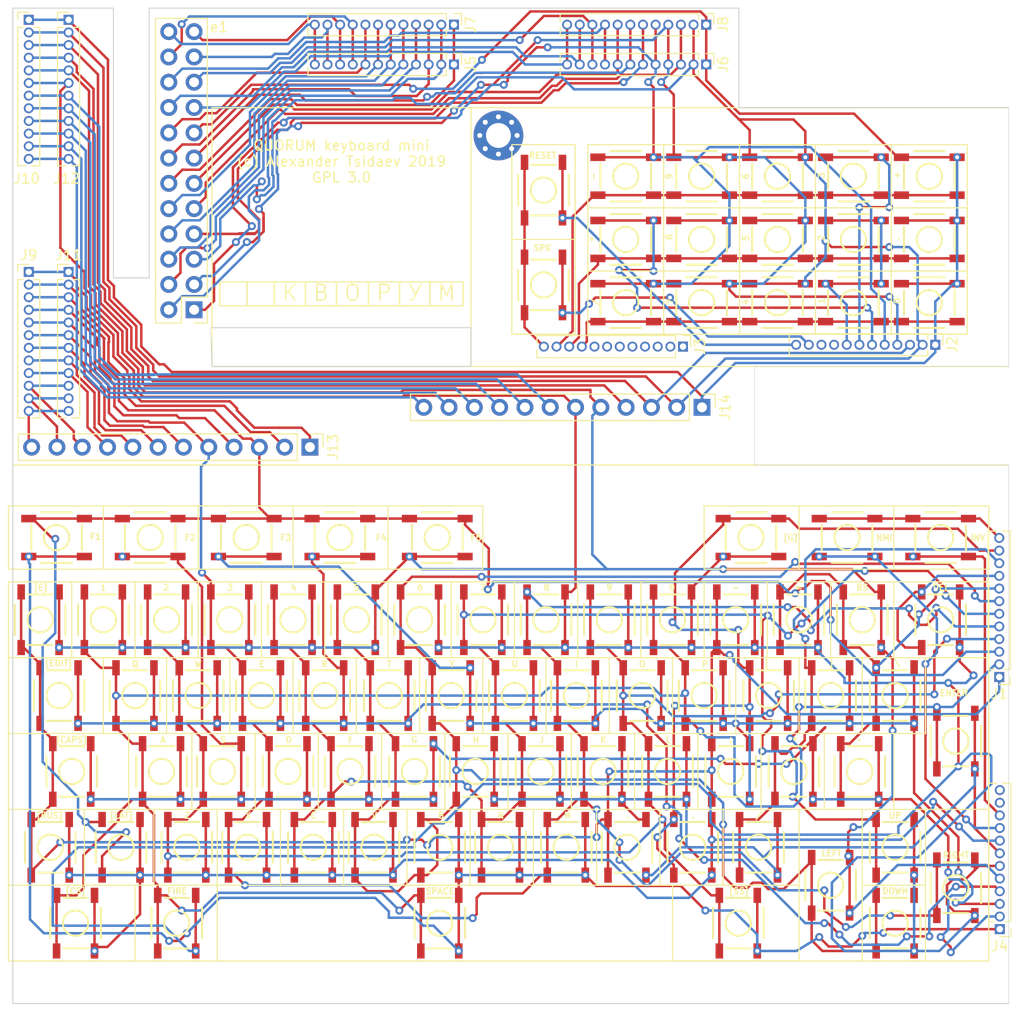
<source format=kicad_pcb>
(kicad_pcb (version 20171130) (host pcbnew "(5.1.4)-1")
  (layers (0 F.Cu signal) (31 B.Cu signal) (34 B.Paste user) (35 F.Paste user) (36 B.SilkS user) (37 F.SilkS user) (38 B.Mask user) (39 F.Mask user) (44 Edge.Cuts user))
  (net 0 "")
  (net 1 GND)
  (net 2 D5*)
  (net 3 D4*)
  (net 4 D3*)
  (net 5 D2*)
  (net 6 D4)
  (net 7 D3)
  (net 8 D2)
  (net 9 D1)
  (net 10 D1*)
  (net 11 D0)
  (net 12 D0*)
  (net 13 A15)
  (net 14 A9)
  (net 15 A13)
  (net 16 A10)
  (net 17 A11)
  (net 18 A12)
  (net 19 A14)
  (net 20 A8)
  (net 21 KNMI)
  (net 22 KINV)
  (net 23 KSPC)
  (net 24 RES)
  (module Mounting_Holes:MountingHole_2.5mm (layer F.Cu) (at 131.2 165.2)
    (fp_text reference " " (at 0 -3.5) (layer F.SilkS))
    (fp_text value " ")
    (pad 1 np_thru_hole circle (at 0 0) (size 2.5 2.5) (drill 2.5) (layers *.Cu *.Mask))
  )
  (module QKB_TACTILE_SWITCH_SMD_5.2MM (layer F.Cu) (at 95.54 91.235 180)
    (fp_text reference * (at 3.24 0.035 90) (layer F.SilkS) (effects (font (size 0.6096 0.6096) (thickness 0.127))))
    (fp_text value ~ hide)
    (pad 4 smd rect (at 2.794 1.905 270) (size 0.762 1.524) (layers F.Cu F.Paste F.Mask) (net 18 A12))
    (pad 3 smd rect (at -2.794 1.905 270) (size 0.762 1.524) (layers F.Cu F.Paste F.Mask) (net 18 A12))
    (pad 2 smd rect (at 2.794 -1.905 270) (size 0.762 1.524) (layers F.Cu F.Paste F.Mask) (net 3 D4*))
    (pad 1 smd rect (at -2.794 -1.905 270) (size 0.762 1.524) (layers F.Cu F.Paste F.Mask) (net 3 D4*))
    (pad 3 thru_hole circle (at -2.794 1.905 180) (size 0.8 0.8) (drill 0.4) (layers *.Cu *.Mask) (net 18 A12))
  )
  (module QKB_TACTILE_SWITCH_SMD_5.2MM (layer F.Cu) (at 126.02 84.885 180)
    (fp_text reference + (at 3.22 0.085 90) (layer F.SilkS) (effects (font (size 0.6096 0.6096) (thickness 0.127))))
    (fp_text value ~ hide)
    (pad 4 smd rect (at 2.794 1.905 270) (size 0.762 1.524) (layers F.Cu F.Paste F.Mask) (net 13 A15))
    (pad 3 smd rect (at -2.794 1.905 270) (size 0.762 1.524) (layers F.Cu F.Paste F.Mask) (net 13 A15))
    (pad 2 smd rect (at 2.794 -1.905 270) (size 0.762 1.524) (layers F.Cu F.Paste F.Mask) (net 2 D5*))
    (pad 1 smd rect (at -2.794 -1.905 270) (size 0.762 1.524) (layers F.Cu F.Paste F.Mask) (net 2 D5*))
    (pad 3 thru_hole circle (at -2.794 1.905 180) (size 0.8 0.8) (drill 0.4) (layers *.Cu *.Mask) (net 13 A15))
  )
  (module QKB_TACTILE_SWITCH_SMD_5.2MM (layer F.Cu) (at 95.54 84.885 180)
    (fp_text reference - (at 3.24 -0.015 90) (layer F.SilkS) (effects (font (size 0.6096 0.6096) (thickness 0.127))))
    (fp_text value ~ hide)
    (pad 3 thru_hole circle (at -2.794 1.905 180) (size 0.8 0.8) (drill 0.4) (layers *.Cu *.Mask) (net 17 A11))
    (pad 1 smd rect (at -2.794 -1.905 270) (size 0.762 1.524) (layers F.Cu F.Paste F.Mask) (net 2 D5*))
    (pad 2 smd rect (at 2.794 -1.905 270) (size 0.762 1.524) (layers F.Cu F.Paste F.Mask) (net 2 D5*))
    (pad 3 smd rect (at -2.794 1.905 270) (size 0.762 1.524) (layers F.Cu F.Paste F.Mask) (net 17 A11))
    (pad 4 smd rect (at 2.794 1.905 270) (size 0.762 1.524) (layers F.Cu F.Paste F.Mask) (net 17 A11))
  )
  (module QKB_TACTILE_SWITCH_SMD_5.2MM (layer F.Cu) (at 95.54 97.585 180)
    (fp_text reference / (at 3.14 0.085 90) (layer F.SilkS) (effects (font (size 0.6096 0.6096) (thickness 0.127))))
    (fp_text value ~ hide)
    (pad 3 thru_hole circle (at -2.794 1.905 180) (size 0.8 0.8) (drill 0.4) (layers *.Cu *.Mask) (net 17 A11))
    (pad 1 smd rect (at -2.794 -1.905 270) (size 0.762 1.524) (layers F.Cu F.Paste F.Mask) (net 4 D3*))
    (pad 2 smd rect (at 2.794 -1.905 270) (size 0.762 1.524) (layers F.Cu F.Paste F.Mask) (net 4 D3*))
    (pad 3 smd rect (at -2.794 1.905 270) (size 0.762 1.524) (layers F.Cu F.Paste F.Mask) (net 17 A11))
    (pad 4 smd rect (at 2.794 1.905 270) (size 0.762 1.524) (layers F.Cu F.Paste F.Mask) (net 17 A11))
  )
  (module QKB_TACTILE_SWITCH_SMD_5.2MM (layer F.Cu) (at 103.16 84.885 180)
    (fp_text reference 9 (at 3.26 -0.015 90) (layer F.SilkS) (effects (font (size 0.6096 0.6096) (thickness 0.127))))
    (fp_text value ~ hide)
    (pad 3 thru_hole circle (at -2.794 1.905 180) (size 0.8 0.8) (drill 0.4) (layers *.Cu *.Mask) (net 16 A10))
    (pad 1 smd rect (at -2.794 -1.905 270) (size 0.762 1.524) (layers F.Cu F.Paste F.Mask) (net 2 D5*))
    (pad 2 smd rect (at 2.794 -1.905 270) (size 0.762 1.524) (layers F.Cu F.Paste F.Mask) (net 2 D5*))
    (pad 3 smd rect (at -2.794 1.905 270) (size 0.762 1.524) (layers F.Cu F.Paste F.Mask) (net 16 A10))
    (pad 4 smd rect (at 2.794 1.905 270) (size 0.762 1.524) (layers F.Cu F.Paste F.Mask) (net 16 A10))
  )
  (module QKB_TACTILE_SWITCH_SMD_5.2MM (layer F.Cu) (at 110.78 97.585 180)
    (fp_text reference 4 (at 3.18 0.085 90) (layer F.SilkS) (effects (font (size 0.6096 0.6096) (thickness 0.127))))
    (fp_text value ~ hide)
    (pad 4 smd rect (at 2.794 1.905 270) (size 0.762 1.524) (layers F.Cu F.Paste F.Mask) (net 14 A9))
    (pad 3 smd rect (at -2.794 1.905 270) (size 0.762 1.524) (layers F.Cu F.Paste F.Mask) (net 14 A9))
    (pad 2 smd rect (at 2.794 -1.905 270) (size 0.762 1.524) (layers F.Cu F.Paste F.Mask) (net 4 D3*))
    (pad 1 smd rect (at -2.794 -1.905 270) (size 0.762 1.524) (layers F.Cu F.Paste F.Mask) (net 4 D3*))
    (pad 3 thru_hole circle (at -2.794 1.905 180) (size 0.8 0.8) (drill 0.4) (layers *.Cu *.Mask) (net 14 A9))
  )
  (module QKB_TACTILE_SWITCH_SMD_5.2MM (layer F.Cu) (at 110.78 91.235 180)
    (fp_text reference 5 (at 3.18 0.135 90) (layer F.SilkS) (effects (font (size 0.6096 0.6096) (thickness 0.127))))
    (fp_text value ~ hide)
    (pad 3 thru_hole circle (at -2.794 1.905 180) (size 0.8 0.8) (drill 0.4) (layers *.Cu *.Mask) (net 16 A10))
    (pad 1 smd rect (at -2.794 -1.905 270) (size 0.762 1.524) (layers F.Cu F.Paste F.Mask) (net 3 D4*))
    (pad 2 smd rect (at 2.794 -1.905 270) (size 0.762 1.524) (layers F.Cu F.Paste F.Mask) (net 3 D4*))
    (pad 3 smd rect (at -2.794 1.905 270) (size 0.762 1.524) (layers F.Cu F.Paste F.Mask) (net 16 A10))
    (pad 4 smd rect (at 2.794 1.905 270) (size 0.762 1.524) (layers F.Cu F.Paste F.Mask) (net 16 A10))
  )
  (module QKB_TACTILE_SWITCH_SMD_5.2MM (layer F.Cu) (at 110.78 84.885 180)
    (fp_text reference 6 (at 3.18 -0.015 90) (layer F.SilkS) (effects (font (size 0.6096 0.6096) (thickness 0.127))))
    (fp_text value ~ hide)
    (pad 4 smd rect (at 2.794 1.905 270) (size 0.762 1.524) (layers F.Cu F.Paste F.Mask) (net 14 A9))
    (pad 3 smd rect (at -2.794 1.905 270) (size 0.762 1.524) (layers F.Cu F.Paste F.Mask) (net 14 A9))
    (pad 2 smd rect (at 2.794 -1.905 270) (size 0.762 1.524) (layers F.Cu F.Paste F.Mask) (net 2 D5*))
    (pad 1 smd rect (at -2.794 -1.905 270) (size 0.762 1.524) (layers F.Cu F.Paste F.Mask) (net 2 D5*))
    (pad 3 thru_hole circle (at -2.794 1.905 180) (size 0.8 0.8) (drill 0.4) (layers *.Cu *.Mask) (net 14 A9))
  )
  (module QKB_TACTILE_SWITCH_SMD_5.2MM (layer F.Cu) (at 118.4 91.235 180)
    (fp_text reference 2 (at 3.2 0.135 90) (layer F.SilkS) (effects (font (size 0.6096 0.6096) (thickness 0.127))))
    (fp_text value ~ hide)
    (pad 4 smd rect (at 2.794 1.905 270) (size 0.762 1.524) (layers F.Cu F.Paste F.Mask) (net 20 A8))
    (pad 3 smd rect (at -2.794 1.905 270) (size 0.762 1.524) (layers F.Cu F.Paste F.Mask) (net 20 A8))
    (pad 2 smd rect (at 2.794 -1.905 270) (size 0.762 1.524) (layers F.Cu F.Paste F.Mask) (net 3 D4*))
    (pad 1 smd rect (at -2.794 -1.905 270) (size 0.762 1.524) (layers F.Cu F.Paste F.Mask) (net 3 D4*))
    (pad 3 thru_hole circle (at -2.794 1.905 180) (size 0.8 0.8) (drill 0.4) (layers *.Cu *.Mask) (net 20 A8))
  )
  (module QKB_TACTILE_SWITCH_SMD_5.2MM (layer F.Cu) (at 118.4 84.885 180)
    (fp_text reference 3 (at 3.2 0.085 90) (layer F.SilkS) (effects (font (size 0.6096 0.6096) (thickness 0.127))))
    (fp_text value ~ hide)
    (pad 3 thru_hole circle (at -2.794 1.905 180) (size 0.8 0.8) (drill 0.4) (layers *.Cu *.Mask) (net 19 A14))
    (pad 1 smd rect (at -2.794 -1.905 270) (size 0.762 1.524) (layers F.Cu F.Paste F.Mask) (net 2 D5*))
    (pad 2 smd rect (at 2.794 -1.905 270) (size 0.762 1.524) (layers F.Cu F.Paste F.Mask) (net 2 D5*))
    (pad 3 smd rect (at -2.794 1.905 270) (size 0.762 1.524) (layers F.Cu F.Paste F.Mask) (net 19 A14))
    (pad 4 smd rect (at 2.794 1.905 270) (size 0.762 1.524) (layers F.Cu F.Paste F.Mask) (net 19 A14))
  )
  (module QKB_TACTILE_SWITCH_SMD_5.2MM (layer F.Cu) (at 103.16 97.585 180)
    (fp_text reference 7 (at 3.16 0.085 90) (layer F.SilkS) (effects (font (size 0.6096 0.6096) (thickness 0.127))))
    (fp_text value ~ hide)
    (pad 4 smd rect (at 2.794 1.905 270) (size 0.762 1.524) (layers F.Cu F.Paste F.Mask) (net 16 A10))
    (pad 3 smd rect (at -2.794 1.905 270) (size 0.762 1.524) (layers F.Cu F.Paste F.Mask) (net 16 A10))
    (pad 2 smd rect (at 2.794 -1.905 270) (size 0.762 1.524) (layers F.Cu F.Paste F.Mask) (net 4 D3*))
    (pad 1 smd rect (at -2.794 -1.905 270) (size 0.762 1.524) (layers F.Cu F.Paste F.Mask) (net 4 D3*))
    (pad 3 thru_hole circle (at -2.794 1.905 180) (size 0.8 0.8) (drill 0.4) (layers *.Cu *.Mask) (net 16 A10))
  )
  (module QKB_TACTILE_SWITCH_SMD_5.2MM (layer F.Cu) (at 126.02 97.585 180)
    (fp_text reference 0 (at 3.22 0.185 90) (layer F.SilkS) (effects (font (size 0.6096 0.6096) (thickness 0.127))))
    (fp_text value ~ hide)
    (pad 4 smd rect (at 2.794 1.905 270) (size 0.762 1.524) (layers F.Cu F.Paste F.Mask) (net 13 A15))
    (pad 3 smd rect (at -2.794 1.905 270) (size 0.762 1.524) (layers F.Cu F.Paste F.Mask) (net 13 A15))
    (pad 2 smd rect (at 2.794 -1.905 270) (size 0.762 1.524) (layers F.Cu F.Paste F.Mask) (net 4 D3*))
    (pad 1 smd rect (at -2.794 -1.905 270) (size 0.762 1.524) (layers F.Cu F.Paste F.Mask) (net 4 D3*))
    (pad 3 thru_hole circle (at -2.794 1.905 180) (size 0.8 0.8) (drill 0.4) (layers *.Cu *.Mask) (net 13 A15))
  )
  (module QKB_TACTILE_SWITCH_SMD_5.2MM (layer F.Cu) (at 126.02 91.235 180)
    (fp_text reference . (at 3.32 0.035 90) (layer F.SilkS) (effects (font (size 0.6096 0.6096) (thickness 0.127))))
    (fp_text value ~ hide)
    (pad 3 thru_hole circle (at -2.794 1.905 180) (size 0.8 0.8) (drill 0.4) (layers *.Cu *.Mask) (net 13 A15))
    (pad 1 smd rect (at -2.794 -1.905 270) (size 0.762 1.524) (layers F.Cu F.Paste F.Mask) (net 3 D4*))
    (pad 2 smd rect (at 2.794 -1.905 270) (size 0.762 1.524) (layers F.Cu F.Paste F.Mask) (net 3 D4*))
    (pad 3 smd rect (at -2.794 1.905 270) (size 0.762 1.524) (layers F.Cu F.Paste F.Mask) (net 13 A15))
    (pad 4 smd rect (at 2.794 1.905 270) (size 0.762 1.524) (layers F.Cu F.Paste F.Mask) (net 13 A15))
  )
  (module QKB_TACTILE_SWITCH_SMD_5.2MM (layer F.Cu) (at 103.16 91.235 180)
    (fp_text reference 8 (at 3.26 0.235 90) (layer F.SilkS) (effects (font (size 0.6096 0.6096) (thickness 0.127))))
    (fp_text value ~ hide)
    (pad 3 thru_hole circle (at -2.794 1.905 180) (size 0.8 0.8) (drill 0.4) (layers *.Cu *.Mask) (net 17 A11))
    (pad 1 smd rect (at -2.794 -1.905 270) (size 0.762 1.524) (layers F.Cu F.Paste F.Mask) (net 3 D4*))
    (pad 2 smd rect (at 2.794 -1.905 270) (size 0.762 1.524) (layers F.Cu F.Paste F.Mask) (net 3 D4*))
    (pad 3 smd rect (at -2.794 1.905 270) (size 0.762 1.524) (layers F.Cu F.Paste F.Mask) (net 17 A11))
    (pad 4 smd rect (at 2.794 1.905 270) (size 0.762 1.524) (layers F.Cu F.Paste F.Mask) (net 17 A11))
  )
  (module QKB_TACTILE_SWITCH_SMD_5.2MM (layer F.Cu) (at 118.4 97.585 180)
    (fp_text reference 1 (at 3.2 0.185 90) (layer F.SilkS) (effects (font (size 0.6096 0.6096) (thickness 0.127))))
    (fp_text value ~ hide)
    (pad 3 thru_hole circle (at -2.794 1.905 180) (size 0.8 0.8) (drill 0.4) (layers *.Cu *.Mask) (net 20 A8))
    (pad 1 smd rect (at -2.794 -1.905 270) (size 0.762 1.524) (layers F.Cu F.Paste F.Mask) (net 4 D3*))
    (pad 2 smd rect (at 2.794 -1.905 270) (size 0.762 1.524) (layers F.Cu F.Paste F.Mask) (net 4 D3*))
    (pad 3 smd rect (at -2.794 1.905 270) (size 0.762 1.524) (layers F.Cu F.Paste F.Mask) (net 20 A8))
    (pad 4 smd rect (at 2.794 1.905 270) (size 0.762 1.524) (layers F.Cu F.Paste F.Mask) (net 20 A8))
  )
  (module QKB_TACTILE_SWITCH_SMD_5.2MM (layer F.Cu) (at 87.285 86.282 90)
    (fp_text reference RESET (at 3.482 -0.085 180) (layer F.SilkS) (effects (font (size 0.6096 0.6096) (thickness 0.127))))
    (fp_text value ~ hide)
    (pad 4 smd rect (at 2.794 1.905 180) (size 0.762 1.524) (layers F.Cu F.Paste F.Mask) (net 24 RES))
    (pad 3 smd rect (at -2.794 1.905 180) (size 0.762 1.524) (layers F.Cu F.Paste F.Mask) (net 24 RES))
    (pad 2 smd rect (at 2.794 -1.905 180) (size 0.762 1.524) (layers F.Cu F.Paste F.Mask) (net 1 GND))
    (pad 1 smd rect (at -2.794 -1.905 180) (size 0.762 1.524) (layers F.Cu F.Paste F.Mask) (net 1 GND))
    (pad 3 thru_hole circle (at -2.794 1.905 90) (size 0.8 0.8) (drill 0.4) (layers *.Cu *.Mask) (net 24 RES))
  )
  (module Mounting_Holes:MountingHole_2.5mm_Pad_Via (layer F.Cu) (at 82.76 80.79 90)
    (fp_text reference H4 hide)
    (fp_text value " ")
    (pad 1 thru_hole circle (at 1.325825 -1.325825 90) (size 0.8 0.8) (drill 0.5) (layers *.Cu *.Mask))
    (pad 1 thru_hole circle (at 0 -1.875 90) (size 0.8 0.8) (drill 0.5) (layers *.Cu *.Mask))
    (pad 1 thru_hole circle (at -1.325825 -1.325825 90) (size 0.8 0.8) (drill 0.5) (layers *.Cu *.Mask))
    (pad 1 thru_hole circle (at -1.875 0 90) (size 0.8 0.8) (drill 0.5) (layers *.Cu *.Mask))
    (pad 1 thru_hole circle (at -1.325825 1.325825 90) (size 0.8 0.8) (drill 0.5) (layers *.Cu *.Mask))
    (pad 1 thru_hole circle (at 0 1.875 90) (size 0.8 0.8) (drill 0.5) (layers *.Cu *.Mask))
    (pad 1 thru_hole circle (at 1.325825 1.325825 90) (size 0.8 0.8) (drill 0.5) (layers *.Cu *.Mask))
    (pad 1 thru_hole circle (at 1.875 0 90) (size 0.8 0.8) (drill 0.5) (layers *.Cu *.Mask))
    (pad 1 thru_hole circle (at 0 0 90) (size 5 5) (drill 2.5) (layers *.Cu *.Mask))
  )
  (module Mounting_Holes:MountingHole_2.5mm (layer F.Cu) (at 131.2 80.78 90)
    (fp_text reference H3 hide)
    (fp_text value " ")
    (pad 1 np_thru_hole circle (at 0 0 90) (size 2.5 2.5) (drill 2.5) (layers *.Cu *.Mask))
  )
  (module Pin_Headers:Pin_Header_Straight_1x12_Pitch1.27mm (layer F.Cu) (at 101.2931 102 270)
    (fp_text reference J3 (at 0 -1.695 90) (layer F.SilkS))
    (fp_text value " ")
    (pad 1 thru_hole rect (at 0 0 270) (size 1 1) (drill 0.65) (layers *.Cu *.Mask) (net 12 D0*))
    (pad 2 thru_hole oval (at 0 1.27 270) (size 1 1) (drill 0.65) (layers *.Cu *.Mask) (net 11 D0))
    (pad 3 thru_hole oval (at 0 2.54 270) (size 1 1) (drill 0.65) (layers *.Cu *.Mask) (net 10 D1*))
    (pad 4 thru_hole oval (at 0 3.81 270) (size 1 1) (drill 0.65) (layers *.Cu *.Mask) (net 9 D1))
    (pad 5 thru_hole oval (at 0 5.08 270) (size 1 1) (drill 0.65) (layers *.Cu *.Mask) (net 8 D2))
    (pad 6 thru_hole oval (at 0 6.35 270) (size 1 1) (drill 0.65) (layers *.Cu *.Mask) (net 7 D3))
    (pad 7 thru_hole oval (at 0 7.62 270) (size 1 1) (drill 0.65) (layers *.Cu *.Mask) (net 6 D4))
    (pad 8 thru_hole oval (at 0 8.89 270) (size 1 1) (drill 0.65) (layers *.Cu *.Mask) (net 5 D2*))
    (pad 9 thru_hole oval (at 0 10.16 270) (size 1 1) (drill 0.65) (layers *.Cu *.Mask) (net 4 D3*))
    (pad 10 thru_hole oval (at 0 11.43 270) (size 1 1) (drill 0.65) (layers *.Cu *.Mask) (net 3 D4*))
    (pad 11 thru_hole oval (at 0 12.7 270) (size 1 1) (drill 0.65) (layers *.Cu *.Mask) (net 2 D5*))
    (pad 12 thru_hole oval (at 0 13.97 270) (size 1 1) (drill 0.65) (layers *.Cu *.Mask) (net 1 GND))
  )
  (module QKB_TACTILE_SWITCH_SMD_5.2MM (layer F.Cu) (at 87.285 95.807 90)
    (fp_text reference SPK (at 3.707 -0.085 180) (layer F.SilkS) (effects (font (size 0.6096 0.6096) (thickness 0.127))))
    (fp_text value ~ hide)
    (pad 3 thru_hole circle (at -2.794 1.905 90) (size 0.8 0.8) (drill 0.4) (layers *.Cu *.Mask) (net 23 KSPC))
    (pad 1 smd rect (at -2.794 -1.905 180) (size 0.762 1.524) (layers F.Cu F.Paste F.Mask) (net 1 GND))
    (pad 2 smd rect (at 2.794 -1.905 180) (size 0.762 1.524) (layers F.Cu F.Paste F.Mask) (net 1 GND))
    (pad 3 smd rect (at -2.794 1.905 180) (size 0.762 1.524) (layers F.Cu F.Paste F.Mask) (net 23 KSPC))
    (pad 4 smd rect (at 2.794 1.905 180) (size 0.762 1.524) (layers F.Cu F.Paste F.Mask) (net 23 KSPC))
  )
  (module Pin_Headers:Pin_Header_Straight_1x12_Pitch1.27mm (layer F.Cu) (at 126.6231 101.81438 270)
    (fp_text reference J2 (at 0 -1.695 90) (layer F.SilkS))
    (fp_text value " ")
    (pad 1 thru_hole rect (at 0 0 270) (size 1 1) (drill 0.65) (layers *.Cu *.Mask) (net 13 A15))
    (pad 2 thru_hole oval (at 0 1.27 270) (size 1 1) (drill 0.65) (layers *.Cu *.Mask) (net 14 A9))
    (pad 3 thru_hole oval (at 0 2.54 270) (size 1 1) (drill 0.65) (layers *.Cu *.Mask) (net 15 A13))
    (pad 4 thru_hole oval (at 0 3.81 270) (size 1 1) (drill 0.65) (layers *.Cu *.Mask) (net 16 A10))
    (pad 5 thru_hole oval (at 0 5.08 270) (size 1 1) (drill 0.65) (layers *.Cu *.Mask) (net 17 A11))
    (pad 6 thru_hole oval (at 0 6.35 270) (size 1 1) (drill 0.65) (layers *.Cu *.Mask) (net 18 A12))
    (pad 7 thru_hole oval (at 0 7.62 270) (size 1 1) (drill 0.65) (layers *.Cu *.Mask) (net 19 A14))
    (pad 8 thru_hole oval (at 0 8.89 270) (size 1 1) (drill 0.65) (layers *.Cu *.Mask) (net 20 A8))
    (pad 9 thru_hole oval (at 0 10.16 270) (size 1 1) (drill 0.65) (layers *.Cu *.Mask) (net 21 KNMI))
    (pad 10 thru_hole oval (at 0 11.43 270) (size 1 1) (drill 0.65) (layers *.Cu *.Mask) (net 22 KINV))
    (pad 11 thru_hole oval (at 0 12.7 270) (size 1 1) (drill 0.65) (layers *.Cu *.Mask) (net 23 KSPC))
    (pad 12 thru_hole oval (at 0 13.97 270) (size 1 1) (drill 0.65) (layers *.Cu *.Mask) (net 24 RES))
  )
  (module Pin_Headers:Pin_Header_Straight_1x12_Pitch1.27mm (layer F.Cu) (at 103.6231 73.66 270)
    (fp_text reference J6 (at 0 -1.695 90) (layer F.SilkS))
    (fp_text value " ")
    (pad 1 thru_hole rect (at 0 0 270) (size 1 1) (drill 0.65) (layers *.Cu *.Mask) (net 13 A15))
    (pad 2 thru_hole oval (at 0 1.27 270) (size 1 1) (drill 0.65) (layers *.Cu *.Mask) (net 14 A9))
    (pad 3 thru_hole oval (at 0 2.54 270) (size 1 1) (drill 0.65) (layers *.Cu *.Mask) (net 15 A13))
    (pad 4 thru_hole oval (at 0 3.81 270) (size 1 1) (drill 0.65) (layers *.Cu *.Mask) (net 16 A10))
    (pad 5 thru_hole oval (at 0 5.08 270) (size 1 1) (drill 0.65) (layers *.Cu *.Mask) (net 17 A11))
    (pad 6 thru_hole oval (at 0 6.35 270) (size 1 1) (drill 0.65) (layers *.Cu *.Mask) (net 18 A12))
    (pad 7 thru_hole oval (at 0 7.62 270) (size 1 1) (drill 0.65) (layers *.Cu *.Mask) (net 19 A14))
    (pad 8 thru_hole oval (at 0 8.89 270) (size 1 1) (drill 0.65) (layers *.Cu *.Mask) (net 20 A8))
    (pad 9 thru_hole oval (at 0 10.16 270) (size 1 1) (drill 0.65) (layers *.Cu *.Mask) (net 21 KNMI))
    (pad 10 thru_hole oval (at 0 11.43 270) (size 1 1) (drill 0.65) (layers *.Cu *.Mask) (net 22 KINV))
    (pad 11 thru_hole oval (at 0 12.7 270) (size 1 1) (drill 0.65) (layers *.Cu *.Mask) (net 23 KSPC))
    (pad 12 thru_hole oval (at 0 13.97 270) (size 1 1) (drill 0.65) (layers *.Cu *.Mask) (net 24 RES))
  )
  (module Pin_Headers:Pin_Header_Straight_1x12_Pitch1.27mm (layer F.Cu) (at 103.6231 69.66 270)
    (fp_text reference J8 (at 0 -1.695 90) (layer F.SilkS))
    (fp_text value " ")
    (pad 1 thru_hole rect (at 0 0 270) (size 1 1) (drill 0.65) (layers *.Cu *.Mask) (net 13 A15))
    (pad 2 thru_hole oval (at 0 1.27 270) (size 1 1) (drill 0.65) (layers *.Cu *.Mask) (net 14 A9))
    (pad 3 thru_hole oval (at 0 2.54 270) (size 1 1) (drill 0.65) (layers *.Cu *.Mask) (net 15 A13))
    (pad 4 thru_hole oval (at 0 3.81 270) (size 1 1) (drill 0.65) (layers *.Cu *.Mask) (net 16 A10))
    (pad 5 thru_hole oval (at 0 5.08 270) (size 1 1) (drill 0.65) (layers *.Cu *.Mask) (net 17 A11))
    (pad 6 thru_hole oval (at 0 6.35 270) (size 1 1) (drill 0.65) (layers *.Cu *.Mask) (net 18 A12))
    (pad 7 thru_hole oval (at 0 7.62 270) (size 1 1) (drill 0.65) (layers *.Cu *.Mask) (net 19 A14))
    (pad 8 thru_hole oval (at 0 8.89 270) (size 1 1) (drill 0.65) (layers *.Cu *.Mask) (net 20 A8))
    (pad 9 thru_hole oval (at 0 10.16 270) (size 1 1) (drill 0.65) (layers *.Cu *.Mask) (net 21 KNMI))
    (pad 10 thru_hole oval (at 0 11.43 270) (size 1 1) (drill 0.65) (layers *.Cu *.Mask) (net 22 KINV))
    (pad 11 thru_hole oval (at 0 12.7 270) (size 1 1) (drill 0.65) (layers *.Cu *.Mask) (net 23 KSPC))
    (pad 12 thru_hole oval (at 0 13.97 270) (size 1 1) (drill 0.65) (layers *.Cu *.Mask) (net 24 RES))
  )
  (module Pin_Headers:Pin_Header_Straight_1x12_Pitch1.27mm (layer F.Cu) (at 78.2931 69.66 270)
    (fp_text reference J7 (at 0 -1.695 90) (layer F.SilkS))
    (fp_text value " ")
    (pad 12 thru_hole oval (at 0 13.97 270) (size 1 1) (drill 0.65) (layers *.Cu *.Mask) (net 1 GND))
    (pad 11 thru_hole oval (at 0 12.7 270) (size 1 1) (drill 0.65) (layers *.Cu *.Mask) (net 2 D5*))
    (pad 10 thru_hole oval (at 0 11.43 270) (size 1 1) (drill 0.65) (layers *.Cu *.Mask) (net 3 D4*))
    (pad 9 thru_hole oval (at 0 10.16 270) (size 1 1) (drill 0.65) (layers *.Cu *.Mask) (net 4 D3*))
    (pad 8 thru_hole oval (at 0 8.89 270) (size 1 1) (drill 0.65) (layers *.Cu *.Mask) (net 5 D2*))
    (pad 7 thru_hole oval (at 0 7.62 270) (size 1 1) (drill 0.65) (layers *.Cu *.Mask) (net 6 D4))
    (pad 6 thru_hole oval (at 0 6.35 270) (size 1 1) (drill 0.65) (layers *.Cu *.Mask) (net 7 D3))
    (pad 5 thru_hole oval (at 0 5.08 270) (size 1 1) (drill 0.65) (layers *.Cu *.Mask) (net 8 D2))
    (pad 4 thru_hole oval (at 0 3.81 270) (size 1 1) (drill 0.65) (layers *.Cu *.Mask) (net 9 D1))
    (pad 3 thru_hole oval (at 0 2.54 270) (size 1 1) (drill 0.65) (layers *.Cu *.Mask) (net 10 D1*))
    (pad 2 thru_hole oval (at 0 1.27 270) (size 1 1) (drill 0.65) (layers *.Cu *.Mask) (net 11 D0))
    (pad 1 thru_hole rect (at 0 0 270) (size 1 1) (drill 0.65) (layers *.Cu *.Mask) (net 12 D0*))
  )
  (module Pin_Headers:Pin_Header_Straight_1x12_Pitch1.27mm (layer F.Cu) (at 78.2931 73.66 270)
    (fp_text reference J5 (at 0 -1.695 90) (layer F.SilkS))
    (fp_text value " ")
    (pad 12 thru_hole oval (at 0 13.97 270) (size 1 1) (drill 0.65) (layers *.Cu *.Mask) (net 1 GND))
    (pad 11 thru_hole oval (at 0 12.7 270) (size 1 1) (drill 0.65) (layers *.Cu *.Mask) (net 2 D5*))
    (pad 10 thru_hole oval (at 0 11.43 270) (size 1 1) (drill 0.65) (layers *.Cu *.Mask) (net 3 D4*))
    (pad 9 thru_hole oval (at 0 10.16 270) (size 1 1) (drill 0.65) (layers *.Cu *.Mask) (net 4 D3*))
    (pad 8 thru_hole oval (at 0 8.89 270) (size 1 1) (drill 0.65) (layers *.Cu *.Mask) (net 5 D2*))
    (pad 7 thru_hole oval (at 0 7.62 270) (size 1 1) (drill 0.65) (layers *.Cu *.Mask) (net 6 D4))
    (pad 6 thru_hole oval (at 0 6.35 270) (size 1 1) (drill 0.65) (layers *.Cu *.Mask) (net 7 D3))
    (pad 5 thru_hole oval (at 0 5.08 270) (size 1 1) (drill 0.65) (layers *.Cu *.Mask) (net 8 D2))
    (pad 4 thru_hole oval (at 0 3.81 270) (size 1 1) (drill 0.65) (layers *.Cu *.Mask) (net 9 D1))
    (pad 3 thru_hole oval (at 0 2.54 270) (size 1 1) (drill 0.65) (layers *.Cu *.Mask) (net 10 D1*))
    (pad 2 thru_hole oval (at 0 1.27 270) (size 1 1) (drill 0.65) (layers *.Cu *.Mask) (net 11 D0))
    (pad 1 thru_hole rect (at 0 0 270) (size 1 1) (drill 0.65) (layers *.Cu *.Mask) (net 12 D0*))
  )
  (module Pin_Headers:Pin_Header_Straight_2x12_Pitch2.54mm (layer F.Cu) (at 52.2 98.3 180)
    (fp_text reference e1 (at -2.5 28.4) (layer F.SilkS))
    (fp_text value " ")
    (pad 24 thru_hole oval (at 2.54 27.94 180) (size 1.7 1.7) (drill 1) (layers *.Cu *.Mask) (net 1 GND))
    (pad 23 thru_hole oval (at 0 27.94 180) (size 1.7 1.7) (drill 1) (layers *.Cu *.Mask) (net 3 D4*))
    (pad 22 thru_hole oval (at 2.54 25.4 180) (size 1.7 1.7) (drill 1) (layers *.Cu *.Mask) (net 4 D3*))
    (pad 21 thru_hole oval (at 0 25.4 180) (size 1.7 1.7) (drill 1) (layers *.Cu *.Mask) (net 2 D5*))
    (pad 20 thru_hole oval (at 2.54 22.86 180) (size 1.7 1.7) (drill 1) (layers *.Cu *.Mask) (net 21 KNMI))
    (pad 19 thru_hole oval (at 0 22.86 180) (size 1.7 1.7) (drill 1) (layers *.Cu *.Mask) (net 22 KINV))
    (pad 18 thru_hole oval (at 2.54 20.32 180) (size 1.7 1.7) (drill 1) (layers *.Cu *.Mask) (net 23 KSPC))
    (pad 17 thru_hole oval (at 0 20.32 180) (size 1.7 1.7) (drill 1) (layers *.Cu *.Mask) (net 24 RES))
    (pad 16 thru_hole oval (at 2.54 17.78 180) (size 1.7 1.7) (drill 1) (layers *.Cu *.Mask) (net 5 D2*))
    (pad 15 thru_hole oval (at 0 17.78 180) (size 1.7 1.7) (drill 1) (layers *.Cu *.Mask) (net 13 A15))
    (pad 14 thru_hole oval (at 2.54 15.24 180) (size 1.7 1.7) (drill 1) (layers *.Cu *.Mask) (net 10 D1*))
    (pad 13 thru_hole oval (at 0 15.24 180) (size 1.7 1.7) (drill 1) (layers *.Cu *.Mask) (net 19 A14))
    (pad 12 thru_hole oval (at 2.54 12.7 180) (size 1.7 1.7) (drill 1) (layers *.Cu *.Mask) (net 12 D0*))
    (pad 11 thru_hole oval (at 0 12.7 180) (size 1.7 1.7) (drill 1) (layers *.Cu *.Mask) (net 20 A8))
    (pad 10 thru_hole oval (at 2.54 10.16 180) (size 1.7 1.7) (drill 1) (layers *.Cu *.Mask) (net 6 D4))
    (pad 9 thru_hole oval (at 0 10.16 180) (size 1.7 1.7) (drill 1) (layers *.Cu *.Mask) (net 15 A13))
    (pad 8 thru_hole oval (at 2.54 7.62 180) (size 1.7 1.7) (drill 1) (layers *.Cu *.Mask) (net 7 D3))
    (pad 7 thru_hole oval (at 0 7.62 180) (size 1.7 1.7) (drill 1) (layers *.Cu *.Mask) (net 18 A12))
    (pad 6 thru_hole oval (at 2.54 5.08 180) (size 1.7 1.7) (drill 1) (layers *.Cu *.Mask) (net 8 D2))
    (pad 5 thru_hole oval (at 0 5.08 180) (size 1.7 1.7) (drill 1) (layers *.Cu *.Mask) (net 14 A9))
    (pad 4 thru_hole oval (at 2.54 2.54 180) (size 1.7 1.7) (drill 1) (layers *.Cu *.Mask) (net 9 D1))
    (pad 3 thru_hole oval (at 0 2.54 180) (size 1.7 1.7) (drill 1) (layers *.Cu *.Mask) (net 16 A10))
    (pad 2 thru_hole oval (at 2.54 0 180) (size 1.7 1.7) (drill 1) (layers *.Cu *.Mask) (net 11 D0))
    (pad 1 thru_hole rect (at 0 0 180) (size 1.7 1.7) (drill 1) (layers *.Cu *.Mask) (net 17 A11))
  )
  (module QKB_TACTILE_SWITCH_SMD_5.2MM (layer F.Cu) (at 119.036 144.68 90)
    (fp_text reference ~~ (at 3.18 -0.036 180) (layer F.SilkS) (effects (font (size 0.6096 0.6096) (thickness 0.127))))
    (fp_text value ~ hide)
    (pad 4 smd rect (at 2.794 1.905 180) (size 0.762 1.524) (layers F.Cu F.Paste F.Mask) (net 14 A9))
    (pad 3 smd rect (at -2.794 1.905 180) (size 0.762 1.524) (layers F.Cu F.Paste F.Mask) (net 14 A9))
    (pad 2 smd rect (at 2.794 -1.905 180) (size 0.762 1.524) (layers F.Cu F.Paste F.Mask) (net 5 D2*))
    (pad 1 smd rect (at -2.794 -1.905 180) (size 0.762 1.524) (layers F.Cu F.Paste F.Mask) (net 5 D2*))
    (pad 3 thru_hole circle (at -2.794 1.905 90) (size 0.8 0.8) (drill 0.4) (layers *.Cu *.Mask) (net 14 A9))
  )
  (module QKB_TACTILE_SWITCH_SMD_5.2MM (layer F.Cu) (at 112.432 144.68 90)
    (fp_text reference * (at 3.08 0.068 180) (layer F.SilkS) (effects (font (size 0.6096 0.6096) (thickness 0.127))))
    (fp_text value ~ hide)
    (pad 3 thru_hole circle (at -2.794 1.905 90) (size 0.8 0.8) (drill 0.4) (layers *.Cu *.Mask) (net 14 A9))
    (pad 1 smd rect (at -2.794 -1.905 180) (size 0.762 1.524) (layers F.Cu F.Paste F.Mask) (net 3 D4*))
    (pad 2 smd rect (at 2.794 -1.905 180) (size 0.762 1.524) (layers F.Cu F.Paste F.Mask) (net 3 D4*))
    (pad 3 smd rect (at -2.794 1.905 180) (size 0.762 1.524) (layers F.Cu F.Paste F.Mask) (net 14 A9))
    (pad 4 smd rect (at 2.794 1.905 180) (size 0.762 1.524) (layers F.Cu F.Paste F.Mask) (net 14 A9))
  )
  (module QKB_TACTILE_SWITCH_SMD_5.2MM (layer F.Cu) (at 36.74 129.44 90)
    (fp_text reference [E] (at 3.24 0.06 180) (layer F.SilkS) (effects (font (size 0.6096 0.6096) (thickness 0.127))))
    (fp_text value ~ hide)
    (pad 3 thru_hole circle (at -2.794 1.905 90) (size 0.8 0.8) (drill 0.4) (layers *.Cu *.Mask) (net 17 A11))
    (pad 1 smd rect (at -2.794 -1.905 180) (size 0.762 1.524) (layers F.Cu F.Paste F.Mask) (net 12 D0*))
    (pad 2 smd rect (at 2.794 -1.905 180) (size 0.762 1.524) (layers F.Cu F.Paste F.Mask) (net 12 D0*))
    (pad 3 smd rect (at -2.794 1.905 180) (size 0.762 1.524) (layers F.Cu F.Paste F.Mask) (net 17 A11))
    (pad 4 smd rect (at 2.794 1.905 180) (size 0.762 1.524) (layers F.Cu F.Paste F.Mask) (net 17 A11))
  )
  (module QKB_TACTILE_SWITCH_SMD_5.2MM (layer F.Cu) (at 43.09 129.44 90)
    (fp_text reference 1 (at 3.24 0.01 180) (layer F.SilkS) (effects (font (size 0.6096 0.6096) (thickness 0.127))))
    (fp_text value ~ hide)
    (pad 3 thru_hole circle (at -2.794 1.905 90) (size 0.8 0.8) (drill 0.4) (layers *.Cu *.Mask) (net 17 A11))
    (pad 1 smd rect (at -2.794 -1.905 180) (size 0.762 1.524) (layers F.Cu F.Paste F.Mask) (net 11 D0))
    (pad 2 smd rect (at 2.794 -1.905 180) (size 0.762 1.524) (layers F.Cu F.Paste F.Mask) (net 11 D0))
    (pad 3 smd rect (at -2.794 1.905 180) (size 0.762 1.524) (layers F.Cu F.Paste F.Mask) (net 17 A11))
    (pad 4 smd rect (at 2.794 1.905 180) (size 0.762 1.524) (layers F.Cu F.Paste F.Mask) (net 17 A11))
  )
  (module QKB_TACTILE_SWITCH_SMD_5.2MM (layer F.Cu) (at 49.44 129.44 90)
    (fp_text reference 2 (at 3.24 -0.04 180) (layer F.SilkS) (effects (font (size 0.6096 0.6096) (thickness 0.127))))
    (fp_text value ~ hide)
    (pad 4 smd rect (at 2.794 1.905 180) (size 0.762 1.524) (layers F.Cu F.Paste F.Mask) (net 17 A11))
    (pad 3 smd rect (at -2.794 1.905 180) (size 0.762 1.524) (layers F.Cu F.Paste F.Mask) (net 17 A11))
    (pad 2 smd rect (at 2.794 -1.905 180) (size 0.762 1.524) (layers F.Cu F.Paste F.Mask) (net 9 D1))
    (pad 1 smd rect (at -2.794 -1.905 180) (size 0.762 1.524) (layers F.Cu F.Paste F.Mask) (net 9 D1))
    (pad 3 thru_hole circle (at -2.794 1.905 90) (size 0.8 0.8) (drill 0.4) (layers *.Cu *.Mask) (net 17 A11))
  )
  (module QKB_TACTILE_SWITCH_SMD_5.2MM (layer F.Cu) (at 55.79 129.44 90)
    (fp_text reference 3 (at 3.24 0.01 180) (layer F.SilkS) (effects (font (size 0.6096 0.6096) (thickness 0.127))))
    (fp_text value ~ hide)
    (pad 3 thru_hole circle (at -2.794 1.905 90) (size 0.8 0.8) (drill 0.4) (layers *.Cu *.Mask) (net 17 A11))
    (pad 1 smd rect (at -2.794 -1.905 180) (size 0.762 1.524) (layers F.Cu F.Paste F.Mask) (net 8 D2))
    (pad 2 smd rect (at 2.794 -1.905 180) (size 0.762 1.524) (layers F.Cu F.Paste F.Mask) (net 8 D2))
    (pad 3 smd rect (at -2.794 1.905 180) (size 0.762 1.524) (layers F.Cu F.Paste F.Mask) (net 17 A11))
    (pad 4 smd rect (at 2.794 1.905 180) (size 0.762 1.524) (layers F.Cu F.Paste F.Mask) (net 17 A11))
  )
  (module QKB_TACTILE_SWITCH_SMD_5.2MM (layer F.Cu) (at 62.14 129.44 90)
    (fp_text reference 4 (at 3.24 0.06 180) (layer F.SilkS) (effects (font (size 0.6096 0.6096) (thickness 0.127))))
    (fp_text value ~ hide)
    (pad 4 smd rect (at 2.794 1.905 180) (size 0.762 1.524) (layers F.Cu F.Paste F.Mask) (net 17 A11))
    (pad 3 smd rect (at -2.794 1.905 180) (size 0.762 1.524) (layers F.Cu F.Paste F.Mask) (net 17 A11))
    (pad 2 smd rect (at 2.794 -1.905 180) (size 0.762 1.524) (layers F.Cu F.Paste F.Mask) (net 7 D3))
    (pad 1 smd rect (at -2.794 -1.905 180) (size 0.762 1.524) (layers F.Cu F.Paste F.Mask) (net 7 D3))
    (pad 3 thru_hole circle (at -2.794 1.905 90) (size 0.8 0.8) (drill 0.4) (layers *.Cu *.Mask) (net 17 A11))
  )
  (module QKB_TACTILE_SWITCH_SMD_5.2MM (layer F.Cu) (at 68.49 129.44 90)
    (fp_text reference 5 (at 3.24 0.01 180) (layer F.SilkS) (effects (font (size 0.6096 0.6096) (thickness 0.127))))
    (fp_text value ~ hide)
    (pad 3 thru_hole circle (at -2.794 1.905 90) (size 0.8 0.8) (drill 0.4) (layers *.Cu *.Mask) (net 17 A11))
    (pad 1 smd rect (at -2.794 -1.905 180) (size 0.762 1.524) (layers F.Cu F.Paste F.Mask) (net 6 D4))
    (pad 2 smd rect (at 2.794 -1.905 180) (size 0.762 1.524) (layers F.Cu F.Paste F.Mask) (net 6 D4))
    (pad 3 smd rect (at -2.794 1.905 180) (size 0.762 1.524) (layers F.Cu F.Paste F.Mask) (net 17 A11))
    (pad 4 smd rect (at 2.794 1.905 180) (size 0.762 1.524) (layers F.Cu F.Paste F.Mask) (net 17 A11))
  )
  (module QKB_TACTILE_SWITCH_SMD_5.2MM (layer F.Cu) (at 74.84 129.44 90)
    (fp_text reference 6 (at 3.24 0.06 180) (layer F.SilkS) (effects (font (size 0.6096 0.6096) (thickness 0.127))))
    (fp_text value ~ hide)
    (pad 4 smd rect (at 2.794 1.905 180) (size 0.762 1.524) (layers F.Cu F.Paste F.Mask) (net 18 A12))
    (pad 3 smd rect (at -2.794 1.905 180) (size 0.762 1.524) (layers F.Cu F.Paste F.Mask) (net 18 A12))
    (pad 2 smd rect (at 2.794 -1.905 180) (size 0.762 1.524) (layers F.Cu F.Paste F.Mask) (net 6 D4))
    (pad 1 smd rect (at -2.794 -1.905 180) (size 0.762 1.524) (layers F.Cu F.Paste F.Mask) (net 6 D4))
    (pad 3 thru_hole circle (at -2.794 1.905 90) (size 0.8 0.8) (drill 0.4) (layers *.Cu *.Mask) (net 18 A12))
  )
  (module QKB_TACTILE_SWITCH_SMD_5.2MM (layer F.Cu) (at 81.19 129.44 90)
    (fp_text reference 7 (at 3.24 0.01 180) (layer F.SilkS) (effects (font (size 0.6096 0.6096) (thickness 0.127))))
    (fp_text value ~ hide)
    (pad 3 thru_hole circle (at -2.794 1.905 90) (size 0.8 0.8) (drill 0.4) (layers *.Cu *.Mask) (net 18 A12))
    (pad 1 smd rect (at -2.794 -1.905 180) (size 0.762 1.524) (layers F.Cu F.Paste F.Mask) (net 7 D3))
    (pad 2 smd rect (at 2.794 -1.905 180) (size 0.762 1.524) (layers F.Cu F.Paste F.Mask) (net 7 D3))
    (pad 3 smd rect (at -2.794 1.905 180) (size 0.762 1.524) (layers F.Cu F.Paste F.Mask) (net 18 A12))
    (pad 4 smd rect (at 2.794 1.905 180) (size 0.762 1.524) (layers F.Cu F.Paste F.Mask) (net 18 A12))
  )
  (module QKB_TACTILE_SWITCH_SMD_5.2MM (layer F.Cu) (at 87.54 129.44 90)
    (fp_text reference 8 (at 3.24 0.06 180) (layer F.SilkS) (effects (font (size 0.6096 0.6096) (thickness 0.127))))
    (fp_text value ~ hide)
    (pad 4 smd rect (at 2.794 1.905 180) (size 0.762 1.524) (layers F.Cu F.Paste F.Mask) (net 18 A12))
    (pad 3 smd rect (at -2.794 1.905 180) (size 0.762 1.524) (layers F.Cu F.Paste F.Mask) (net 18 A12))
    (pad 2 smd rect (at 2.794 -1.905 180) (size 0.762 1.524) (layers F.Cu F.Paste F.Mask) (net 8 D2))
    (pad 1 smd rect (at -2.794 -1.905 180) (size 0.762 1.524) (layers F.Cu F.Paste F.Mask) (net 8 D2))
    (pad 3 thru_hole circle (at -2.794 1.905 90) (size 0.8 0.8) (drill 0.4) (layers *.Cu *.Mask) (net 18 A12))
  )
  (module QKB_TACTILE_SWITCH_SMD_5.2MM (layer F.Cu) (at 93.89 129.44 90)
    (fp_text reference 9 (at 3.24 0.01 180) (layer F.SilkS) (effects (font (size 0.6096 0.6096) (thickness 0.127))))
    (fp_text value ~ hide)
    (pad 3 thru_hole circle (at -2.794 1.905 90) (size 0.8 0.8) (drill 0.4) (layers *.Cu *.Mask) (net 18 A12))
    (pad 1 smd rect (at -2.794 -1.905 180) (size 0.762 1.524) (layers F.Cu F.Paste F.Mask) (net 9 D1))
    (pad 2 smd rect (at 2.794 -1.905 180) (size 0.762 1.524) (layers F.Cu F.Paste F.Mask) (net 9 D1))
    (pad 3 smd rect (at -2.794 1.905 180) (size 0.762 1.524) (layers F.Cu F.Paste F.Mask) (net 18 A12))
    (pad 4 smd rect (at 2.794 1.905 180) (size 0.762 1.524) (layers F.Cu F.Paste F.Mask) (net 18 A12))
  )
  (module QKB_TACTILE_SWITCH_SMD_5.2MM (layer F.Cu) (at 100.24 129.44 90)
    (fp_text reference 0 (at 3.24 -0.04 180) (layer F.SilkS) (effects (font (size 0.6096 0.6096) (thickness 0.127))))
    (fp_text value ~ hide)
    (pad 4 smd rect (at 2.794 1.905 180) (size 0.762 1.524) (layers F.Cu F.Paste F.Mask) (net 18 A12))
    (pad 3 smd rect (at -2.794 1.905 180) (size 0.762 1.524) (layers F.Cu F.Paste F.Mask) (net 18 A12))
    (pad 2 smd rect (at 2.794 -1.905 180) (size 0.762 1.524) (layers F.Cu F.Paste F.Mask) (net 11 D0))
    (pad 1 smd rect (at -2.794 -1.905 180) (size 0.762 1.524) (layers F.Cu F.Paste F.Mask) (net 11 D0))
    (pad 3 thru_hole circle (at -2.794 1.905 90) (size 0.8 0.8) (drill 0.4) (layers *.Cu *.Mask) (net 18 A12))
  )
  (module QKB_TACTILE_SWITCH_SMD_5.2MM (layer F.Cu) (at 106.59 129.44 90)
    (fp_text reference - (at 3.24 0.01 180) (layer F.SilkS) (effects (font (size 0.6096 0.6096) (thickness 0.127))))
    (fp_text value ~ hide)
    (pad 3 thru_hole circle (at -2.794 1.905 90) (size 0.8 0.8) (drill 0.4) (layers *.Cu *.Mask) (net 18 A12))
    (pad 1 smd rect (at -2.794 -1.905 180) (size 0.762 1.524) (layers F.Cu F.Paste F.Mask) (net 12 D0*))
    (pad 2 smd rect (at 2.794 -1.905 180) (size 0.762 1.524) (layers F.Cu F.Paste F.Mask) (net 12 D0*))
    (pad 3 smd rect (at -2.794 1.905 180) (size 0.762 1.524) (layers F.Cu F.Paste F.Mask) (net 18 A12))
    (pad 4 smd rect (at 2.794 1.905 180) (size 0.762 1.524) (layers F.Cu F.Paste F.Mask) (net 18 A12))
  )
  (module QKB_TACTILE_SWITCH_SMD_5.2MM (layer F.Cu) (at 112.94 129.44 90)
    (fp_text reference = (at 3.24 -0.04 180) (layer F.SilkS) (effects (font (size 0.6096 0.6096) (thickness 0.127))))
    (fp_text value ~ hide)
    (pad 4 smd rect (at 2.794 1.905 180) (size 0.762 1.524) (layers F.Cu F.Paste F.Mask) (net 18 A12))
    (pad 3 smd rect (at -2.794 1.905 180) (size 0.762 1.524) (layers F.Cu F.Paste F.Mask) (net 18 A12))
    (pad 2 smd rect (at 2.794 -1.905 180) (size 0.762 1.524) (layers F.Cu F.Paste F.Mask) (net 5 D2*))
    (pad 1 smd rect (at -2.794 -1.905 180) (size 0.762 1.524) (layers F.Cu F.Paste F.Mask) (net 5 D2*))
    (pad 3 thru_hole circle (at -2.794 1.905 90) (size 0.8 0.8) (drill 0.4) (layers *.Cu *.Mask) (net 18 A12))
  )
  (module QKB_TACTILE_SWITCH_SMD_5.2MM (layer F.Cu) (at 119.29 129.44 90)
    (fp_text reference BS (at 3.24 0.01 180) (layer F.SilkS) (effects (font (size 0.6096 0.6096) (thickness 0.127))))
    (fp_text value ~ hide)
    (pad 3 thru_hole circle (at -2.794 1.905 90) (size 0.8 0.8) (drill 0.4) (layers *.Cu *.Mask) (net 17 A11))
    (pad 1 smd rect (at -2.794 -1.905 180) (size 0.762 1.524) (layers F.Cu F.Paste F.Mask) (net 5 D2*))
    (pad 2 smd rect (at 2.794 -1.905 180) (size 0.762 1.524) (layers F.Cu F.Paste F.Mask) (net 5 D2*))
    (pad 3 smd rect (at -2.794 1.905 180) (size 0.762 1.524) (layers F.Cu F.Paste F.Mask) (net 17 A11))
    (pad 4 smd rect (at 2.794 1.905 180) (size 0.762 1.524) (layers F.Cu F.Paste F.Mask) (net 17 A11))
  )
  (module QKB_TACTILE_SWITCH_SMD_5.2MM (layer F.Cu) (at 127.164 129.44 90)
    (fp_text reference DEL (at 3.24 0.036 180) (layer F.SilkS) (effects (font (size 0.6096 0.6096) (thickness 0.127))))
    (fp_text value ~ hide)
    (pad 4 smd rect (at 2.794 1.905 180) (size 0.762 1.524) (layers F.Cu F.Paste F.Mask) (net 18 A12))
    (pad 3 smd rect (at -2.794 1.905 180) (size 0.762 1.524) (layers F.Cu F.Paste F.Mask) (net 18 A12))
    (pad 2 smd rect (at 2.794 -1.905 180) (size 0.762 1.524) (layers F.Cu F.Paste F.Mask) (net 4 D3*))
    (pad 1 smd rect (at -2.794 -1.905 180) (size 0.762 1.524) (layers F.Cu F.Paste F.Mask) (net 4 D3*))
    (pad 3 thru_hole circle (at -2.794 1.905 90) (size 0.8 0.8) (drill 0.4) (layers *.Cu *.Mask) (net 18 A12))
  )
  (module QKB_TACTILE_SWITCH_SMD_5.2MM (layer F.Cu) (at 38.645 137.06 90)
    (fp_text reference [EDIT] (at 3.26 -0.045 180) (layer F.SilkS) (effects (font (size 0.6096 0.6096) (thickness 0.127))))
    (fp_text value ~ hide)
    (pad 3 thru_hole circle (at -2.794 1.905 90) (size 0.8 0.8) (drill 0.4) (layers *.Cu *.Mask) (net 16 A10))
    (pad 1 smd rect (at -2.794 -1.905 180) (size 0.762 1.524) (layers F.Cu F.Paste F.Mask) (net 12 D0*))
    (pad 2 smd rect (at 2.794 -1.905 180) (size 0.762 1.524) (layers F.Cu F.Paste F.Mask) (net 12 D0*))
    (pad 3 smd rect (at -2.794 1.905 180) (size 0.762 1.524) (layers F.Cu F.Paste F.Mask) (net 16 A10))
    (pad 4 smd rect (at 2.794 1.905 180) (size 0.762 1.524) (layers F.Cu F.Paste F.Mask) (net 16 A10))
  )
  (module QKB_TACTILE_SWITCH_SMD_5.2MM (layer F.Cu) (at 46.265 137.06 90)
    (fp_text reference Q (at 3.16 0.035 180) (layer F.SilkS) (effects (font (size 0.6096 0.6096) (thickness 0.127))))
    (fp_text value ~ hide)
    (pad 4 smd rect (at 2.794 1.905 180) (size 0.762 1.524) (layers F.Cu F.Paste F.Mask) (net 16 A10))
    (pad 3 smd rect (at -2.794 1.905 180) (size 0.762 1.524) (layers F.Cu F.Paste F.Mask) (net 16 A10))
    (pad 2 smd rect (at 2.794 -1.905 180) (size 0.762 1.524) (layers F.Cu F.Paste F.Mask) (net 11 D0))
    (pad 1 smd rect (at -2.794 -1.905 180) (size 0.762 1.524) (layers F.Cu F.Paste F.Mask) (net 11 D0))
    (pad 3 thru_hole circle (at -2.794 1.905 90) (size 0.8 0.8) (drill 0.4) (layers *.Cu *.Mask) (net 16 A10))
  )
  (module QKB_TACTILE_SWITCH_SMD_5.2MM (layer F.Cu) (at 52.615 137.06 90)
    (fp_text reference W (at 3.16 -0.015 180) (layer F.SilkS) (effects (font (size 0.6096 0.6096) (thickness 0.127))))
    (fp_text value ~ hide)
    (pad 3 thru_hole circle (at -2.794 1.905 90) (size 0.8 0.8) (drill 0.4) (layers *.Cu *.Mask) (net 16 A10))
    (pad 1 smd rect (at -2.794 -1.905 180) (size 0.762 1.524) (layers F.Cu F.Paste F.Mask) (net 9 D1))
    (pad 2 smd rect (at 2.794 -1.905 180) (size 0.762 1.524) (layers F.Cu F.Paste F.Mask) (net 9 D1))
    (pad 3 smd rect (at -2.794 1.905 180) (size 0.762 1.524) (layers F.Cu F.Paste F.Mask) (net 16 A10))
    (pad 4 smd rect (at 2.794 1.905 180) (size 0.762 1.524) (layers F.Cu F.Paste F.Mask) (net 16 A10))
  )
  (module QKB_TACTILE_SWITCH_SMD_5.2MM (layer F.Cu) (at 58.965 137.06 90)
    (fp_text reference E (at 3.16 0.035 180) (layer F.SilkS) (effects (font (size 0.6096 0.6096) (thickness 0.127))))
    (fp_text value ~ hide)
    (pad 4 smd rect (at 2.794 1.905 180) (size 0.762 1.524) (layers F.Cu F.Paste F.Mask) (net 16 A10))
    (pad 3 smd rect (at -2.794 1.905 180) (size 0.762 1.524) (layers F.Cu F.Paste F.Mask) (net 16 A10))
    (pad 2 smd rect (at 2.794 -1.905 180) (size 0.762 1.524) (layers F.Cu F.Paste F.Mask) (net 8 D2))
    (pad 1 smd rect (at -2.794 -1.905 180) (size 0.762 1.524) (layers F.Cu F.Paste F.Mask) (net 8 D2))
    (pad 3 thru_hole circle (at -2.794 1.905 90) (size 0.8 0.8) (drill 0.4) (layers *.Cu *.Mask) (net 16 A10))
  )
  (module QKB_TACTILE_SWITCH_SMD_5.2MM (layer F.Cu) (at 65.315 137.06 90)
    (fp_text reference R (at 3.16 -0.015 180) (layer F.SilkS) (effects (font (size 0.6096 0.6096) (thickness 0.127))))
    (fp_text value ~ hide)
    (pad 3 thru_hole circle (at -2.794 1.905 90) (size 0.8 0.8) (drill 0.4) (layers *.Cu *.Mask) (net 16 A10))
    (pad 1 smd rect (at -2.794 -1.905 180) (size 0.762 1.524) (layers F.Cu F.Paste F.Mask) (net 7 D3))
    (pad 2 smd rect (at 2.794 -1.905 180) (size 0.762 1.524) (layers F.Cu F.Paste F.Mask) (net 7 D3))
    (pad 3 smd rect (at -2.794 1.905 180) (size 0.762 1.524) (layers F.Cu F.Paste F.Mask) (net 16 A10))
    (pad 4 smd rect (at 2.794 1.905 180) (size 0.762 1.524) (layers F.Cu F.Paste F.Mask) (net 16 A10))
  )
  (module QKB_TACTILE_SWITCH_SMD_5.2MM (layer F.Cu) (at 71.792 137.06 90)
    (fp_text reference T (at 3.16 0.008 180) (layer F.SilkS) (effects (font (size 0.6096 0.6096) (thickness 0.127))))
    (fp_text value ~ hide)
    (pad 4 smd rect (at 2.794 1.905 180) (size 0.762 1.524) (layers F.Cu F.Paste F.Mask) (net 16 A10))
    (pad 3 smd rect (at -2.794 1.905 180) (size 0.762 1.524) (layers F.Cu F.Paste F.Mask) (net 16 A10))
    (pad 2 smd rect (at 2.794 -1.905 180) (size 0.762 1.524) (layers F.Cu F.Paste F.Mask) (net 6 D4))
    (pad 1 smd rect (at -2.794 -1.905 180) (size 0.762 1.524) (layers F.Cu F.Paste F.Mask) (net 6 D4))
    (pad 3 thru_hole circle (at -2.794 1.905 90) (size 0.8 0.8) (drill 0.4) (layers *.Cu *.Mask) (net 16 A10))
  )
  (module QKB_TACTILE_SWITCH_SMD_5.2MM (layer F.Cu) (at 78.015 137.06 90)
    (fp_text reference Y (at 3.16 0.085 180) (layer F.SilkS) (effects (font (size 0.6096 0.6096) (thickness 0.127))))
    (fp_text value ~ hide)
    (pad 3 thru_hole circle (at -2.794 1.905 90) (size 0.8 0.8) (drill 0.4) (layers *.Cu *.Mask) (net 15 A13))
    (pad 1 smd rect (at -2.794 -1.905 180) (size 0.762 1.524) (layers F.Cu F.Paste F.Mask) (net 6 D4))
    (pad 2 smd rect (at 2.794 -1.905 180) (size 0.762 1.524) (layers F.Cu F.Paste F.Mask) (net 6 D4))
    (pad 3 smd rect (at -2.794 1.905 180) (size 0.762 1.524) (layers F.Cu F.Paste F.Mask) (net 15 A13))
    (pad 4 smd rect (at 2.794 1.905 180) (size 0.762 1.524) (layers F.Cu F.Paste F.Mask) (net 15 A13))
  )
  (module QKB_TACTILE_SWITCH_SMD_5.2MM (layer F.Cu) (at 84.365 137.06 90)
    (fp_text reference U (at 3.16 0.035 180) (layer F.SilkS) (effects (font (size 0.6096 0.6096) (thickness 0.127))))
    (fp_text value ~ hide)
    (pad 4 smd rect (at 2.794 1.905 180) (size 0.762 1.524) (layers F.Cu F.Paste F.Mask) (net 15 A13))
    (pad 3 smd rect (at -2.794 1.905 180) (size 0.762 1.524) (layers F.Cu F.Paste F.Mask) (net 15 A13))
    (pad 2 smd rect (at 2.794 -1.905 180) (size 0.762 1.524) (layers F.Cu F.Paste F.Mask) (net 7 D3))
    (pad 1 smd rect (at -2.794 -1.905 180) (size 0.762 1.524) (layers F.Cu F.Paste F.Mask) (net 7 D3))
    (pad 3 thru_hole circle (at -2.794 1.905 90) (size 0.8 0.8) (drill 0.4) (layers *.Cu *.Mask) (net 15 A13))
  )
  (module QKB_TACTILE_SWITCH_SMD_5.2MM (layer F.Cu) (at 90.588 137.06 90)
    (fp_text reference I (at 3.16 0.012 180) (layer F.SilkS) (effects (font (size 0.6096 0.6096) (thickness 0.127))))
    (fp_text value ~ hide)
    (pad 3 thru_hole circle (at -2.794 1.905 90) (size 0.8 0.8) (drill 0.4) (layers *.Cu *.Mask) (net 15 A13))
    (pad 1 smd rect (at -2.794 -1.905 180) (size 0.762 1.524) (layers F.Cu F.Paste F.Mask) (net 8 D2))
    (pad 2 smd rect (at 2.794 -1.905 180) (size 0.762 1.524) (layers F.Cu F.Paste F.Mask) (net 8 D2))
    (pad 3 smd rect (at -2.794 1.905 180) (size 0.762 1.524) (layers F.Cu F.Paste F.Mask) (net 15 A13))
    (pad 4 smd rect (at 2.794 1.905 180) (size 0.762 1.524) (layers F.Cu F.Paste F.Mask) (net 15 A13))
  )
  (module QKB_TACTILE_SWITCH_SMD_5.2MM (layer F.Cu) (at 97.192 137.06 90)
    (fp_text reference O (at 3.16 0.008 180) (layer F.SilkS) (effects (font (size 0.6096 0.6096) (thickness 0.127))))
    (fp_text value ~ hide)
    (pad 3 thru_hole circle (at -2.794 1.905 90) (size 0.8 0.8) (drill 0.4) (layers *.Cu *.Mask) (net 15 A13))
    (pad 1 smd rect (at -2.794 -1.905 180) (size 0.762 1.524) (layers F.Cu F.Paste F.Mask) (net 9 D1))
    (pad 2 smd rect (at 2.794 -1.905 180) (size 0.762 1.524) (layers F.Cu F.Paste F.Mask) (net 9 D1))
    (pad 3 smd rect (at -2.794 1.905 180) (size 0.762 1.524) (layers F.Cu F.Paste F.Mask) (net 15 A13))
    (pad 4 smd rect (at 2.794 1.905 180) (size 0.762 1.524) (layers F.Cu F.Paste F.Mask) (net 15 A13))
  )
  (module QKB_TACTILE_SWITCH_SMD_5.2MM (layer F.Cu) (at 103.415 137.06 90)
    (fp_text reference P (at 3.16 0.085 180) (layer F.SilkS) (effects (font (size 0.6096 0.6096) (thickness 0.127))))
    (fp_text value ~ hide)
    (pad 4 smd rect (at 2.794 1.905 180) (size 0.762 1.524) (layers F.Cu F.Paste F.Mask) (net 15 A13))
    (pad 3 smd rect (at -2.794 1.905 180) (size 0.762 1.524) (layers F.Cu F.Paste F.Mask) (net 15 A13))
    (pad 2 smd rect (at 2.794 -1.905 180) (size 0.762 1.524) (layers F.Cu F.Paste F.Mask) (net 11 D0))
    (pad 1 smd rect (at -2.794 -1.905 180) (size 0.762 1.524) (layers F.Cu F.Paste F.Mask) (net 11 D0))
    (pad 3 thru_hole circle (at -2.794 1.905 90) (size 0.8 0.8) (drill 0.4) (layers *.Cu *.Mask) (net 15 A13))
  )
  (module QKB_TACTILE_SWITCH_SMD_5.2MM (layer F.Cu) (at 109.892 137.06 90)
    (fp_text reference [ (at 3.26 -0.192 180) (layer F.SilkS) (effects (font (size 0.6096 0.6096) (thickness 0.127))))
    (fp_text value ~ hide)
    (pad 3 thru_hole circle (at -2.794 1.905 90) (size 0.8 0.8) (drill 0.4) (layers *.Cu *.Mask) (net 15 A13))
    (pad 1 smd rect (at -2.794 -1.905 180) (size 0.762 1.524) (layers F.Cu F.Paste F.Mask) (net 2 D5*))
    (pad 2 smd rect (at 2.794 -1.905 180) (size 0.762 1.524) (layers F.Cu F.Paste F.Mask) (net 2 D5*))
    (pad 3 smd rect (at -2.794 1.905 180) (size 0.762 1.524) (layers F.Cu F.Paste F.Mask) (net 15 A13))
    (pad 4 smd rect (at 2.794 1.905 180) (size 0.762 1.524) (layers F.Cu F.Paste F.Mask) (net 15 A13))
  )
  (module QKB_TACTILE_SWITCH_SMD_5.2MM (layer F.Cu) (at 116.115 137.06 90)
    (fp_text reference ] (at 3.26 0.085 180) (layer F.SilkS) (effects (font (size 0.6096 0.6096) (thickness 0.127))))
    (fp_text value ~ hide)
    (pad 4 smd rect (at 2.794 1.905 180) (size 0.762 1.524) (layers F.Cu F.Paste F.Mask) (net 15 A13))
    (pad 3 smd rect (at -2.794 1.905 180) (size 0.762 1.524) (layers F.Cu F.Paste F.Mask) (net 15 A13))
    (pad 2 smd rect (at 2.794 -1.905 180) (size 0.762 1.524) (layers F.Cu F.Paste F.Mask) (net 3 D4*))
    (pad 1 smd rect (at -2.794 -1.905 180) (size 0.762 1.524) (layers F.Cu F.Paste F.Mask) (net 3 D4*))
    (pad 3 thru_hole circle (at -2.794 1.905 90) (size 0.8 0.8) (drill 0.4) (layers *.Cu *.Mask) (net 15 A13))
  )
  (module QKB_TACTILE_SWITCH_SMD_5.2MM (layer F.Cu) (at 122.592 137.06 90)
    (fp_text reference \ (at 3.26 0.208 180) (layer F.SilkS) (effects (font (size 0.6096 0.6096) (thickness 0.127))))
    (fp_text value ~ hide)
    (pad 3 thru_hole circle (at -2.794 1.905 90) (size 0.8 0.8) (drill 0.4) (layers *.Cu *.Mask) (net 15 A13))
    (pad 1 smd rect (at -2.794 -1.905 180) (size 0.762 1.524) (layers F.Cu F.Paste F.Mask) (net 5 D2*))
    (pad 2 smd rect (at 2.794 -1.905 180) (size 0.762 1.524) (layers F.Cu F.Paste F.Mask) (net 5 D2*))
    (pad 3 smd rect (at -2.794 1.905 180) (size 0.762 1.524) (layers F.Cu F.Paste F.Mask) (net 15 A13))
    (pad 4 smd rect (at 2.794 1.905 180) (size 0.762 1.524) (layers F.Cu F.Paste F.Mask) (net 15 A13))
  )
  (module QKB_TACTILE_SWITCH_SMD_5.2MM (layer F.Cu) (at 39.915 144.68 90)
    (fp_text reference [CAPS] (at 3.18 -0.015 180) (layer F.SilkS) (effects (font (size 0.6096 0.6096) (thickness 0.127))))
    (fp_text value ~ hide)
    (pad 4 smd rect (at 2.794 1.905 180) (size 0.762 1.524) (layers F.Cu F.Paste F.Mask) (net 14 A9))
    (pad 3 smd rect (at -2.794 1.905 180) (size 0.762 1.524) (layers F.Cu F.Paste F.Mask) (net 14 A9))
    (pad 2 smd rect (at 2.794 -1.905 180) (size 0.762 1.524) (layers F.Cu F.Paste F.Mask) (net 12 D0*))
    (pad 1 smd rect (at -2.794 -1.905 180) (size 0.762 1.524) (layers F.Cu F.Paste F.Mask) (net 12 D0*))
    (pad 3 thru_hole circle (at -2.794 1.905 90) (size 0.8 0.8) (drill 0.4) (layers *.Cu *.Mask) (net 14 A9))
  )
  (module QKB_TACTILE_SWITCH_SMD_5.2MM (layer F.Cu) (at 48.932 144.68 90)
    (fp_text reference A (at 3.18 0.168 180) (layer F.SilkS) (effects (font (size 0.6096 0.6096) (thickness 0.127))))
    (fp_text value ~ hide)
    (pad 3 thru_hole circle (at -2.794 1.905 90) (size 0.8 0.8) (drill 0.4) (layers *.Cu *.Mask) (net 14 A9))
    (pad 1 smd rect (at -2.794 -1.905 180) (size 0.762 1.524) (layers F.Cu F.Paste F.Mask) (net 11 D0))
    (pad 2 smd rect (at 2.794 -1.905 180) (size 0.762 1.524) (layers F.Cu F.Paste F.Mask) (net 11 D0))
    (pad 3 smd rect (at -2.794 1.905 180) (size 0.762 1.524) (layers F.Cu F.Paste F.Mask) (net 14 A9))
    (pad 4 smd rect (at 2.794 1.905 180) (size 0.762 1.524) (layers F.Cu F.Paste F.Mask) (net 14 A9))
  )
  (module QKB_TACTILE_SWITCH_SMD_5.2MM (layer F.Cu) (at 55.028 144.68 90)
    (fp_text reference S (at 3.18 0.072 180) (layer F.SilkS) (effects (font (size 0.6096 0.6096) (thickness 0.127))))
    (fp_text value ~ hide)
    (pad 4 smd rect (at 2.794 1.905 180) (size 0.762 1.524) (layers F.Cu F.Paste F.Mask) (net 14 A9))
    (pad 3 smd rect (at -2.794 1.905 180) (size 0.762 1.524) (layers F.Cu F.Paste F.Mask) (net 14 A9))
    (pad 2 smd rect (at 2.794 -1.905 180) (size 0.762 1.524) (layers F.Cu F.Paste F.Mask) (net 9 D1))
    (pad 1 smd rect (at -2.794 -1.905 180) (size 0.762 1.524) (layers F.Cu F.Paste F.Mask) (net 9 D1))
    (pad 3 thru_hole circle (at -2.794 1.905 90) (size 0.8 0.8) (drill 0.4) (layers *.Cu *.Mask) (net 14 A9))
  )
  (module QKB_TACTILE_SWITCH_SMD_5.2MM (layer F.Cu) (at 61.632 144.68 90)
    (fp_text reference D (at 3.18 0.068 180) (layer F.SilkS) (effects (font (size 0.6096 0.6096) (thickness 0.127))))
    (fp_text value ~ hide)
    (pad 3 thru_hole circle (at -2.794 1.905 90) (size 0.8 0.8) (drill 0.4) (layers *.Cu *.Mask) (net 14 A9))
    (pad 1 smd rect (at -2.794 -1.905 180) (size 0.762 1.524) (layers F.Cu F.Paste F.Mask) (net 8 D2))
    (pad 2 smd rect (at 2.794 -1.905 180) (size 0.762 1.524) (layers F.Cu F.Paste F.Mask) (net 8 D2))
    (pad 3 smd rect (at -2.794 1.905 180) (size 0.762 1.524) (layers F.Cu F.Paste F.Mask) (net 14 A9))
    (pad 4 smd rect (at 2.794 1.905 180) (size 0.762 1.524) (layers F.Cu F.Paste F.Mask) (net 14 A9))
  )
  (module QKB_TACTILE_SWITCH_SMD_5.2MM (layer F.Cu) (at 67.855 144.68 90)
    (fp_text reference F (at 3.18 0.045 180) (layer F.SilkS) (effects (font (size 0.6096 0.6096) (thickness 0.127))))
    (fp_text value ~ hide)
    (pad 4 smd rect (at 2.794 1.905 180) (size 0.762 1.524) (layers F.Cu F.Paste F.Mask) (net 14 A9))
    (pad 3 smd rect (at -2.794 1.905 180) (size 0.762 1.524) (layers F.Cu F.Paste F.Mask) (net 14 A9))
    (pad 2 smd rect (at 2.794 -1.905 180) (size 0.762 1.524) (layers F.Cu F.Paste F.Mask) (net 7 D3))
    (pad 1 smd rect (at -2.794 -1.905 180) (size 0.762 1.524) (layers F.Cu F.Paste F.Mask) (net 7 D3))
    (pad 3 thru_hole circle (at -2.794 1.905 90) (size 0.8 0.8) (drill 0.4) (layers *.Cu *.Mask) (net 14 A9))
  )
  (module QKB_TACTILE_SWITCH_SMD_5.2MM (layer F.Cu) (at 74.332 144.68 90)
    (fp_text reference G (at 3.18 -0.032 180) (layer F.SilkS) (effects (font (size 0.6096 0.6096) (thickness 0.127))))
    (fp_text value ~ hide)
    (pad 4 smd rect (at 2.794 1.905 180) (size 0.762 1.524) (layers F.Cu F.Paste F.Mask) (net 14 A9))
    (pad 3 smd rect (at -2.794 1.905 180) (size 0.762 1.524) (layers F.Cu F.Paste F.Mask) (net 14 A9))
    (pad 2 smd rect (at 2.794 -1.905 180) (size 0.762 1.524) (layers F.Cu F.Paste F.Mask) (net 6 D4))
    (pad 1 smd rect (at -2.794 -1.905 180) (size 0.762 1.524) (layers F.Cu F.Paste F.Mask) (net 6 D4))
    (pad 3 thru_hole circle (at -2.794 1.905 90) (size 0.8 0.8) (drill 0.4) (layers *.Cu *.Mask) (net 14 A9))
  )
  (module QKB_TACTILE_SWITCH_SMD_5.2MM (layer F.Cu) (at 80.428 144.68 90)
    (fp_text reference H (at 3.18 0.072 180) (layer F.SilkS) (effects (font (size 0.6096 0.6096) (thickness 0.127))))
    (fp_text value ~ hide)
    (pad 4 smd rect (at 2.794 1.905 180) (size 0.762 1.524) (layers F.Cu F.Paste F.Mask) (net 19 A14))
    (pad 3 smd rect (at -2.794 1.905 180) (size 0.762 1.524) (layers F.Cu F.Paste F.Mask) (net 19 A14))
    (pad 2 smd rect (at 2.794 -1.905 180) (size 0.762 1.524) (layers F.Cu F.Paste F.Mask) (net 6 D4))
    (pad 1 smd rect (at -2.794 -1.905 180) (size 0.762 1.524) (layers F.Cu F.Paste F.Mask) (net 6 D4))
    (pad 3 thru_hole circle (at -2.794 1.905 90) (size 0.8 0.8) (drill 0.4) (layers *.Cu *.Mask) (net 19 A14))
  )
  (module QKB_TACTILE_SWITCH_SMD_5.2MM (layer F.Cu) (at 87.032 144.68 90)
    (fp_text reference J (at 3.18 0.068 180) (layer F.SilkS) (effects (font (size 0.6096 0.6096) (thickness 0.127))))
    (fp_text value ~ hide)
    (pad 3 thru_hole circle (at -2.794 1.905 90) (size 0.8 0.8) (drill 0.4) (layers *.Cu *.Mask) (net 19 A14))
    (pad 1 smd rect (at -2.794 -1.905 180) (size 0.762 1.524) (layers F.Cu F.Paste F.Mask) (net 7 D3))
    (pad 2 smd rect (at 2.794 -1.905 180) (size 0.762 1.524) (layers F.Cu F.Paste F.Mask) (net 7 D3))
    (pad 3 smd rect (at -2.794 1.905 180) (size 0.762 1.524) (layers F.Cu F.Paste F.Mask) (net 19 A14))
    (pad 4 smd rect (at 2.794 1.905 180) (size 0.762 1.524) (layers F.Cu F.Paste F.Mask) (net 19 A14))
  )
  (module QKB_TACTILE_SWITCH_SMD_5.2MM (layer F.Cu) (at 93.255 144.68 90)
    (fp_text reference K (at 3.18 0.045 180) (layer F.SilkS) (effects (font (size 0.6096 0.6096) (thickness 0.127))))
    (fp_text value ~ hide)
    (pad 4 smd rect (at 2.794 1.905 180) (size 0.762 1.524) (layers F.Cu F.Paste F.Mask) (net 19 A14))
    (pad 3 smd rect (at -2.794 1.905 180) (size 0.762 1.524) (layers F.Cu F.Paste F.Mask) (net 19 A14))
    (pad 2 smd rect (at 2.794 -1.905 180) (size 0.762 1.524) (layers F.Cu F.Paste F.Mask) (net 8 D2))
    (pad 1 smd rect (at -2.794 -1.905 180) (size 0.762 1.524) (layers F.Cu F.Paste F.Mask) (net 8 D2))
    (pad 3 thru_hole circle (at -2.794 1.905 90) (size 0.8 0.8) (drill 0.4) (layers *.Cu *.Mask) (net 19 A14))
  )
  (module QKB_TACTILE_SWITCH_SMD_5.2MM (layer F.Cu) (at 99.732 144.68 90)
    (fp_text reference L (at 3.18 0.068 180) (layer F.SilkS) (effects (font (size 0.6096 0.6096) (thickness 0.127))))
    (fp_text value ~ hide)
    (pad 3 thru_hole circle (at -2.794 1.905 90) (size 0.8 0.8) (drill 0.4) (layers *.Cu *.Mask) (net 19 A14))
    (pad 1 smd rect (at -2.794 -1.905 180) (size 0.762 1.524) (layers F.Cu F.Paste F.Mask) (net 9 D1))
    (pad 2 smd rect (at 2.794 -1.905 180) (size 0.762 1.524) (layers F.Cu F.Paste F.Mask) (net 9 D1))
    (pad 3 smd rect (at -2.794 1.905 180) (size 0.762 1.524) (layers F.Cu F.Paste F.Mask) (net 19 A14))
    (pad 4 smd rect (at 2.794 1.905 180) (size 0.762 1.524) (layers F.Cu F.Paste F.Mask) (net 19 A14))
  )
  (module QKB_TACTILE_SWITCH_SMD_5.2MM (layer F.Cu) (at 106.082 144.68 90)
    (fp_text reference ; (at 3.28 0.018 180) (layer F.SilkS) (effects (font (size 0.6096 0.6096) (thickness 0.127))))
    (fp_text value ~ hide)
    (pad 4 smd rect (at 2.794 1.905 180) (size 0.762 1.524) (layers F.Cu F.Paste F.Mask) (net 15 A13))
    (pad 3 smd rect (at -2.794 1.905 180) (size 0.762 1.524) (layers F.Cu F.Paste F.Mask) (net 15 A13))
    (pad 2 smd rect (at 2.794 -1.905 180) (size 0.762 1.524) (layers F.Cu F.Paste F.Mask) (net 12 D0*))
    (pad 1 smd rect (at -2.794 -1.905 180) (size 0.762 1.524) (layers F.Cu F.Paste F.Mask) (net 12 D0*))
    (pad 3 thru_hole circle (at -2.794 1.905 90) (size 0.8 0.8) (drill 0.4) (layers *.Cu *.Mask) (net 15 A13))
  )
  (module QKB_TACTILE_SWITCH_SMD_5.2MM (layer F.Cu) (at 128.688 141.632 90)
    (fp_text reference ENTER (at 4.832 -0.188 180) (layer F.SilkS) (effects (font (size 0.6096 0.6096) (thickness 0.127))))
    (fp_text value ~ hide)
    (pad 3 thru_hole circle (at -2.794 1.905 90) (size 0.8 0.8) (drill 0.4) (layers *.Cu *.Mask) (net 19 A14))
    (pad 1 smd rect (at -2.794 -1.905 180) (size 0.762 1.524) (layers F.Cu F.Paste F.Mask) (net 11 D0))
    (pad 2 smd rect (at 2.794 -1.905 180) (size 0.762 1.524) (layers F.Cu F.Paste F.Mask) (net 11 D0))
    (pad 3 smd rect (at -2.794 1.905 180) (size 0.762 1.524) (layers F.Cu F.Paste F.Mask) (net 19 A14))
    (pad 4 smd rect (at 2.794 1.905 180) (size 0.762 1.524) (layers F.Cu F.Paste F.Mask) (net 19 A14))
  )
  (module QKB_TACTILE_SWITCH_SMD_5.2MM (layer F.Cu) (at 37.756 152.3 90)
    (fp_text reference [RUS] (at 3.2 -0.056 180) (layer F.SilkS) (effects (font (size 0.6096 0.6096) (thickness 0.127))))
    (fp_text value ~ hide)
    (pad 4 smd rect (at 2.794 1.905 180) (size 0.762 1.524) (layers F.Cu F.Paste F.Mask) (net 20 A8))
    (pad 3 smd rect (at -2.794 1.905 180) (size 0.762 1.524) (layers F.Cu F.Paste F.Mask) (net 20 A8))
    (pad 2 smd rect (at 2.794 -1.905 180) (size 0.762 1.524) (layers F.Cu F.Paste F.Mask) (net 12 D0*))
    (pad 1 smd rect (at -2.794 -1.905 180) (size 0.762 1.524) (layers F.Cu F.Paste F.Mask) (net 12 D0*))
    (pad 3 thru_hole circle (at -2.794 1.905 90) (size 0.8 0.8) (drill 0.4) (layers *.Cu *.Mask) (net 20 A8))
  )
  (module QKB_TACTILE_SWITCH_SMD_5.2MM (layer F.Cu) (at 44.868 152.3 90)
    (fp_text reference [LAT] (at 3.2 0.032 180) (layer F.SilkS) (effects (font (size 0.6096 0.6096) (thickness 0.127))))
    (fp_text value ~ hide)
    (pad 3 thru_hole circle (at -2.794 1.905 90) (size 0.8 0.8) (drill 0.4) (layers *.Cu *.Mask) (net 20 A8))
    (pad 1 smd rect (at -2.794 -1.905 180) (size 0.762 1.524) (layers F.Cu F.Paste F.Mask) (net 10 D1*))
    (pad 2 smd rect (at 2.794 -1.905 180) (size 0.762 1.524) (layers F.Cu F.Paste F.Mask) (net 10 D1*))
    (pad 3 smd rect (at -2.794 1.905 180) (size 0.762 1.524) (layers F.Cu F.Paste F.Mask) (net 20 A8))
    (pad 4 smd rect (at 2.794 1.905 180) (size 0.762 1.524) (layers F.Cu F.Paste F.Mask) (net 20 A8))
  )
  (module QKB_TACTILE_SWITCH_SMD_5.2MM (layer F.Cu) (at 51.472 152.3 90)
    (fp_text reference Z (at 3.2 0.028 180) (layer F.SilkS) (effects (font (size 0.6096 0.6096) (thickness 0.127))))
    (fp_text value ~ hide)
    (pad 3 thru_hole circle (at -2.794 1.905 90) (size 0.8 0.8) (drill 0.4) (layers *.Cu *.Mask) (net 20 A8))
    (pad 1 smd rect (at -2.794 -1.905 180) (size 0.762 1.524) (layers F.Cu F.Paste F.Mask) (net 9 D1))
    (pad 2 smd rect (at 2.794 -1.905 180) (size 0.762 1.524) (layers F.Cu F.Paste F.Mask) (net 9 D1))
    (pad 3 smd rect (at -2.794 1.905 180) (size 0.762 1.524) (layers F.Cu F.Paste F.Mask) (net 20 A8))
    (pad 4 smd rect (at 2.794 1.905 180) (size 0.762 1.524) (layers F.Cu F.Paste F.Mask) (net 20 A8))
  )
  (module QKB_TACTILE_SWITCH_SMD_5.2MM (layer F.Cu) (at 57.568 152.3 90)
    (fp_text reference X (at 3.2 0.032 180) (layer F.SilkS) (effects (font (size 0.6096 0.6096) (thickness 0.127))))
    (fp_text value ~ hide)
    (pad 4 smd rect (at 2.794 1.905 180) (size 0.762 1.524) (layers F.Cu F.Paste F.Mask) (net 20 A8))
    (pad 3 smd rect (at -2.794 1.905 180) (size 0.762 1.524) (layers F.Cu F.Paste F.Mask) (net 20 A8))
    (pad 2 smd rect (at 2.794 -1.905 180) (size 0.762 1.524) (layers F.Cu F.Paste F.Mask) (net 8 D2))
    (pad 1 smd rect (at -2.794 -1.905 180) (size 0.762 1.524) (layers F.Cu F.Paste F.Mask) (net 8 D2))
    (pad 3 thru_hole circle (at -2.794 1.905 90) (size 0.8 0.8) (drill 0.4) (layers *.Cu *.Mask) (net 20 A8))
  )
  (module QKB_TACTILE_SWITCH_SMD_5.2MM (layer F.Cu) (at 64.172 152.3 90)
    (fp_text reference C (at 3.2 0.028 180) (layer F.SilkS) (effects (font (size 0.6096 0.6096) (thickness 0.127))))
    (fp_text value ~ hide)
    (pad 3 thru_hole circle (at -2.794 1.905 90) (size 0.8 0.8) (drill 0.4) (layers *.Cu *.Mask) (net 20 A8))
    (pad 1 smd rect (at -2.794 -1.905 180) (size 0.762 1.524) (layers F.Cu F.Paste F.Mask) (net 7 D3))
    (pad 2 smd rect (at 2.794 -1.905 180) (size 0.762 1.524) (layers F.Cu F.Paste F.Mask) (net 7 D3))
    (pad 3 smd rect (at -2.794 1.905 180) (size 0.762 1.524) (layers F.Cu F.Paste F.Mask) (net 20 A8))
    (pad 4 smd rect (at 2.794 1.905 180) (size 0.762 1.524) (layers F.Cu F.Paste F.Mask) (net 20 A8))
  )
  (module QKB_TACTILE_SWITCH_SMD_5.2MM (layer F.Cu) (at 70.268 152.3 90)
    (fp_text reference V (at 3.2 0.032 180) (layer F.SilkS) (effects (font (size 0.6096 0.6096) (thickness 0.127))))
    (fp_text value ~ hide)
    (pad 4 smd rect (at 2.794 1.905 180) (size 0.762 1.524) (layers F.Cu F.Paste F.Mask) (net 20 A8))
    (pad 3 smd rect (at -2.794 1.905 180) (size 0.762 1.524) (layers F.Cu F.Paste F.Mask) (net 20 A8))
    (pad 2 smd rect (at 2.794 -1.905 180) (size 0.762 1.524) (layers F.Cu F.Paste F.Mask) (net 6 D4))
    (pad 1 smd rect (at -2.794 -1.905 180) (size 0.762 1.524) (layers F.Cu F.Paste F.Mask) (net 6 D4))
    (pad 3 thru_hole circle (at -2.794 1.905 90) (size 0.8 0.8) (drill 0.4) (layers *.Cu *.Mask) (net 20 A8))
  )
  (module QKB_TACTILE_SWITCH_SMD_5.2MM (layer F.Cu) (at 76.872 152.3 90)
    (fp_text reference B (at 3.2 0.128 180) (layer F.SilkS) (effects (font (size 0.6096 0.6096) (thickness 0.127))))
    (fp_text value ~ hide)
    (pad 3 thru_hole circle (at -2.794 1.905 90) (size 0.8 0.8) (drill 0.4) (layers *.Cu *.Mask) (net 13 A15))
    (pad 1 smd rect (at -2.794 -1.905 180) (size 0.762 1.524) (layers F.Cu F.Paste F.Mask) (net 6 D4))
    (pad 2 smd rect (at 2.794 -1.905 180) (size 0.762 1.524) (layers F.Cu F.Paste F.Mask) (net 6 D4))
    (pad 3 smd rect (at -2.794 1.905 180) (size 0.762 1.524) (layers F.Cu F.Paste F.Mask) (net 13 A15))
    (pad 4 smd rect (at 2.794 1.905 180) (size 0.762 1.524) (layers F.Cu F.Paste F.Mask) (net 13 A15))
  )
  (module QKB_TACTILE_SWITCH_SMD_5.2MM (layer F.Cu) (at 82.968 152.3 90)
    (fp_text reference N (at 3.2 0.032 180) (layer F.SilkS) (effects (font (size 0.6096 0.6096) (thickness 0.127))))
    (fp_text value ~ hide)
    (pad 4 smd rect (at 2.794 1.905 180) (size 0.762 1.524) (layers F.Cu F.Paste F.Mask) (net 13 A15))
    (pad 3 smd rect (at -2.794 1.905 180) (size 0.762 1.524) (layers F.Cu F.Paste F.Mask) (net 13 A15))
    (pad 2 smd rect (at 2.794 -1.905 180) (size 0.762 1.524) (layers F.Cu F.Paste F.Mask) (net 7 D3))
    (pad 1 smd rect (at -2.794 -1.905 180) (size 0.762 1.524) (layers F.Cu F.Paste F.Mask) (net 7 D3))
    (pad 3 thru_hole circle (at -2.794 1.905 90) (size 0.8 0.8) (drill 0.4) (layers *.Cu *.Mask) (net 13 A15))
  )
  (module QKB_TACTILE_SWITCH_SMD_5.2MM (layer F.Cu) (at 89.572 152.3 90)
    (fp_text reference M (at 3.2 0.128 180) (layer F.SilkS) (effects (font (size 0.6096 0.6096) (thickness 0.127))))
    (fp_text value ~ hide)
    (pad 3 thru_hole circle (at -2.794 1.905 90) (size 0.8 0.8) (drill 0.4) (layers *.Cu *.Mask) (net 13 A15))
    (pad 1 smd rect (at -2.794 -1.905 180) (size 0.762 1.524) (layers F.Cu F.Paste F.Mask) (net 8 D2))
    (pad 2 smd rect (at 2.794 -1.905 180) (size 0.762 1.524) (layers F.Cu F.Paste F.Mask) (net 8 D2))
    (pad 3 smd rect (at -2.794 1.905 180) (size 0.762 1.524) (layers F.Cu F.Paste F.Mask) (net 13 A15))
    (pad 4 smd rect (at 2.794 1.905 180) (size 0.762 1.524) (layers F.Cu F.Paste F.Mask) (net 13 A15))
  )
  (module QKB_TACTILE_SWITCH_SMD_5.2MM (layer F.Cu) (at 95.668 152.3 90)
    (fp_text reference , (at 3.3 0.032 180) (layer F.SilkS) (effects (font (size 0.6096 0.6096) (thickness 0.127))))
    (fp_text value ~ hide)
    (pad 4 smd rect (at 2.794 1.905 180) (size 0.762 1.524) (layers F.Cu F.Paste F.Mask) (net 19 A14))
    (pad 3 smd rect (at -2.794 1.905 180) (size 0.762 1.524) (layers F.Cu F.Paste F.Mask) (net 19 A14))
    (pad 2 smd rect (at 2.794 -1.905 180) (size 0.762 1.524) (layers F.Cu F.Paste F.Mask) (net 12 D0*))
    (pad 1 smd rect (at -2.794 -1.905 180) (size 0.762 1.524) (layers F.Cu F.Paste F.Mask) (net 12 D0*))
    (pad 3 thru_hole circle (at -2.794 1.905 90) (size 0.8 0.8) (drill 0.4) (layers *.Cu *.Mask) (net 19 A14))
  )
  (module QKB_TACTILE_SWITCH_SMD_5.2MM (layer F.Cu) (at 102.272 152.3 90)
    (fp_text reference . (at 3.2 0.028 180) (layer F.SilkS) (effects (font (size 0.6096 0.6096) (thickness 0.127))))
    (fp_text value ~ hide)
    (pad 3 thru_hole circle (at -2.794 1.905 90) (size 0.8 0.8) (drill 0.4) (layers *.Cu *.Mask) (net 20 A8))
    (pad 1 smd rect (at -2.794 -1.905 180) (size 0.762 1.524) (layers F.Cu F.Paste F.Mask) (net 2 D5*))
    (pad 2 smd rect (at 2.794 -1.905 180) (size 0.762 1.524) (layers F.Cu F.Paste F.Mask) (net 2 D5*))
    (pad 3 smd rect (at -2.794 1.905 180) (size 0.762 1.524) (layers F.Cu F.Paste F.Mask) (net 20 A8))
    (pad 4 smd rect (at 2.794 1.905 180) (size 0.762 1.524) (layers F.Cu F.Paste F.Mask) (net 20 A8))
  )
  (module QKB_TACTILE_SWITCH_SMD_5.2MM (layer F.Cu) (at 108.876 152.3 90)
    (fp_text reference / (at 3.2 0.024 180) (layer F.SilkS) (effects (font (size 0.6096 0.6096) (thickness 0.127))))
    (fp_text value ~ hide)
    (pad 4 smd rect (at 2.794 1.905 180) (size 0.762 1.524) (layers F.Cu F.Paste F.Mask) (net 19 A14))
    (pad 3 smd rect (at -2.794 1.905 180) (size 0.762 1.524) (layers F.Cu F.Paste F.Mask) (net 19 A14))
    (pad 2 smd rect (at 2.794 -1.905 180) (size 0.762 1.524) (layers F.Cu F.Paste F.Mask) (net 3 D4*))
    (pad 1 smd rect (at -2.794 -1.905 180) (size 0.762 1.524) (layers F.Cu F.Paste F.Mask) (net 3 D4*))
    (pad 3 thru_hole circle (at -2.794 1.905 90) (size 0.8 0.8) (drill 0.4) (layers *.Cu *.Mask) (net 19 A14))
  )
  (module QKB_TACTILE_SWITCH_SMD_5.2MM (layer F.Cu) (at 40.296 159.92 90)
    (fp_text reference [CS] (at 3.22 0.004 180) (layer F.SilkS) (effects (font (size 0.6096 0.6096) (thickness 0.127))))
    (fp_text value ~ hide)
    (pad 3 thru_hole circle (at -2.794 1.905 90) (size 0.8 0.8) (drill 0.4) (layers *.Cu *.Mask) (net 20 A8))
    (pad 1 smd rect (at -2.794 -1.905 180) (size 0.762 1.524) (layers F.Cu F.Paste F.Mask) (net 11 D0))
    (pad 2 smd rect (at 2.794 -1.905 180) (size 0.762 1.524) (layers F.Cu F.Paste F.Mask) (net 11 D0))
    (pad 3 smd rect (at -2.794 1.905 180) (size 0.762 1.524) (layers F.Cu F.Paste F.Mask) (net 20 A8))
    (pad 4 smd rect (at 2.794 1.905 180) (size 0.762 1.524) (layers F.Cu F.Paste F.Mask) (net 20 A8))
  )
  (module QKB_TACTILE_SWITCH_SMD_5.2MM (layer F.Cu) (at 50.456 159.92 90)
    (fp_text reference FIRE (at 3.22 0.044 180) (layer F.SilkS) (effects (font (size 0.6096 0.6096) (thickness 0.127))))
    (fp_text value ~ hide)
    (pad 4 smd rect (at 2.794 1.905 180) (size 0.762 1.524) (layers F.Cu F.Paste F.Mask) (net 18 A12))
    (pad 3 smd rect (at -2.794 1.905 180) (size 0.762 1.524) (layers F.Cu F.Paste F.Mask) (net 18 A12))
    (pad 2 smd rect (at 2.794 -1.905 180) (size 0.762 1.524) (layers F.Cu F.Paste F.Mask) (net 11 D0))
    (pad 1 smd rect (at -2.794 -1.905 180) (size 0.762 1.524) (layers F.Cu F.Paste F.Mask) (net 11 D0))
    (pad 3 thru_hole circle (at -2.794 1.905 90) (size 0.8 0.8) (drill 0.4) (layers *.Cu *.Mask) (net 18 A12))
  )
  (module QKB_TACTILE_SWITCH_SMD_5.2MM (layer F.Cu) (at 76.872 159.92 90)
    (fp_text reference SPACE (at 3.22 0.028 180) (layer F.SilkS) (effects (font (size 0.6096 0.6096) (thickness 0.127))))
    (fp_text value ~ hide)
    (pad 3 thru_hole circle (at -2.794 1.905 90) (size 0.8 0.8) (drill 0.4) (layers *.Cu *.Mask) (net 13 A15))
    (pad 1 smd rect (at -2.794 -1.905 180) (size 0.762 1.524) (layers F.Cu F.Paste F.Mask) (net 11 D0))
    (pad 2 smd rect (at 2.794 -1.905 180) (size 0.762 1.524) (layers F.Cu F.Paste F.Mask) (net 11 D0))
    (pad 3 smd rect (at -2.794 1.905 180) (size 0.762 1.524) (layers F.Cu F.Paste F.Mask) (net 13 A15))
    (pad 4 smd rect (at 2.794 1.905 180) (size 0.762 1.524) (layers F.Cu F.Paste F.Mask) (net 13 A15))
  )
  (module QKB_TACTILE_SWITCH_SMD_5.2MM (layer F.Cu) (at 106.844 159.92 90)
    (fp_text reference [SS] (at 3.22 0.056 180) (layer F.SilkS) (effects (font (size 0.6096 0.6096) (thickness 0.127))))
    (fp_text value ~ hide)
    (pad 4 smd rect (at 2.794 1.905 180) (size 0.762 1.524) (layers F.Cu F.Paste F.Mask) (net 13 A15))
    (pad 3 smd rect (at -2.794 1.905 180) (size 0.762 1.524) (layers F.Cu F.Paste F.Mask) (net 13 A15))
    (pad 2 smd rect (at 2.794 -1.905 180) (size 0.762 1.524) (layers F.Cu F.Paste F.Mask) (net 9 D1))
    (pad 1 smd rect (at -2.794 -1.905 180) (size 0.762 1.524) (layers F.Cu F.Paste F.Mask) (net 9 D1))
    (pad 3 thru_hole circle (at -2.794 1.905 90) (size 0.8 0.8) (drill 0.4) (layers *.Cu *.Mask) (net 13 A15))
  )
  (module QKB_TACTILE_SWITCH_SMD_5.2MM (layer F.Cu) (at 116.115 156.11 90)
    (fp_text reference LEFT (at 3.21 0.085 180) (layer F.SilkS) (effects (font (size 0.6096 0.6096) (thickness 0.127))))
    (fp_text value ~ hide)
    (pad 3 thru_hole circle (at -2.794 1.905 90) (size 0.8 0.8) (drill 0.4) (layers *.Cu *.Mask) (net 17 A11))
    (pad 1 smd rect (at -2.794 -1.905 180) (size 0.762 1.524) (layers F.Cu F.Paste F.Mask) (net 6 D4))
    (pad 2 smd rect (at 2.794 -1.905 180) (size 0.762 1.524) (layers F.Cu F.Paste F.Mask) (net 6 D4))
    (pad 3 smd rect (at -2.794 1.905 180) (size 0.762 1.524) (layers F.Cu F.Paste F.Mask) (net 17 A11))
    (pad 4 smd rect (at 2.794 1.905 180) (size 0.762 1.524) (layers F.Cu F.Paste F.Mask) (net 17 A11))
  )
  (module QKB_TACTILE_SWITCH_SMD_5.2MM (layer F.Cu) (at 122.592 152.3 90)
    (fp_text reference UP (at 3.2 0.008 180) (layer F.SilkS) (effects (font (size 0.6096 0.6096) (thickness 0.127))))
    (fp_text value ~ hide)
    (pad 4 smd rect (at 2.794 1.905 180) (size 0.762 1.524) (layers F.Cu F.Paste F.Mask) (net 18 A12))
    (pad 3 smd rect (at -2.794 1.905 180) (size 0.762 1.524) (layers F.Cu F.Paste F.Mask) (net 18 A12))
    (pad 2 smd rect (at 2.794 -1.905 180) (size 0.762 1.524) (layers F.Cu F.Paste F.Mask) (net 7 D3))
    (pad 1 smd rect (at -2.794 -1.905 180) (size 0.762 1.524) (layers F.Cu F.Paste F.Mask) (net 7 D3))
    (pad 3 thru_hole circle (at -2.794 1.905 90) (size 0.8 0.8) (drill 0.4) (layers *.Cu *.Mask) (net 18 A12))
  )
  (module QKB_TACTILE_SWITCH_SMD_5.2MM (layer F.Cu) (at 122.592 159.92 90)
    (fp_text reference DOWN (at 3.22 0.008 180) (layer F.SilkS) (effects (font (size 0.6096 0.6096) (thickness 0.127))))
    (fp_text value ~ hide)
    (pad 4 smd rect (at 2.794 1.905 180) (size 0.762 1.524) (layers F.Cu F.Paste F.Mask) (net 18 A12))
    (pad 3 smd rect (at -2.794 1.905 180) (size 0.762 1.524) (layers F.Cu F.Paste F.Mask) (net 18 A12))
    (pad 2 smd rect (at 2.794 -1.905 180) (size 0.762 1.524) (layers F.Cu F.Paste F.Mask) (net 6 D4))
    (pad 1 smd rect (at -2.794 -1.905 180) (size 0.762 1.524) (layers F.Cu F.Paste F.Mask) (net 6 D4))
    (pad 3 thru_hole circle (at -2.794 1.905 90) (size 0.8 0.8) (drill 0.4) (layers *.Cu *.Mask) (net 18 A12))
  )
  (module QKB_TACTILE_SWITCH_SMD_5.2MM (layer F.Cu) (at 128.688 156.364 90)
    (fp_text reference RIGHT (at 3.264 0.012 180) (layer F.SilkS) (effects (font (size 0.6096 0.6096) (thickness 0.127))))
    (fp_text value ~ hide)
    (pad 3 thru_hole circle (at -2.794 1.905 90) (size 0.8 0.8) (drill 0.4) (layers *.Cu *.Mask) (net 18 A12))
    (pad 1 smd rect (at -2.794 -1.905 180) (size 0.762 1.524) (layers F.Cu F.Paste F.Mask) (net 8 D2))
    (pad 2 smd rect (at 2.794 -1.905 180) (size 0.762 1.524) (layers F.Cu F.Paste F.Mask) (net 8 D2))
    (pad 3 smd rect (at -2.794 1.905 180) (size 0.762 1.524) (layers F.Cu F.Paste F.Mask) (net 18 A12))
    (pad 4 smd rect (at 2.794 1.905 180) (size 0.762 1.524) (layers F.Cu F.Paste F.Mask) (net 18 A12))
  )
  (module QKB_TACTILE_SWITCH_SMD_5.2MM (layer F.Cu) (at 38.391 121.185)
    (fp_text reference F1 (at 3.909 -0.085) (layer F.SilkS) (effects (font (size 0.6096 0.6096) (thickness 0.127))))
    (fp_text value ~ hide)
    (pad 4 smd rect (at 2.794 1.905 90) (size 0.762 1.524) (layers F.Cu F.Paste F.Mask) (net 13 A15))
    (pad 3 smd rect (at -2.794 1.905 90) (size 0.762 1.524) (layers F.Cu F.Paste F.Mask) (net 13 A15))
    (pad 2 smd rect (at 2.794 -1.905 90) (size 0.762 1.524) (layers F.Cu F.Paste F.Mask) (net 10 D1*))
    (pad 1 smd rect (at -2.794 -1.905 90) (size 0.762 1.524) (layers F.Cu F.Paste F.Mask) (net 10 D1*))
    (pad 3 thru_hole circle (at -2.794 1.905) (size 0.8 0.8) (drill 0.4) (layers *.Cu *.Mask) (net 13 A15))
  )
  (module QKB_TACTILE_SWITCH_SMD_5.2MM (layer F.Cu) (at 47.789 121.185)
    (fp_text reference F2 (at 4.011 0.015) (layer F.SilkS) (effects (font (size 0.6096 0.6096) (thickness 0.127))))
    (fp_text value ~ hide)
    (pad 4 smd rect (at 2.794 1.905 90) (size 0.762 1.524) (layers F.Cu F.Paste F.Mask) (net 14 A9))
    (pad 3 smd rect (at -2.794 1.905 90) (size 0.762 1.524) (layers F.Cu F.Paste F.Mask) (net 14 A9))
    (pad 2 smd rect (at 2.794 -1.905 90) (size 0.762 1.524) (layers F.Cu F.Paste F.Mask) (net 10 D1*))
    (pad 1 smd rect (at -2.794 -1.905 90) (size 0.762 1.524) (layers F.Cu F.Paste F.Mask) (net 10 D1*))
    (pad 3 thru_hole circle (at -2.794 1.905) (size 0.8 0.8) (drill 0.4) (layers *.Cu *.Mask) (net 14 A9))
  )
  (module QKB_TACTILE_SWITCH_SMD_5.2MM (layer F.Cu) (at 57.441 121.185)
    (fp_text reference F3 (at 3.959 0.015) (layer F.SilkS) (effects (font (size 0.6096 0.6096) (thickness 0.127))))
    (fp_text value ~ hide)
    (pad 3 thru_hole circle (at -2.794 1.905) (size 0.8 0.8) (drill 0.4) (layers *.Cu *.Mask) (net 15 A13))
    (pad 1 smd rect (at -2.794 -1.905 90) (size 0.762 1.524) (layers F.Cu F.Paste F.Mask) (net 10 D1*))
    (pad 2 smd rect (at 2.794 -1.905 90) (size 0.762 1.524) (layers F.Cu F.Paste F.Mask) (net 10 D1*))
    (pad 3 smd rect (at -2.794 1.905 90) (size 0.762 1.524) (layers F.Cu F.Paste F.Mask) (net 15 A13))
    (pad 4 smd rect (at 2.794 1.905 90) (size 0.762 1.524) (layers F.Cu F.Paste F.Mask) (net 15 A13))
  )
  (module QKB_TACTILE_SWITCH_SMD_5.2MM (layer F.Cu) (at 66.839 121.185)
    (fp_text reference F4 (at 4.161 0.015) (layer F.SilkS) (effects (font (size 0.6096 0.6096) (thickness 0.127))))
    (fp_text value ~ hide)
    (pad 4 smd rect (at 2.794 1.905 90) (size 0.762 1.524) (layers F.Cu F.Paste F.Mask) (net 16 A10))
    (pad 3 smd rect (at -2.794 1.905 90) (size 0.762 1.524) (layers F.Cu F.Paste F.Mask) (net 16 A10))
    (pad 2 smd rect (at 2.794 -1.905 90) (size 0.762 1.524) (layers F.Cu F.Paste F.Mask) (net 10 D1*))
    (pad 1 smd rect (at -2.794 -1.905 90) (size 0.762 1.524) (layers F.Cu F.Paste F.Mask) (net 10 D1*))
    (pad 3 thru_hole circle (at -2.794 1.905) (size 0.8 0.8) (drill 0.4) (layers *.Cu *.Mask) (net 16 A10))
  )
  (module QKB_TACTILE_SWITCH_SMD_5.2MM (layer F.Cu) (at 76.618 121.185)
    (fp_text reference F5 (at 3.882 0.015) (layer F.SilkS) (effects (font (size 0.6096 0.6096) (thickness 0.127))))
    (fp_text value ~ hide)
    (pad 3 thru_hole circle (at -2.794 1.905) (size 0.8 0.8) (drill 0.4) (layers *.Cu *.Mask) (net 17 A11))
    (pad 1 smd rect (at -2.794 -1.905 90) (size 0.762 1.524) (layers F.Cu F.Paste F.Mask) (net 10 D1*))
    (pad 2 smd rect (at 2.794 -1.905 90) (size 0.762 1.524) (layers F.Cu F.Paste F.Mask) (net 10 D1*))
    (pad 3 smd rect (at -2.794 1.905 90) (size 0.762 1.524) (layers F.Cu F.Paste F.Mask) (net 17 A11))
    (pad 4 smd rect (at 2.794 1.905 90) (size 0.762 1.524) (layers F.Cu F.Paste F.Mask) (net 17 A11))
  )
  (module QKB_TACTILE_SWITCH_SMD_5.2MM (layer F.Cu) (at 108.114 121.185)
    (fp_text reference [G] (at 3.986 0.015) (layer F.SilkS) (effects (font (size 0.6096 0.6096) (thickness 0.127))))
    (fp_text value ~ hide)
    (pad 4 smd rect (at 2.794 1.905 90) (size 0.762 1.524) (layers F.Cu F.Paste F.Mask) (net 18 A12))
    (pad 3 smd rect (at -2.794 1.905 90) (size 0.762 1.524) (layers F.Cu F.Paste F.Mask) (net 18 A12))
    (pad 2 smd rect (at 2.794 -1.905 90) (size 0.762 1.524) (layers F.Cu F.Paste F.Mask) (net 2 D5*))
    (pad 1 smd rect (at -2.794 -1.905 90) (size 0.762 1.524) (layers F.Cu F.Paste F.Mask) (net 2 D5*))
    (pad 3 thru_hole circle (at -2.794 1.905) (size 0.8 0.8) (drill 0.4) (layers *.Cu *.Mask) (net 18 A12))
  )
  (module QKB_TACTILE_SWITCH_SMD_5.2MM (layer F.Cu) (at 117.766 121.185)
    (fp_text reference NMI (at 3.734 0.015) (layer F.SilkS) (effects (font (size 0.6096 0.6096) (thickness 0.127))))
    (fp_text value ~ hide)
    (pad 3 thru_hole circle (at -2.794 1.905) (size 0.8 0.8) (drill 0.4) (layers *.Cu *.Mask) (net 21 KNMI))
    (pad 1 smd rect (at -2.794 -1.905 90) (size 0.762 1.524) (layers F.Cu F.Paste F.Mask) (net 1 GND))
    (pad 2 smd rect (at 2.794 -1.905 90) (size 0.762 1.524) (layers F.Cu F.Paste F.Mask) (net 1 GND))
    (pad 3 smd rect (at -2.794 1.905 90) (size 0.762 1.524) (layers F.Cu F.Paste F.Mask) (net 21 KNMI))
    (pad 4 smd rect (at 2.794 1.905 90) (size 0.762 1.524) (layers F.Cu F.Paste F.Mask) (net 21 KNMI))
  )
  (module QKB_TACTILE_SWITCH_SMD_5.2MM (layer F.Cu) (at 127.164 121.185)
    (fp_text reference INV (at 3.736 0.015) (layer F.SilkS) (effects (font (size 0.6096 0.6096) (thickness 0.127))))
    (fp_text value ~ hide)
    (pad 4 smd rect (at 2.794 1.905 90) (size 0.762 1.524) (layers F.Cu F.Paste F.Mask) (net 22 KINV))
    (pad 3 smd rect (at -2.794 1.905 90) (size 0.762 1.524) (layers F.Cu F.Paste F.Mask) (net 22 KINV))
    (pad 2 smd rect (at 2.794 -1.905 90) (size 0.762 1.524) (layers F.Cu F.Paste F.Mask) (net 1 GND))
    (pad 1 smd rect (at -2.794 -1.905 90) (size 0.762 1.524) (layers F.Cu F.Paste F.Mask) (net 1 GND))
    (pad 3 thru_hole circle (at -2.794 1.905) (size 0.8 0.8) (drill 0.4) (layers *.Cu *.Mask) (net 22 KINV))
  )
  (module Pin_Headers:Pin_Header_Straight_1x12_Pitch1.27mm (layer F.Cu) (at 133.04562 135.1931 180)
    (fp_text reference J1 (at 0 -1.695) (layer F.SilkS))
    (fp_text value " ")
    (pad 12 thru_hole oval (at 0 13.97 180) (size 1 1) (drill 0.65) (layers *.Cu *.Mask) (net 1 GND))
    (pad 11 thru_hole oval (at 0 12.7 180) (size 1 1) (drill 0.65) (layers *.Cu *.Mask) (net 2 D5*))
    (pad 10 thru_hole oval (at 0 11.43 180) (size 1 1) (drill 0.65) (layers *.Cu *.Mask) (net 3 D4*))
    (pad 9 thru_hole oval (at 0 10.16 180) (size 1 1) (drill 0.65) (layers *.Cu *.Mask) (net 4 D3*))
    (pad 8 thru_hole oval (at 0 8.89 180) (size 1 1) (drill 0.65) (layers *.Cu *.Mask) (net 5 D2*))
    (pad 7 thru_hole oval (at 0 7.62 180) (size 1 1) (drill 0.65) (layers *.Cu *.Mask) (net 6 D4))
    (pad 6 thru_hole oval (at 0 6.35 180) (size 1 1) (drill 0.65) (layers *.Cu *.Mask) (net 7 D3))
    (pad 5 thru_hole oval (at 0 5.08 180) (size 1 1) (drill 0.65) (layers *.Cu *.Mask) (net 8 D2))
    (pad 4 thru_hole oval (at 0 3.81 180) (size 1 1) (drill 0.65) (layers *.Cu *.Mask) (net 9 D1))
    (pad 3 thru_hole oval (at 0 2.54 180) (size 1 1) (drill 0.65) (layers *.Cu *.Mask) (net 10 D1*))
    (pad 2 thru_hole oval (at 0 1.27 180) (size 1 1) (drill 0.65) (layers *.Cu *.Mask) (net 11 D0))
    (pad 1 thru_hole rect (at 0 0 180) (size 1 1) (drill 0.65) (layers *.Cu *.Mask) (net 12 D0*))
  )
  (module Pin_Headers:Pin_Header_Straight_1x12_Pitch1.27mm (layer F.Cu) (at 133.1 160.5231 180)
    (fp_text reference J4 (at 0 -1.695) (layer F.SilkS))
    (fp_text value " ")
    (pad 12 thru_hole oval (at 0 13.97 180) (size 1 1) (drill 0.65) (layers *.Cu *.Mask) (net 24 RES))
    (pad 11 thru_hole oval (at 0 12.7 180) (size 1 1) (drill 0.65) (layers *.Cu *.Mask) (net 23 KSPC))
    (pad 10 thru_hole oval (at 0 11.43 180) (size 1 1) (drill 0.65) (layers *.Cu *.Mask) (net 22 KINV))
    (pad 9 thru_hole oval (at 0 10.16 180) (size 1 1) (drill 0.65) (layers *.Cu *.Mask) (net 21 KNMI))
    (pad 8 thru_hole oval (at 0 8.89 180) (size 1 1) (drill 0.65) (layers *.Cu *.Mask) (net 20 A8))
    (pad 7 thru_hole oval (at 0 7.62 180) (size 1 1) (drill 0.65) (layers *.Cu *.Mask) (net 19 A14))
    (pad 6 thru_hole oval (at 0 6.35 180) (size 1 1) (drill 0.65) (layers *.Cu *.Mask) (net 18 A12))
    (pad 5 thru_hole oval (at 0 5.08 180) (size 1 1) (drill 0.65) (layers *.Cu *.Mask) (net 17 A11))
    (pad 4 thru_hole oval (at 0 3.81 180) (size 1 1) (drill 0.65) (layers *.Cu *.Mask) (net 16 A10))
    (pad 3 thru_hole oval (at 0 2.54 180) (size 1 1) (drill 0.65) (layers *.Cu *.Mask) (net 15 A13))
    (pad 2 thru_hole oval (at 0 1.27 180) (size 1 1) (drill 0.65) (layers *.Cu *.Mask) (net 14 A9))
    (pad 1 thru_hole rect (at 0 0 180) (size 1 1) (drill 0.65) (layers *.Cu *.Mask) (net 13 A15))
  )
  (module Pin_Headers:Pin_Header_Straight_1x12_Pitch1.27mm (layer F.Cu) (at 35.6 94.5)
    (fp_text reference J9 (at 0 -1.695) (layer F.SilkS))
    (fp_text value " ")
    (pad 1 thru_hole rect (at 0 0) (size 1 1) (drill 0.65) (layers *.Cu *.Mask) (net 12 D0*))
    (pad 2 thru_hole oval (at 0 1.27) (size 1 1) (drill 0.65) (layers *.Cu *.Mask) (net 11 D0))
    (pad 3 thru_hole oval (at 0 2.54) (size 1 1) (drill 0.65) (layers *.Cu *.Mask) (net 10 D1*))
    (pad 4 thru_hole oval (at 0 3.81) (size 1 1) (drill 0.65) (layers *.Cu *.Mask) (net 9 D1))
    (pad 5 thru_hole oval (at 0 5.08) (size 1 1) (drill 0.65) (layers *.Cu *.Mask) (net 8 D2))
    (pad 6 thru_hole oval (at 0 6.35) (size 1 1) (drill 0.65) (layers *.Cu *.Mask) (net 7 D3))
    (pad 7 thru_hole oval (at 0 7.62) (size 1 1) (drill 0.65) (layers *.Cu *.Mask) (net 6 D4))
    (pad 8 thru_hole oval (at 0 8.89) (size 1 1) (drill 0.65) (layers *.Cu *.Mask) (net 5 D2*))
    (pad 9 thru_hole oval (at 0 10.16) (size 1 1) (drill 0.65) (layers *.Cu *.Mask) (net 4 D3*))
    (pad 10 thru_hole oval (at 0 11.43) (size 1 1) (drill 0.65) (layers *.Cu *.Mask) (net 3 D4*))
    (pad 11 thru_hole oval (at 0 12.7) (size 1 1) (drill 0.65) (layers *.Cu *.Mask) (net 2 D5*))
    (pad 12 thru_hole oval (at 0 13.97) (size 1 1) (drill 0.65) (layers *.Cu *.Mask) (net 1 GND))
  )
  (module Pin_Headers:Pin_Header_Straight_1x12_Pitch1.27mm (layer F.Cu) (at 35.6 69.17)
    (fp_text reference J10 (at -0.20753 15.94) (layer F.SilkS))
    (fp_text value " ")
    (pad 12 thru_hole oval (at 0 13.97) (size 1 1) (drill 0.65) (layers *.Cu *.Mask) (net 24 RES))
    (pad 11 thru_hole oval (at 0 12.7) (size 1 1) (drill 0.65) (layers *.Cu *.Mask) (net 23 KSPC))
    (pad 10 thru_hole oval (at 0 11.43) (size 1 1) (drill 0.65) (layers *.Cu *.Mask) (net 22 KINV))
    (pad 9 thru_hole oval (at 0 10.16) (size 1 1) (drill 0.65) (layers *.Cu *.Mask) (net 21 KNMI))
    (pad 8 thru_hole oval (at 0 8.89) (size 1 1) (drill 0.65) (layers *.Cu *.Mask) (net 20 A8))
    (pad 7 thru_hole oval (at 0 7.62) (size 1 1) (drill 0.65) (layers *.Cu *.Mask) (net 19 A14))
    (pad 6 thru_hole oval (at 0 6.35) (size 1 1) (drill 0.65) (layers *.Cu *.Mask) (net 18 A12))
    (pad 5 thru_hole oval (at 0 5.08) (size 1 1) (drill 0.65) (layers *.Cu *.Mask) (net 17 A11))
    (pad 4 thru_hole oval (at 0 3.81) (size 1 1) (drill 0.65) (layers *.Cu *.Mask) (net 16 A10))
    (pad 3 thru_hole oval (at 0 2.54) (size 1 1) (drill 0.65) (layers *.Cu *.Mask) (net 15 A13))
    (pad 2 thru_hole oval (at 0 1.27) (size 1 1) (drill 0.65) (layers *.Cu *.Mask) (net 14 A9))
    (pad 1 thru_hole rect (at 0 0) (size 1 1) (drill 0.65) (layers *.Cu *.Mask) (net 13 A15))
  )
  (module Pin_Headers:Pin_Header_Straight_1x12_Pitch1.27mm (layer F.Cu) (at 39.6 94.5)
    (fp_text reference J11 (at 0 -1.695) (layer F.SilkS))
    (fp_text value " ")
    (pad 1 thru_hole rect (at 0 0) (size 1 1) (drill 0.65) (layers *.Cu *.Mask) (net 12 D0*))
    (pad 2 thru_hole oval (at 0 1.27) (size 1 1) (drill 0.65) (layers *.Cu *.Mask) (net 11 D0))
    (pad 3 thru_hole oval (at 0 2.54) (size 1 1) (drill 0.65) (layers *.Cu *.Mask) (net 10 D1*))
    (pad 4 thru_hole oval (at 0 3.81) (size 1 1) (drill 0.65) (layers *.Cu *.Mask) (net 9 D1))
    (pad 5 thru_hole oval (at 0 5.08) (size 1 1) (drill 0.65) (layers *.Cu *.Mask) (net 8 D2))
    (pad 6 thru_hole oval (at 0 6.35) (size 1 1) (drill 0.65) (layers *.Cu *.Mask) (net 7 D3))
    (pad 7 thru_hole oval (at 0 7.62) (size 1 1) (drill 0.65) (layers *.Cu *.Mask) (net 6 D4))
    (pad 8 thru_hole oval (at 0 8.89) (size 1 1) (drill 0.65) (layers *.Cu *.Mask) (net 5 D2*))
    (pad 9 thru_hole oval (at 0 10.16) (size 1 1) (drill 0.65) (layers *.Cu *.Mask) (net 4 D3*))
    (pad 10 thru_hole oval (at 0 11.43) (size 1 1) (drill 0.65) (layers *.Cu *.Mask) (net 3 D4*))
    (pad 11 thru_hole oval (at 0 12.7) (size 1 1) (drill 0.65) (layers *.Cu *.Mask) (net 2 D5*))
    (pad 12 thru_hole oval (at 0 13.97) (size 1 1) (drill 0.65) (layers *.Cu *.Mask) (net 1 GND))
  )
  (module Pin_Headers:Pin_Header_Straight_1x12_Pitch1.27mm (layer F.Cu) (at 39.6 69.17)
    (fp_text reference J12 (at -0.20753 15.94) (layer F.SilkS))
    (fp_text value " ")
    (pad 12 thru_hole oval (at 0 13.97) (size 1 1) (drill 0.65) (layers *.Cu *.Mask) (net 24 RES))
    (pad 11 thru_hole oval (at 0 12.7) (size 1 1) (drill 0.65) (layers *.Cu *.Mask) (net 23 KSPC))
    (pad 10 thru_hole oval (at 0 11.43) (size 1 1) (drill 0.65) (layers *.Cu *.Mask) (net 22 KINV))
    (pad 9 thru_hole oval (at 0 10.16) (size 1 1) (drill 0.65) (layers *.Cu *.Mask) (net 21 KNMI))
    (pad 8 thru_hole oval (at 0 8.89) (size 1 1) (drill 0.65) (layers *.Cu *.Mask) (net 20 A8))
    (pad 7 thru_hole oval (at 0 7.62) (size 1 1) (drill 0.65) (layers *.Cu *.Mask) (net 19 A14))
    (pad 6 thru_hole oval (at 0 6.35) (size 1 1) (drill 0.65) (layers *.Cu *.Mask) (net 18 A12))
    (pad 5 thru_hole oval (at 0 5.08) (size 1 1) (drill 0.65) (layers *.Cu *.Mask) (net 17 A11))
    (pad 4 thru_hole oval (at 0 3.81) (size 1 1) (drill 0.65) (layers *.Cu *.Mask) (net 16 A10))
    (pad 3 thru_hole oval (at 0 2.54) (size 1 1) (drill 0.65) (layers *.Cu *.Mask) (net 15 A13))
    (pad 2 thru_hole oval (at 0 1.27) (size 1 1) (drill 0.65) (layers *.Cu *.Mask) (net 14 A9))
    (pad 1 thru_hole rect (at 0 0) (size 1 1) (drill 0.65) (layers *.Cu *.Mask) (net 13 A15))
  )
  (module Pin_Headers:Pin_Header_Straight_1x12_Pitch2.54mm (layer F.Cu) (at 63.83 112.1 270)
    (fp_text reference J13 (at 0 -2.33 90) (layer F.SilkS))
    (fp_text value " ")
    (pad 12 thru_hole oval (at 0 27.94 270) (size 1.7 1.7) (drill 1) (layers *.Cu *.Mask) (net 1 GND))
    (pad 11 thru_hole oval (at 0 25.4 270) (size 1.7 1.7) (drill 1) (layers *.Cu *.Mask) (net 2 D5*))
    (pad 10 thru_hole oval (at 0 22.86 270) (size 1.7 1.7) (drill 1) (layers *.Cu *.Mask) (net 3 D4*))
    (pad 9 thru_hole oval (at 0 20.32 270) (size 1.7 1.7) (drill 1) (layers *.Cu *.Mask) (net 4 D3*))
    (pad 8 thru_hole oval (at 0 17.78 270) (size 1.7 1.7) (drill 1) (layers *.Cu *.Mask) (net 5 D2*))
    (pad 7 thru_hole oval (at 0 15.24 270) (size 1.7 1.7) (drill 1) (layers *.Cu *.Mask) (net 6 D4))
    (pad 6 thru_hole oval (at 0 12.7 270) (size 1.7 1.7) (drill 1) (layers *.Cu *.Mask) (net 7 D3))
    (pad 5 thru_hole oval (at 0 10.16 270) (size 1.7 1.7) (drill 1) (layers *.Cu *.Mask) (net 8 D2))
    (pad 4 thru_hole oval (at 0 7.62 270) (size 1.7 1.7) (drill 1) (layers *.Cu *.Mask) (net 9 D1))
    (pad 3 thru_hole oval (at 0 5.08 270) (size 1.7 1.7) (drill 1) (layers *.Cu *.Mask) (net 10 D1*))
    (pad 2 thru_hole oval (at 0 2.54 270) (size 1.7 1.7) (drill 1) (layers *.Cu *.Mask) (net 11 D0))
    (pad 1 thru_hole rect (at 0 0 270) (size 1.7 1.7) (drill 1) (layers *.Cu *.Mask) (net 12 D0*))
  )
  (module Pin_Headers:Pin_Header_Straight_1x12_Pitch2.54mm (layer F.Cu) (at 103.2 108.1 270)
    (fp_text reference J14 (at 0 -2.33 90) (layer F.SilkS))
    (fp_text value " ")
    (pad 1 thru_hole rect (at 0 0 270) (size 1.7 1.7) (drill 1) (layers *.Cu *.Mask) (net 13 A15))
    (pad 2 thru_hole oval (at 0 2.54 270) (size 1.7 1.7) (drill 1) (layers *.Cu *.Mask) (net 14 A9))
    (pad 3 thru_hole oval (at 0 5.08 270) (size 1.7 1.7) (drill 1) (layers *.Cu *.Mask) (net 15 A13))
    (pad 4 thru_hole oval (at 0 7.62 270) (size 1.7 1.7) (drill 1) (layers *.Cu *.Mask) (net 16 A10))
    (pad 5 thru_hole oval (at 0 10.16 270) (size 1.7 1.7) (drill 1) (layers *.Cu *.Mask) (net 17 A11))
    (pad 6 thru_hole oval (at 0 12.7 270) (size 1.7 1.7) (drill 1) (layers *.Cu *.Mask) (net 18 A12))
    (pad 7 thru_hole oval (at 0 15.24 270) (size 1.7 1.7) (drill 1) (layers *.Cu *.Mask) (net 19 A14))
    (pad 8 thru_hole oval (at 0 17.78 270) (size 1.7 1.7) (drill 1) (layers *.Cu *.Mask) (net 20 A8))
    (pad 9 thru_hole oval (at 0 20.32 270) (size 1.7 1.7) (drill 1) (layers *.Cu *.Mask) (net 21 KNMI))
    (pad 10 thru_hole oval (at 0 22.86 270) (size 1.7 1.7) (drill 1) (layers *.Cu *.Mask) (net 22 KINV))
    (pad 11 thru_hole oval (at 0 25.4 270) (size 1.7 1.7) (drill 1) (layers *.Cu *.Mask) (net 23 KSPC))
    (pad 12 thru_hole oval (at 0 27.94 270) (size 1.7 1.7) (drill 1) (layers *.Cu *.Mask) (net 24 RES))
  )
  (module Mounting_Holes:MountingHole_2.5mm (layer F.Cu) (at 36.8 165.2)
    (fp_text reference " " (at 0 -3.5) (layer F.SilkS))
    (fp_text value " ")
    (pad 1 np_thru_hole circle (at 0 0) (size 2.5 2.5) (drill 2.5) (layers *.Cu *.Mask))
  )
  (module Mounting_Holes:MountingHole_2.5mm (layer F.Cu) (at 36.7 116.6)
    (fp_text reference " " (at 0 -3.5) (layer F.SilkS))
    (fp_text value " ")
    (pad 1 np_thru_hole circle (at 0 0) (size 2.5 2.5) (drill 2.5) (layers *.Cu *.Mask))
  )
  (gr_line (start 79.2 97.9) (end 54.8 97.9) (layer F.SilkS) (width 0.12))
  (gr_line (start 54.8 95.5) (end 79.2 95.5) (layer F.SilkS) (width 0.12))
  (gr_text "| | |К|В|О|Р|У|М|" (at 67 96.6) (layer F.SilkS) (effects (font (size 1.6 1.6))))
  (gr_text "QUORUM keyboard mini\n(c) Alexander Tsidaev 2019\nGPL 3.0" (at 67 83.4) (layer F.SilkS) (effects (font (size 1 1))))
  (gr_line (start 80 100.1) (end 80 104) (layer Edge.Cuts) (width 0.1))
  (gr_line (start 53.9 100.1) (end 80 100.1) (layer Edge.Cuts) (width 0.1))
  (gr_line (start 54 104) (end 53.9 100.1) (layer Edge.Cuts) (width 0.1))
  (gr_line (start 80 104) (end 54 104) (layer Edge.Cuts) (width 0.1))
  (gr_line (start 80 78) (end 80 104) (layer F.SilkS) (width 0.12))
  (gr_line (start 54 104) (end 54 78) (layer F.SilkS) (width 0.12))
  (gr_line (start 134 104) (end 54 104) (layer F.SilkS) (width 0.12))
  (gr_line (start 134 78) (end 54 78) (layer F.SilkS) (width 0.12))
  (gr_line (start 134 113.9) (end 34 113.9) (layer F.SilkS) (width 0.12))
  (gr_line (start 134 113.9) (end 134 168) (layer Edge.Cuts) (width 0.05))
  (gr_line (start 134 78) (end 134 104) (layer Edge.Cuts) (width 0.05))
  (gr_line (start 108.5 113.9) (end 134 113.9) (layer Edge.Cuts) (width 0.05))
  (gr_line (start 108.5 104) (end 108.5 113.9) (layer Edge.Cuts) (width 0.05))
  (gr_line (start 134 104) (end 108.5 104) (layer Edge.Cuts) (width 0.05))
  (gr_line (start 34 168) (end 34 68) (layer Edge.Cuts) (width 0.1))
  (gr_line (start 134 168) (end 34 168) (layer Edge.Cuts) (width 0.1))
  (gr_line (start 106.9 78) (end 134 78) (layer Edge.Cuts) (width 0.1))
  (gr_line (start 106.9 68) (end 106.9 78) (layer Edge.Cuts) (width 0.1))
  (gr_line (start 47.7 68) (end 106.9 68) (layer Edge.Cuts) (width 0.1))
  (gr_line (start 47.7 95.1) (end 47.7 68) (layer Edge.Cuts) (width 0.1))
  (gr_line (start 44.1 95.1) (end 47.7 95.1) (layer Edge.Cuts) (width 0.1))
  (gr_line (start 44.1 68) (end 44.1 95.1) (layer Edge.Cuts) (width 0.1))
  (gr_line (start 34 68) (end 44.1 68) (layer Edge.Cuts) (width 0.1))
  (gr_line (start 90.46 91.235) (end 84.11 91.235) (layer F.SilkS) (width 0.12))
  (gr_line (start 84.11 81.71) (end 90.46 81.71) (layer F.SilkS) (width 0.12))
  (gr_line (start 90.46 81.71) (end 90.46 100.76) (layer F.SilkS) (width 0.12))
  (gr_line (start 90.46 100.76) (end 84.11 100.76) (layer F.SilkS) (width 0.12))
  (gr_line (start 84.11 100.76) (end 84.11 81.71) (layer F.SilkS) (width 0.12))
  (gr_line (start 91.73 94.41) (end 129.83 94.41) (layer F.SilkS) (width 0.12))
  (gr_line (start 106.97 81.71) (end 106.97 100.76) (layer F.SilkS) (width 0.12))
  (gr_line (start 129.83 100.76) (end 91.73 100.76) (layer F.SilkS) (width 0.12))
  (gr_line (start 129.83 81.71) (end 129.83 100.76) (layer F.SilkS) (width 0.12))
  (gr_line (start 114.59 100.76) (end 114.59 81.71) (layer F.SilkS) (width 0.12))
  (gr_line (start 129.83 94.41) (end 129.83 88.06) (layer F.SilkS) (width 0.12))
  (gr_line (start 91.73 81.71) (end 129.83 81.71) (layer F.SilkS) (width 0.12))
  (gr_line (start 91.73 100.76) (end 91.73 81.71) (layer F.SilkS) (width 0.12))
  (gr_line (start 122.21 81.71) (end 122.21 100.76) (layer F.SilkS) (width 0.12))
  (gr_line (start 106.97 100.76) (end 114.59 100.76) (layer F.SilkS) (width 0.12))
  (gr_line (start 99.35 100.76) (end 99.35 81.71) (layer F.SilkS) (width 0.12))
  (gr_line (start 129.83 88.06) (end 91.73 88.06) (layer F.SilkS) (width 0.12))
  (gr_line (start 103.415 118.01) (end 131.99 118.01) (layer F.SilkS) (width 0.12))
  (gr_line (start 78.65 118.01) (end 34.2 118.01) (layer F.SilkS) (width 0.12))
  (gr_line (start 34.2 118.01) (end 33.565 118.01) (layer F.SilkS) (width 0.12))
  (gr_line (start 81.19 118.01) (end 78.65 118.01) (layer F.SilkS) (width 0.12))
  (gr_line (start 122.465 124.36) (end 122.465 118.01) (layer F.SilkS) (width 0.12))
  (gr_line (start 112.94 124.36) (end 112.94 118.01) (layer F.SilkS) (width 0.12))
  (gr_line (start 131.99 118.01) (end 131.99 124.36) (layer F.SilkS) (width 0.12))
  (gr_line (start 103.415 124.36) (end 103.415 118.01) (layer F.SilkS) (width 0.12))
  (gr_line (start 112.94 124.36) (end 103.415 124.36) (layer F.SilkS) (width 0.12))
  (gr_line (start 122.465 124.36) (end 112.94 124.36) (layer F.SilkS) (width 0.12))
  (gr_line (start 131.99 124.36) (end 122.465 124.36) (layer F.SilkS) (width 0.12))
  (gr_line (start 81.19 124.36) (end 78.65 124.36) (layer F.SilkS) (width 0.12))
  (gr_line (start 81.19 118.01) (end 81.19 124.36) (layer F.SilkS) (width 0.12))
  (gr_line (start 33.565 124.36) (end 34.2 124.36) (layer F.SilkS) (width 0.12))
  (gr_line (start 33.565 118.01) (end 33.565 124.36) (layer F.SilkS) (width 0.12))
  (gr_line (start 34.2 133.25) (end 33.565 133.25) (layer F.SilkS) (width 0.12))
  (gr_line (start 34.2 140.87) (end 33.565 140.87) (layer F.SilkS) (width 0.12))
  (gr_line (start 34.2 148.49) (end 33.565 148.49) (layer F.SilkS) (width 0.12))
  (gr_line (start 34.2 156.11) (end 33.565 156.11) (layer F.SilkS) (width 0.12))
  (gr_line (start 33.565 163.73) (end 34.2 163.73) (layer F.SilkS) (width 0.12))
  (gr_line (start 33.565 125.63) (end 33.565 163.73) (layer F.SilkS) (width 0.12))
  (gr_line (start 34.2 125.63) (end 33.565 125.63) (layer F.SilkS) (width 0.12))
  (gr_line (start 71.665 124.36) (end 71.665 118.01) (layer F.SilkS) (width 0.12))
  (gr_line (start 62.14 124.36) (end 62.14 118.01) (layer F.SilkS) (width 0.12))
  (gr_line (start 52.615 124.36) (end 52.615 118.01) (layer F.SilkS) (width 0.12))
  (gr_line (start 43.09 124.36) (end 43.09 118.01) (layer F.SilkS) (width 0.12))
  (gr_line (start 34.2 124.36) (end 78.65 124.36) (layer F.SilkS) (width 0.12))
  (gr_line (start 46.265 156.11) (end 46.265 163.73) (layer F.SilkS) (width 0.12))
  (gr_line (start 54.52 156.11) (end 54.52 163.73) (layer F.SilkS) (width 0.12))
  (gr_line (start 100.24 163.73) (end 100.24 156.11) (layer F.SilkS) (width 0.12))
  (gr_line (start 112.94 163.73) (end 100.24 163.73) (layer F.SilkS) (width 0.12))
  (gr_line (start 112.94 163.73) (end 34.2 163.73) (layer F.SilkS) (width 0.12))
  (gr_line (start 119.29 156.11) (end 125.64 156.11) (layer F.SilkS) (width 0.12))
  (gr_line (start 131.99 133.25) (end 34.2 133.25) (layer F.SilkS) (width 0.12))
  (gr_line (start 131.99 125.63) (end 34.2 125.63) (layer F.SilkS) (width 0.12))
  (gr_line (start 122.465 148.49) (end 131.99 148.49) (layer F.SilkS) (width 0.12))
  (gr_line (start 112.94 163.73) (end 131.99 163.73) (layer F.SilkS) (width 0.12))
  (gr_line (start 131.99 125.63) (end 131.99 163.73) (layer F.SilkS) (width 0.12))
  (gr_line (start 119.29 148.49) (end 119.29 163.73) (layer F.SilkS) (width 0.12))
  (gr_line (start 125.64 148.49) (end 125.64 163.73) (layer F.SilkS) (width 0.12))
  (gr_line (start 112.94 156.11) (end 112.94 163.73) (layer F.SilkS) (width 0.12))
  (gr_line (start 105.32 148.49) (end 105.32 156.11) (layer F.SilkS) (width 0.12))
  (gr_line (start 98.97 148.49) (end 98.97 156.11) (layer F.SilkS) (width 0.12))
  (gr_line (start 92.62 148.49) (end 92.62 156.11) (layer F.SilkS) (width 0.12))
  (gr_line (start 86.27 148.49) (end 86.27 156.11) (layer F.SilkS) (width 0.12))
  (gr_line (start 79.92 148.49) (end 79.92 156.11) (layer F.SilkS) (width 0.12))
  (gr_line (start 73.57 148.49) (end 73.57 156.11) (layer F.SilkS) (width 0.12))
  (gr_line (start 67.22 148.49) (end 67.22 156.11) (layer F.SilkS) (width 0.12))
  (gr_line (start 60.87 148.49) (end 60.87 156.11) (layer F.SilkS) (width 0.12))
  (gr_line (start 54.52 148.49) (end 54.52 156.11) (layer F.SilkS) (width 0.12))
  (gr_line (start 41.185 148.49) (end 41.185 156.11) (layer F.SilkS) (width 0.12))
  (gr_line (start 48.17 148.49) (end 48.17 156.11) (layer F.SilkS) (width 0.12))
  (gr_line (start 112.94 156.11) (end 34.2 156.11) (layer F.SilkS) (width 0.12))
  (gr_line (start 112.94 148.49) (end 112.94 156.11) (layer F.SilkS) (width 0.12))
  (gr_line (start 115.48 140.87) (end 115.48 148.49) (layer F.SilkS) (width 0.12))
  (gr_line (start 109.13 140.87) (end 109.13 148.49) (layer F.SilkS) (width 0.12))
  (gr_line (start 102.78 140.87) (end 102.78 148.49) (layer F.SilkS) (width 0.12))
  (gr_line (start 96.43 140.87) (end 96.43 148.49) (layer F.SilkS) (width 0.12))
  (gr_line (start 90.08 140.87) (end 90.08 148.49) (layer F.SilkS) (width 0.12))
  (gr_line (start 83.73 140.87) (end 83.73 148.49) (layer F.SilkS) (width 0.12))
  (gr_line (start 77.38 140.87) (end 77.38 148.49) (layer F.SilkS) (width 0.12))
  (gr_line (start 71.03 140.87) (end 71.03 148.49) (layer F.SilkS) (width 0.12))
  (gr_line (start 64.68 140.87) (end 64.68 148.49) (layer F.SilkS) (width 0.12))
  (gr_line (start 58.33 140.87) (end 58.33 148.49) (layer F.SilkS) (width 0.12))
  (gr_line (start 51.98 140.87) (end 51.98 148.49) (layer F.SilkS) (width 0.12))
  (gr_line (start 45.63 140.87) (end 45.63 148.49) (layer F.SilkS) (width 0.12))
  (gr_line (start 34.2 148.49) (end 122.465 148.49) (layer F.SilkS) (width 0.12))
  (gr_line (start 122.465 140.87) (end 122.465 148.49) (layer F.SilkS) (width 0.12))
  (gr_line (start 125.64 140.87) (end 122.465 140.87) (layer F.SilkS) (width 0.12))
  (gr_line (start 125.64 133.25) (end 125.64 140.87) (layer F.SilkS) (width 0.12))
  (gr_line (start 119.29 133.25) (end 119.29 140.87) (layer F.SilkS) (width 0.12))
  (gr_line (start 112.94 133.25) (end 112.94 140.87) (layer F.SilkS) (width 0.12))
  (gr_line (start 106.59 133.25) (end 106.59 140.87) (layer F.SilkS) (width 0.12))
  (gr_line (start 100.24 133.25) (end 100.24 140.87) (layer F.SilkS) (width 0.12))
  (gr_line (start 93.89 133.25) (end 93.89 140.87) (layer F.SilkS) (width 0.12))
  (gr_line (start 87.54 133.25) (end 87.54 140.87) (layer F.SilkS) (width 0.12))
  (gr_line (start 81.19 133.25) (end 81.19 140.87) (layer F.SilkS) (width 0.12))
  (gr_line (start 74.84 133.25) (end 74.84 140.87) (layer F.SilkS) (width 0.12))
  (gr_line (start 68.49 133.25) (end 68.49 140.87) (layer F.SilkS) (width 0.12))
  (gr_line (start 62.14 133.25) (end 62.14 140.87) (layer F.SilkS) (width 0.12))
  (gr_line (start 55.79 133.25) (end 55.79 140.87) (layer F.SilkS) (width 0.12))
  (gr_line (start 49.44 133.25) (end 49.44 140.87) (layer F.SilkS) (width 0.12))
  (gr_line (start 43.09 133.25) (end 43.09 140.87) (layer F.SilkS) (width 0.12))
  (gr_line (start 34.2 140.87) (end 122.465 140.87) (layer F.SilkS) (width 0.12))
  (gr_line (start 122.465 125.63) (end 122.465 133.25) (layer F.SilkS) (width 0.12))
  (gr_line (start 116.115 125.63) (end 116.115 133.25) (layer F.SilkS) (width 0.12))
  (gr_line (start 109.765 125.63) (end 109.765 133.25) (layer F.SilkS) (width 0.12))
  (gr_line (start 103.415 125.63) (end 103.415 133.25) (layer F.SilkS) (width 0.12))
  (gr_line (start 97.065 125.63) (end 97.065 133.25) (layer F.SilkS) (width 0.12))
  (gr_line (start 90.715 125.63) (end 90.715 133.25) (layer F.SilkS) (width 0.12))
  (gr_line (start 84.365 125.63) (end 84.365 133.25) (layer F.SilkS) (width 0.12))
  (gr_line (start 78.015 125.63) (end 78.015 133.25) (layer F.SilkS) (width 0.12))
  (gr_line (start 71.665 125.63) (end 71.665 133.25) (layer F.SilkS) (width 0.12))
  (gr_line (start 65.315 125.63) (end 65.315 133.25) (layer F.SilkS) (width 0.12))
  (gr_line (start 58.965 125.63) (end 58.965 133.25) (layer F.SilkS) (width 0.12))
  (gr_line (start 52.615 125.63) (end 52.615 133.25) (layer F.SilkS) (width 0.12))
  (gr_line (start 46.265 125.63) (end 46.265 133.25) (layer F.SilkS) (width 0.12))
  (gr_line (start 39.915 125.63) (end 39.915 133.25) (layer F.SilkS) (width 0.12))
  (segment (start 131.10252 119.28) (end 133.04562 121.2231) (width 0.25) (layer F.Cu) (net 1))
  (segment (start 129.958 119.28) (end 128.946 119.28) (width 0.25) (layer F.Cu) (net 1))
  (segment (start 128.946 119.28) (end 114.972 119.28) (width 0.25) (layer F.Cu) (net 1))
  (segment (start 129.958 119.28) (end 131.10252 119.28) (width 0.25) (layer F.Cu) (net 1))
  (segment (start 64.3231 73.66) (end 64.3231 69.66) (width 0.25) (layer F.Cu) (net 1))
  (segment (start 49.66 70.36) (end 50.9 71.6) (width 0.25) (layer B.Cu) (net 1))
  (segment (start 63.615994 69.66) (end 64.3231 69.66) (width 0.25) (layer B.Cu) (net 1))
  (segment (start 61.675994 71.6) (end 63.615994 69.66) (width 0.25) (layer B.Cu) (net 1))
  (segment (start 50.9 71.6) (end 61.675994 71.6) (width 0.25) (layer B.Cu) (net 1))
  (segment (start 35.6 111.81) (end 35.89 112.1) (width 0.25) (layer F.Cu) (net 1))
  (segment (start 35.6 108.47) (end 35.6 111.81) (width 0.25) (layer F.Cu) (net 1))
  (segment (start 85.38 83.488) (end 85.38 98.601) (width 0.25) (layer F.Cu) (net 1))
  (segment (start 85.38 100.0569) (end 85.38 98.601) (width 0.25) (layer F.Cu) (net 1))
  (segment (start 87.3231 102) (end 85.38 100.0569) (width 0.25) (layer F.Cu) (net 1))
  (segment (start 35.6 108.47) (end 39.6 108.47) (width 0.25) (layer B.Cu) (net 1))
  (segment (start 107.987 139.854) (end 107.987 138.842) (width 0.25) (layer F.Cu) (net 2))
  (via (at 100.494 138.076) (size 0.8) (drill 0.4) (layers F.Cu B.Cu) (net 2))
  (segment (start 100.367 149.506) (end 100.367 138.203) (width 0.25) (layer F.Cu) (net 2))
  (segment (start 100.367 138.203) (end 100.494 138.076) (width 0.25) (layer F.Cu) (net 2))
  (via (at 107.987 138.203) (size 0.8) (drill 0.4) (layers F.Cu B.Cu) (net 2))
  (segment (start 107.86 138.076) (end 107.987 138.203) (width 0.25) (layer B.Cu) (net 2))
  (segment (start 100.494 138.076) (end 107.86 138.076) (width 0.25) (layer B.Cu) (net 2))
  (segment (start 107.987 138.842) (end 107.987 138.203) (width 0.25) (layer F.Cu) (net 2))
  (segment (start 107.987 138.203) (end 107.987 134.266) (width 0.25) (layer F.Cu) (net 2))
  (via (at 98.716 151.284) (size 0.8) (drill 0.4) (layers F.Cu B.Cu) (net 2))
  (segment (start 98.716 152.431) (end 98.716 151.284) (width 0.25) (layer F.Cu) (net 2))
  (segment (start 100.367 155.094) (end 100.367 154.082) (width 0.25) (layer F.Cu) (net 2))
  (segment (start 100.367 154.082) (end 98.716 152.431) (width 0.25) (layer F.Cu) (net 2))
  (via (at 100.367 149.506) (size 0.8) (drill 0.4) (layers F.Cu B.Cu) (net 2))
  (segment (start 98.716 151.284) (end 98.716 151.157) (width 0.25) (layer B.Cu) (net 2))
  (segment (start 98.716 151.157) (end 100.367 149.506) (width 0.25) (layer B.Cu) (net 2))
  (segment (start 105.32 119.911) (end 100.494 124.737) (width 0.25) (layer F.Cu) (net 2))
  (segment (start 105.32 119.28) (end 105.32 119.911) (width 0.25) (layer F.Cu) (net 2))
  (via (at 100.24 129.694) (size 0.8) (drill 0.4) (layers F.Cu B.Cu) (net 2))
  (segment (start 100.494 124.737) (end 100.494 129.44) (width 0.25) (layer F.Cu) (net 2))
  (segment (start 100.494 129.44) (end 100.24 129.694) (width 0.25) (layer F.Cu) (net 2))
  (via (at 106.844 130.456) (size 0.8) (drill 0.4) (layers F.Cu B.Cu) (net 2))
  (segment (start 100.24 129.694) (end 101.002 130.456) (width 0.25) (layer B.Cu) (net 2))
  (segment (start 101.002 130.456) (end 106.844 130.456) (width 0.25) (layer B.Cu) (net 2))
  (segment (start 107.356 134.266) (end 107.987 134.266) (width 0.25) (layer F.Cu) (net 2))
  (segment (start 106.844 133.754) (end 107.356 134.266) (width 0.25) (layer F.Cu) (net 2))
  (segment (start 106.844 130.456) (end 106.844 133.754) (width 0.25) (layer F.Cu) (net 2))
  (segment (start 131.089102 122.4931) (end 128.892002 120.296) (width 0.25) (layer F.Cu) (net 2))
  (segment (start 133.04562 122.4931) (end 131.089102 122.4931) (width 0.25) (layer F.Cu) (net 2))
  (segment (start 112.936 120.296) (end 111.92 119.28) (width 0.25) (layer F.Cu) (net 2))
  (segment (start 128.892002 120.296) (end 112.936 120.296) (width 0.25) (layer F.Cu) (net 2))
  (segment (start 110.908 119.28) (end 105.32 119.28) (width 0.25) (layer F.Cu) (net 2))
  (segment (start 111.92 119.28) (end 110.908 119.28) (width 0.25) (layer F.Cu) (net 2))
  (segment (start 65.5931 73.66) (end 65.5931 69.66) (width 0.25) (layer F.Cu) (net 2))
  (segment (start 65.5931 70.367106) (end 65.010216 70.94999) (width 0.25) (layer B.Cu) (net 2))
  (segment (start 65.5931 69.66) (end 65.5931 70.367106) (width 0.25) (layer B.Cu) (net 2))
  (segment (start 65.010216 70.94999) (end 63.266467 70.949991) (width 0.25) (layer B.Cu) (net 2))
  (segment (start 63.266467 70.949991) (end 61.623687 72.592771) (width 0.25) (layer B.Cu) (net 2))
  (segment (start 61.623687 72.592771) (end 60.307229 72.592771) (width 0.25) (layer B.Cu) (net 2))
  (segment (start 60 72.9) (end 52.2 72.9) (width 0.25) (layer B.Cu) (net 2))
  (segment (start 60.307229 72.592771) (end 60 72.9) (width 0.25) (layer B.Cu) (net 2))
  (segment (start 38.43 110.03) (end 38.43 112.1) (width 0.25) (layer F.Cu) (net 2))
  (segment (start 35.6 107.2) (end 38.43 110.03) (width 0.25) (layer F.Cu) (net 2))
  (segment (start 88.642098 102) (end 90.206 100.436098) (width 0.25) (layer F.Cu) (net 2))
  (segment (start 90.206 88.949) (end 92.365 86.79) (width 0.25) (layer F.Cu) (net 2))
  (segment (start 92.365 86.79) (end 92.746 86.79) (width 0.25) (layer F.Cu) (net 2))
  (segment (start 88.5931 102) (end 88.642098 102) (width 0.25) (layer F.Cu) (net 2))
  (segment (start 90.206 100.436098) (end 90.206 88.949) (width 0.25) (layer F.Cu) (net 2))
  (segment (start 92.746 86.79) (end 93.758 86.79) (width 0.25) (layer F.Cu) (net 2))
  (segment (start 93.758 86.79) (end 128.814 86.79) (width 0.25) (layer F.Cu) (net 2))
  (segment (start 38.892894 107.2) (end 35.6 107.2) (width 0.25) (layer B.Cu) (net 2))
  (segment (start 39.6 107.2) (end 38.892894 107.2) (width 0.25) (layer B.Cu) (net 2))
  (segment (start 114.21 134.266) (end 114.21 139.854) (width 0.25) (layer F.Cu) (net 3))
  (segment (start 110.527 142.898) (end 110.527 147.474) (width 0.25) (layer F.Cu) (net 3))
  (segment (start 110.527 141.886) (end 110.527 142.898) (width 0.25) (layer F.Cu) (net 3))
  (segment (start 106.971 149.506) (end 106.971 155.094) (width 0.25) (layer F.Cu) (net 3))
  (segment (start 110.527 147.855) (end 110.527 147.474) (width 0.25) (layer F.Cu) (net 3))
  (segment (start 108.876 149.506) (end 110.527 147.855) (width 0.25) (layer F.Cu) (net 3))
  (segment (start 106.971 149.506) (end 108.876 149.506) (width 0.25) (layer F.Cu) (net 3))
  (via (at 113.575 131.345) (size 0.8) (drill 0.4) (layers F.Cu B.Cu) (net 3))
  (segment (start 113.579 134.266) (end 114.21 134.266) (width 0.25) (layer F.Cu) (net 3))
  (segment (start 113.575 134.262) (end 113.579 134.266) (width 0.25) (layer F.Cu) (net 3))
  (segment (start 113.575 131.345) (end 113.575 134.262) (width 0.25) (layer F.Cu) (net 3))
  (segment (start 112.432 130.202) (end 113.575 131.345) (width 0.25) (layer B.Cu) (net 3))
  (segment (start 133.04562 123.7631) (end 131.647519 122.364999) (width 0.25) (layer B.Cu) (net 3))
  (segment (start 131.647519 122.364999) (end 114.623999 122.364999) (width 0.25) (layer B.Cu) (net 3))
  (segment (start 114.623999 122.364999) (end 113.575 123.413998) (width 0.25) (layer B.Cu) (net 3))
  (segment (start 113.575 123.413998) (end 113.575 128.297) (width 0.25) (layer B.Cu) (net 3))
  (segment (start 113.575 128.297) (end 112.432 129.44) (width 0.25) (layer B.Cu) (net 3))
  (segment (start 112.432 129.44) (end 112.432 130.202) (width 0.25) (layer B.Cu) (net 3))
  (segment (start 114.21 140.235) (end 114.21 139.854) (width 0.25) (layer F.Cu) (net 3))
  (segment (start 110.527 142.267) (end 110.527 141.886) (width 0.25) (layer F.Cu) (net 3))
  (segment (start 111.162 142.902) (end 110.527 142.267) (width 0.25) (layer F.Cu) (net 3))
  (segment (start 111.67 142.902) (end 111.162 142.902) (width 0.25) (layer F.Cu) (net 3))
  (segment (start 112.305 142.267) (end 112.813 142.267) (width 0.25) (layer F.Cu) (net 3))
  (segment (start 112.305 142.267) (end 111.67 142.902) (width 0.25) (layer F.Cu) (net 3))
  (segment (start 113.5115 141.5685) (end 113.5115 140.9335) (width 0.25) (layer F.Cu) (net 3))
  (segment (start 112.813 142.267) (end 113.5115 141.5685) (width 0.25) (layer F.Cu) (net 3))
  (segment (start 113.5115 140.9335) (end 114.21 140.235) (width 0.25) (layer F.Cu) (net 3))
  (segment (start 66.8631 72.952894) (end 66.8631 69.66) (width 0.25) (layer F.Cu) (net 3))
  (segment (start 66.8631 73.66) (end 66.8631 72.952894) (width 0.25) (layer F.Cu) (net 3))
  (segment (start 66.363101 69.160001) (end 66.8631 69.66) (width 0.25) (layer F.Cu) (net 3))
  (segment (start 66.038099 68.834999) (end 66.363101 69.160001) (width 0.25) (layer F.Cu) (net 3))
  (segment (start 63.927099 68.834999) (end 66.038099 68.834999) (width 0.25) (layer F.Cu) (net 3))
  (segment (start 61.552099 71.209999) (end 63.927099 68.834999) (width 0.25) (layer F.Cu) (net 3))
  (segment (start 53.049999 71.209999) (end 61.552099 71.209999) (width 0.25) (layer F.Cu) (net 3))
  (segment (start 52.2 70.36) (end 53.049999 71.209999) (width 0.25) (layer F.Cu) (net 3))
  (segment (start 40.120001 111.250001) (end 40.97 112.1) (width 0.25) (layer F.Cu) (net 3))
  (segment (start 40.120001 110.498999) (end 40.120001 111.250001) (width 0.25) (layer F.Cu) (net 3))
  (segment (start 35.6 105.978998) (end 40.120001 110.498999) (width 0.25) (layer F.Cu) (net 3))
  (segment (start 35.6 105.93) (end 35.6 105.978998) (width 0.25) (layer F.Cu) (net 3))
  (segment (start 92.746 93.771) (end 92.746 93.14) (width 0.25) (layer F.Cu) (net 3))
  (segment (start 90.841 101.071098) (end 90.841 95.676) (width 0.25) (layer F.Cu) (net 3))
  (segment (start 89.8631 102) (end 89.912098 102) (width 0.25) (layer F.Cu) (net 3))
  (segment (start 89.912098 102) (end 90.841 101.071098) (width 0.25) (layer F.Cu) (net 3))
  (segment (start 127.802 93.14) (end 92.746 93.14) (width 0.25) (layer F.Cu) (net 3))
  (segment (start 90.841 95.676) (end 92.746 93.771) (width 0.25) (layer F.Cu) (net 3))
  (segment (start 128.814 93.14) (end 127.802 93.14) (width 0.25) (layer F.Cu) (net 3))
  (segment (start 35.6 105.93) (end 39.6 105.93) (width 0.25) (layer B.Cu) (net 3))
  (segment (start 124.628 126.646) (end 124.243 127.031) (width 0.25) (layer F.Cu) (net 4))
  (segment (start 125.259 126.646) (end 124.628 126.646) (width 0.25) (layer F.Cu) (net 4))
  (via (at 125.259 126.646) (size 0.8) (drill 0.4) (layers F.Cu B.Cu) (net 4))
  (segment (start 133.04562 125.0331) (end 126.8719 125.0331) (width 0.25) (layer B.Cu) (net 4))
  (segment (start 126.8719 125.0331) (end 125.259 126.646) (width 0.25) (layer B.Cu) (net 4))
  (segment (start 124.243 127.031) (end 124.239 127.031) (width 0.25) (layer F.Cu) (net 4))
  (segment (start 124.239 127.031) (end 122.846 128.424) (width 0.25) (layer F.Cu) (net 4))
  (segment (start 122.846 128.424) (end 122.846 131.472) (width 0.25) (layer F.Cu) (net 4))
  (segment (start 123.608 132.234) (end 125.259 132.234) (width 0.25) (layer F.Cu) (net 4))
  (segment (start 122.846 131.472) (end 123.608 132.234) (width 0.25) (layer F.Cu) (net 4))
  (segment (start 68.1331 73.66) (end 68.1331 72.952894) (width 0.25) (layer F.Cu) (net 4))
  (segment (start 68.1331 72.952894) (end 68.1331 69.66) (width 0.25) (layer F.Cu) (net 4))
  (segment (start 49.96 72.6) (end 49.66 72.9) (width 0.25) (layer B.Cu) (net 4))
  (via (at 50.956634 69.61398) (size 0.8) (drill 0.4) (layers F.Cu B.Cu) (net 4))
  (segment (start 51.735615 68.834999) (end 50.956634 69.61398) (width 0.25) (layer B.Cu) (net 4))
  (segment (start 68.1331 69.66) (end 67.308099 68.834999) (width 0.25) (layer B.Cu) (net 4))
  (segment (start 67.308099 68.834999) (end 51.735615 68.834999) (width 0.25) (layer B.Cu) (net 4))
  (segment (start 50.956634 71.603366) (end 49.66 72.9) (width 0.25) (layer F.Cu) (net 4))
  (segment (start 50.956634 69.61398) (end 50.956634 71.603366) (width 0.25) (layer F.Cu) (net 4))
  (segment (start 39.6 104.66) (end 41.5 106.56) (width 0.25) (layer F.Cu) (net 4))
  (segment (start 41.5 110.09) (end 43.51 112.1) (width 0.25) (layer F.Cu) (net 4))
  (segment (start 41.5 106.56) (end 41.5 110.09) (width 0.25) (layer F.Cu) (net 4))
  (segment (start 91.633099 99.651099) (end 91.633099 101.500001) (width 0.25) (layer F.Cu) (net 4))
  (segment (start 92.746 99.49) (end 128.814 99.49) (width 0.25) (layer F.Cu) (net 4))
  (segment (start 92.746 99.49) (end 91.734 99.49) (width 0.25) (layer F.Cu) (net 4))
  (segment (start 91.734 99.49) (end 91.603 99.621) (width 0.25) (layer F.Cu) (net 4))
  (segment (start 91.603 99.621) (end 91.633099 99.651099) (width 0.25) (layer F.Cu) (net 4))
  (segment (start 91.633099 101.500001) (end 91.1331 102) (width 0.25) (layer F.Cu) (net 4))
  (segment (start 38.892894 104.66) (end 35.6 104.66) (width 0.25) (layer B.Cu) (net 4))
  (segment (start 39.6 104.66) (end 38.892894 104.66) (width 0.25) (layer B.Cu) (net 4))
  (segment (start 117.385 132.234) (end 117.385 126.646) (width 0.25) (layer F.Cu) (net 5))
  (segment (start 111.035 126.646) (end 111.035 132.234) (width 0.25) (layer F.Cu) (net 5))
  (segment (start 120.687 135.278) (end 120.687 139.854) (width 0.25) (layer F.Cu) (net 5))
  (segment (start 120.687 134.266) (end 120.687 135.278) (width 0.25) (layer F.Cu) (net 5))
  (segment (start 117.762 141.886) (end 117.131 141.886) (width 0.25) (layer F.Cu) (net 5))
  (segment (start 120.687 139.854) (end 120.056 139.854) (width 0.25) (layer F.Cu) (net 5))
  (segment (start 117.131 142.898) (end 117.131 147.474) (width 0.25) (layer F.Cu) (net 5))
  (segment (start 117.131 141.886) (end 117.131 142.898) (width 0.25) (layer F.Cu) (net 5))
  (segment (start 118.024 141.886) (end 117.762 141.886) (width 0.25) (layer F.Cu) (net 5))
  (segment (start 120.056 139.854) (end 118.024 141.886) (width 0.25) (layer F.Cu) (net 5))
  (segment (start 120.687 133.885) (end 120.687 134.266) (width 0.25) (layer F.Cu) (net 5))
  (segment (start 119.036 132.234) (end 120.687 133.885) (width 0.25) (layer F.Cu) (net 5))
  (segment (start 117.385 132.234) (end 119.036 132.234) (width 0.25) (layer F.Cu) (net 5))
  (segment (start 117.385 126.646) (end 117.385 126.265) (width 0.25) (layer F.Cu) (net 5))
  (segment (start 117.385 126.265) (end 115.988 124.868) (width 0.25) (layer F.Cu) (net 5))
  (segment (start 111.666 126.646) (end 111.035 126.646) (width 0.25) (layer F.Cu) (net 5))
  (segment (start 113.444 124.868) (end 111.666 126.646) (width 0.25) (layer F.Cu) (net 5))
  (segment (start 115.988 124.868) (end 113.444 124.868) (width 0.25) (layer F.Cu) (net 5))
  (via (at 126.656 126.392) (size 0.8) (drill 0.4) (layers F.Cu B.Cu) (net 5))
  (segment (start 133.04562 126.3031) (end 126.7449 126.3031) (width 0.25) (layer B.Cu) (net 5))
  (segment (start 126.7449 126.3031) (end 126.656 126.392) (width 0.25) (layer B.Cu) (net 5))
  (via (at 124.968 128.88073) (size 0.8) (drill 0.4) (layers F.Cu B.Cu) (net 5))
  (segment (start 125.05627 128.88073) (end 124.968 128.88073) (width 0.25) (layer F.Cu) (net 5))
  (segment (start 126.656 126.392) (end 126.656 127.281) (width 0.25) (layer F.Cu) (net 5))
  (segment (start 126.656 127.281) (end 125.05627 128.88073) (width 0.25) (layer F.Cu) (net 5))
  (via (at 120.687 134.266) (size 0.8) (drill 0.4) (layers F.Cu B.Cu) (net 5))
  (segment (start 124.968 128.88073) (end 124.968 129.985) (width 0.25) (layer B.Cu) (net 5))
  (segment (start 124.968 129.985) (end 120.687 134.266) (width 0.25) (layer B.Cu) (net 5))
  (segment (start 69.4031 69.66) (end 69.4031 73.66) (width 0.25) (layer F.Cu) (net 5))
  (segment (start 51.024999 79.155001) (end 49.66 80.52) (width 0.25) (layer F.Cu) (net 5))
  (segment (start 69.4031 73.66) (end 68.578099 74.485001) (width 0.25) (layer F.Cu) (net 5))
  (segment (start 58.505001 74.485001) (end 54.434002 78.556) (width 0.25) (layer F.Cu) (net 5))
  (segment (start 68.578099 74.485001) (end 58.505001 74.485001) (width 0.25) (layer F.Cu) (net 5))
  (segment (start 54.434002 78.556) (end 53.363002 78.556) (width 0.25) (layer F.Cu) (net 5))
  (segment (start 53.363002 78.556) (end 52.764001 79.155001) (width 0.25) (layer F.Cu) (net 5))
  (segment (start 52.764001 79.155001) (end 51.024999 79.155001) (width 0.25) (layer F.Cu) (net 5))
  (segment (start 42.2 106.62359) (end 42.2 110.15359) (width 0.25) (layer F.Cu) (net 5))
  (segment (start 40.425001 104.848591) (end 42.2 106.62359) (width 0.25) (layer F.Cu) (net 5))
  (segment (start 39.6 103.39) (end 40.425001 104.215001) (width 0.25) (layer F.Cu) (net 5))
  (segment (start 40.425001 104.215001) (end 40.425001 104.848591) (width 0.25) (layer F.Cu) (net 5))
  (segment (start 45.200001 111.250001) (end 46.05 112.1) (width 0.25) (layer F.Cu) (net 5))
  (segment (start 44.874999 110.924999) (end 45.200001 111.250001) (width 0.25) (layer F.Cu) (net 5))
  (segment (start 42.971409 110.924999) (end 44.874999 110.924999) (width 0.25) (layer F.Cu) (net 5))
  (segment (start 42.2 110.15359) (end 42.971409 110.924999) (width 0.25) (layer F.Cu) (net 5))
  (segment (start 35.6 103.39) (end 39.6 103.39) (width 0.25) (layer B.Cu) (net 5))
  (segment (start 69.887 133.885) (end 69.887 134.266) (width 0.25) (layer F.Cu) (net 6))
  (segment (start 68.236 132.234) (end 69.887 133.885) (width 0.25) (layer F.Cu) (net 6))
  (segment (start 66.585 132.234) (end 68.236 132.234) (width 0.25) (layer F.Cu) (net 6))
  (segment (start 66.585 126.646) (end 66.585 132.234) (width 0.25) (layer F.Cu) (net 6))
  (segment (start 72.935 127.658) (end 72.935 132.234) (width 0.25) (layer F.Cu) (net 6))
  (segment (start 72.935 126.646) (end 72.935 127.658) (width 0.25) (layer F.Cu) (net 6))
  (segment (start 78.523 147.855) (end 78.523 147.474) (width 0.25) (layer F.Cu) (net 6))
  (segment (start 76.872 149.506) (end 78.523 147.855) (width 0.25) (layer F.Cu) (net 6))
  (segment (start 74.967 149.506) (end 76.872 149.506) (width 0.25) (layer F.Cu) (net 6))
  (segment (start 78.523 147.474) (end 78.523 146.462) (width 0.25) (layer F.Cu) (net 6))
  (segment (start 76.741 139.854) (end 76.11 139.854) (width 0.25) (layer F.Cu) (net 6))
  (segment (start 76.872 139.854) (end 76.741 139.854) (width 0.25) (layer F.Cu) (net 6))
  (segment (start 78.523 141.505) (end 76.872 139.854) (width 0.25) (layer F.Cu) (net 6))
  (segment (start 78.523 141.886) (end 78.523 141.505) (width 0.25) (layer F.Cu) (net 6))
  (segment (start 76.11 139.854) (end 76.11 134.266) (width 0.25) (layer F.Cu) (net 6))
  (segment (start 73.566 132.234) (end 72.935 132.234) (width 0.25) (layer F.Cu) (net 6))
  (segment (start 74.459 132.234) (end 73.566 132.234) (width 0.25) (layer F.Cu) (net 6))
  (segment (start 76.11 133.885) (end 74.459 132.234) (width 0.25) (layer F.Cu) (net 6))
  (segment (start 76.11 134.266) (end 76.11 133.885) (width 0.25) (layer F.Cu) (net 6))
  (segment (start 69.887 135.278) (end 69.887 139.854) (width 0.25) (layer F.Cu) (net 6))
  (segment (start 69.887 134.266) (end 69.887 135.278) (width 0.25) (layer F.Cu) (net 6))
  (segment (start 70.518 139.854) (end 69.887 139.854) (width 0.25) (layer F.Cu) (net 6))
  (segment (start 70.776 139.854) (end 70.518 139.854) (width 0.25) (layer F.Cu) (net 6))
  (segment (start 72.427 141.505) (end 70.776 139.854) (width 0.25) (layer F.Cu) (net 6))
  (segment (start 72.427 141.886) (end 72.427 141.505) (width 0.25) (layer F.Cu) (net 6))
  (segment (start 72.427 142.898) (end 72.427 147.474) (width 0.25) (layer F.Cu) (net 6))
  (segment (start 72.427 141.886) (end 72.427 142.898) (width 0.25) (layer F.Cu) (net 6))
  (segment (start 68.994 149.506) (end 68.363 149.506) (width 0.25) (layer F.Cu) (net 6))
  (segment (start 69.764 149.506) (end 68.994 149.506) (width 0.25) (layer F.Cu) (net 6))
  (segment (start 71.796 147.474) (end 69.764 149.506) (width 0.25) (layer F.Cu) (net 6))
  (segment (start 72.427 147.474) (end 71.796 147.474) (width 0.25) (layer F.Cu) (net 6))
  (segment (start 68.363 149.506) (end 68.363 155.094) (width 0.25) (layer F.Cu) (net 6))
  (segment (start 68.363 155.475) (end 69.6 156.712) (width 0.25) (layer F.Cu) (net 6))
  (segment (start 68.363 155.094) (end 68.363 155.475) (width 0.25) (layer F.Cu) (net 6))
  (segment (start 74.336 155.094) (end 74.967 155.094) (width 0.25) (layer F.Cu) (net 6))
  (segment (start 72.718 156.712) (end 74.336 155.094) (width 0.25) (layer F.Cu) (net 6))
  (segment (start 69.6 156.712) (end 72.718 156.712) (width 0.25) (layer F.Cu) (net 6))
  (segment (start 120.687 162.714) (end 120.687 157.126) (width 0.25) (layer F.Cu) (net 6))
  (segment (start 114.21 154.328) (end 114.21 158.904) (width 0.25) (layer F.Cu) (net 6))
  (segment (start 114.21 153.316) (end 114.21 154.328) (width 0.25) (layer F.Cu) (net 6))
  (segment (start 114.21 153.697) (end 111.416 156.491) (width 0.25) (layer F.Cu) (net 6))
  (segment (start 114.21 153.316) (end 114.21 153.697) (width 0.25) (layer F.Cu) (net 6))
  (segment (start 109.842002 156.491) (end 109.207002 155.856) (width 0.25) (layer F.Cu) (net 6))
  (segment (start 111.416 156.491) (end 109.842002 156.491) (width 0.25) (layer F.Cu) (net 6))
  (segment (start 108.290998 155.856) (end 107.782998 156.364) (width 0.25) (layer F.Cu) (net 6))
  (segment (start 109.207002 155.856) (end 108.290998 155.856) (width 0.25) (layer F.Cu) (net 6))
  (via (at 105.324653 150.009347) (size 0.8) (drill 0.4) (layers F.Cu B.Cu) (net 6))
  (segment (start 105.324653 155.175655) (end 105.324653 150.009347) (width 0.25) (layer F.Cu) (net 6))
  (segment (start 107.782998 156.364) (end 106.512998 156.364) (width 0.25) (layer F.Cu) (net 6))
  (segment (start 106.512998 156.364) (end 105.324653 155.175655) (width 0.25) (layer F.Cu) (net 6))
  (segment (start 80.056608 144.553) (end 78.523 144.553) (width 0.25) (layer B.Cu) (net 6))
  (segment (start 81.003599 145.499991) (end 80.056608 144.553) (width 0.25) (layer B.Cu) (net 6))
  (segment (start 102.9664 145.49999) (end 81.003599 145.499991) (width 0.25) (layer B.Cu) (net 6))
  (via (at 78.523 144.553) (size 0.8) (drill 0.4) (layers F.Cu B.Cu) (net 6))
  (segment (start 105.324653 147.858243) (end 102.9664 145.49999) (width 0.25) (layer B.Cu) (net 6))
  (segment (start 105.324653 150.009347) (end 105.324653 147.858243) (width 0.25) (layer B.Cu) (net 6))
  (segment (start 78.523 144.553) (end 78.523 141.886) (width 0.25) (layer F.Cu) (net 6))
  (segment (start 78.523 146.462) (end 78.523 144.553) (width 0.25) (layer F.Cu) (net 6))
  (segment (start 75.598 149.506) (end 74.967 149.506) (width 0.25) (layer F.Cu) (net 6))
  (segment (start 76.618 150.526) (end 75.598 149.506) (width 0.25) (layer F.Cu) (net 6))
  (segment (start 76.618 154.074) (end 76.618 150.526) (width 0.25) (layer F.Cu) (net 6))
  (segment (start 75.598 155.094) (end 76.618 154.074) (width 0.25) (layer F.Cu) (net 6))
  (segment (start 74.967 155.094) (end 75.598 155.094) (width 0.25) (layer F.Cu) (net 6))
  (segment (start 115.286 162.714) (end 120.687 162.714) (width 0.25) (layer F.Cu) (net 6))
  (segment (start 114.21 158.904) (end 114.21 161.638) (width 0.25) (layer F.Cu) (net 6))
  (segment (start 114.21 161.638) (end 115.286 162.714) (width 0.25) (layer F.Cu) (net 6))
  (via (at 130.593 127.0281) (size 0.8) (drill 0.4) (layers F.Cu B.Cu) (net 6))
  (segment (start 133.04562 127.5731) (end 131.138 127.5731) (width 0.25) (layer B.Cu) (net 6))
  (segment (start 131.138 127.5731) (end 130.593 127.0281) (width 0.25) (layer B.Cu) (net 6))
  (via (at 112.559 123.635) (size 0.8) (drill 0.4) (layers F.Cu B.Cu) (net 6))
  (segment (start 112.739001 123.815001) (end 112.559 123.635) (width 0.25) (layer F.Cu) (net 6))
  (segment (start 127.945586 123.815001) (end 112.739001 123.815001) (width 0.25) (layer F.Cu) (net 6))
  (segment (start 130.593 127.0281) (end 130.593 126.462415) (width 0.25) (layer F.Cu) (net 6))
  (segment (start 130.593 126.462415) (end 127.945586 123.815001) (width 0.25) (layer F.Cu) (net 6))
  (via (at 81.063 125.122) (size 0.8) (drill 0.4) (layers F.Cu B.Cu) (net 6))
  (segment (start 112.559 123.635) (end 111.072 125.122) (width 0.25) (layer B.Cu) (net 6))
  (segment (start 111.072 125.122) (end 81.063 125.122) (width 0.25) (layer B.Cu) (net 6))
  (segment (start 72.935 126.265) (end 72.935 126.646) (width 0.25) (layer F.Cu) (net 6))
  (segment (start 74.078 125.122) (end 72.935 126.265) (width 0.25) (layer F.Cu) (net 6))
  (segment (start 81.063 125.122) (end 74.078 125.122) (width 0.25) (layer F.Cu) (net 6))
  (segment (start 70.6731 70.367106) (end 70.6731 73.66) (width 0.25) (layer F.Cu) (net 6))
  (segment (start 70.6731 69.66) (end 70.6731 70.367106) (width 0.25) (layer F.Cu) (net 6))
  (segment (start 51.024999 86.775001) (end 49.66 88.14) (width 0.25) (layer B.Cu) (net 6))
  (segment (start 70.6731 73.66) (end 69.49028 74.84282) (width 0.25) (layer B.Cu) (net 6))
  (segment (start 69.49028 74.84282) (end 61.40282 74.84282) (width 0.25) (layer B.Cu) (net 6))
  (segment (start 61.40282 74.84282) (end 57.81563 78.43001) (width 0.25) (layer B.Cu) (net 6))
  (segment (start 57.81563 78.43001) (end 57.81563 81.723372) (width 0.25) (layer B.Cu) (net 6))
  (segment (start 57.81563 81.723372) (end 52.764001 86.775001) (width 0.25) (layer B.Cu) (net 6))
  (segment (start 52.764001 86.775001) (end 51.024999 86.775001) (width 0.25) (layer B.Cu) (net 6))
  (segment (start 41.2 103.768998) (end 41.2 104.98718) (width 0.25) (layer F.Cu) (net 6))
  (segment (start 39.6 102.12) (end 39.6 102.168998) (width 0.25) (layer F.Cu) (net 6))
  (segment (start 39.6 102.168998) (end 41.2 103.768998) (width 0.25) (layer F.Cu) (net 6))
  (segment (start 41.2 104.98718) (end 42.65001 106.43719) (width 0.25) (layer F.Cu) (net 6))
  (segment (start 42.65001 106.43719) (end 42.65001 109.75001) (width 0.25) (layer F.Cu) (net 6))
  (segment (start 42.65001 109.75001) (end 43.3 110.4) (width 0.25) (layer F.Cu) (net 6))
  (segment (start 46.89 110.4) (end 47.195 110.705) (width 0.25) (layer F.Cu) (net 6))
  (segment (start 43.3 110.4) (end 46.89 110.4) (width 0.25) (layer F.Cu) (net 6))
  (segment (start 47.195 110.705) (end 48.59 112.1) (width 0.25) (layer F.Cu) (net 6))
  (segment (start 39.6 102.12) (end 35.6 102.12) (width 0.25) (layer B.Cu) (net 6))
  (segment (start 65.95 142.898) (end 65.95 147.474) (width 0.25) (layer F.Cu) (net 7))
  (segment (start 65.95 141.886) (end 65.95 142.898) (width 0.25) (layer F.Cu) (net 7))
  (segment (start 63.287 149.506) (end 62.267 149.506) (width 0.25) (layer F.Cu) (net 7))
  (segment (start 65.95 147.474) (end 65.319 147.474) (width 0.25) (layer F.Cu) (net 7))
  (segment (start 65.319 147.474) (end 63.287 149.506) (width 0.25) (layer F.Cu) (net 7))
  (segment (start 62.267 155.094) (end 62.267 149.506) (width 0.25) (layer F.Cu) (net 7))
  (segment (start 65.95 141.763) (end 65.95 141.886) (width 0.25) (layer F.Cu) (net 7))
  (segment (start 64.041 139.854) (end 65.95 141.763) (width 0.25) (layer F.Cu) (net 7))
  (segment (start 63.41 139.854) (end 64.041 139.854) (width 0.25) (layer F.Cu) (net 7))
  (segment (start 63.41 135.278) (end 63.41 139.854) (width 0.25) (layer F.Cu) (net 7))
  (segment (start 63.41 134.266) (end 63.41 135.278) (width 0.25) (layer F.Cu) (net 7))
  (segment (start 63.41 133.885) (end 63.41 134.266) (width 0.25) (layer F.Cu) (net 7))
  (segment (start 61.759 132.234) (end 63.41 133.885) (width 0.25) (layer F.Cu) (net 7))
  (segment (start 60.235 132.234) (end 61.759 132.234) (width 0.25) (layer F.Cu) (net 7))
  (segment (start 60.235 132.234) (end 60.235 126.646) (width 0.25) (layer F.Cu) (net 7))
  (segment (start 81.063 155.094) (end 81.063 149.506) (width 0.25) (layer F.Cu) (net 7))
  (segment (start 83.095 149.506) (end 85.127 147.474) (width 0.25) (layer F.Cu) (net 7))
  (segment (start 81.063 149.506) (end 83.095 149.506) (width 0.25) (layer F.Cu) (net 7))
  (segment (start 85.127 147.474) (end 85.127 141.886) (width 0.25) (layer F.Cu) (net 7))
  (segment (start 83.091 139.854) (end 82.46 139.854) (width 0.25) (layer F.Cu) (net 7))
  (segment (start 83.476 139.854) (end 83.091 139.854) (width 0.25) (layer F.Cu) (net 7))
  (segment (start 85.127 141.505) (end 83.476 139.854) (width 0.25) (layer F.Cu) (net 7))
  (segment (start 85.127 141.886) (end 85.127 141.505) (width 0.25) (layer F.Cu) (net 7))
  (segment (start 82.46 139.854) (end 82.46 134.266) (width 0.25) (layer F.Cu) (net 7))
  (segment (start 79.916 132.234) (end 79.285 132.234) (width 0.25) (layer F.Cu) (net 7))
  (segment (start 80.809 132.234) (end 79.916 132.234) (width 0.25) (layer F.Cu) (net 7))
  (segment (start 82.46 133.885) (end 80.809 132.234) (width 0.25) (layer F.Cu) (net 7))
  (segment (start 82.46 134.266) (end 82.46 133.885) (width 0.25) (layer F.Cu) (net 7))
  (segment (start 120.687 155.094) (end 120.687 149.506) (width 0.25) (layer F.Cu) (net 7))
  (via (at 67.982 145.696) (size 0.8) (drill 0.4) (layers F.Cu B.Cu) (net 7))
  (segment (start 67.347 145.696) (end 67.982 145.696) (width 0.25) (layer F.Cu) (net 7))
  (segment (start 65.95 147.474) (end 65.95 147.093) (width 0.25) (layer F.Cu) (net 7))
  (segment (start 65.95 147.093) (end 67.347 145.696) (width 0.25) (layer F.Cu) (net 7))
  (via (at 79.666 146.204) (size 0.8) (drill 0.4) (layers F.Cu B.Cu) (net 7))
  (segment (start 67.982 145.696) (end 79.158 145.696) (width 0.25) (layer B.Cu) (net 7))
  (segment (start 79.158 145.696) (end 79.666 146.204) (width 0.25) (layer B.Cu) (net 7))
  (segment (start 81.063 147.601) (end 81.063 149.506) (width 0.25) (layer F.Cu) (net 7))
  (segment (start 79.666 146.204) (end 81.063 147.601) (width 0.25) (layer F.Cu) (net 7))
  (via (at 127.672 127.0281) (size 0.8) (drill 0.4) (layers F.Cu B.Cu) (net 7))
  (segment (start 133.04562 128.8431) (end 129.487 128.8431) (width 0.25) (layer B.Cu) (net 7))
  (segment (start 129.487 128.8431) (end 127.672 127.0281) (width 0.25) (layer B.Cu) (net 7))
  (via (at 119.544 124.540001) (size 0.8) (drill 0.4) (layers F.Cu B.Cu) (net 7))
  (segment (start 125.877003 124.540001) (end 119.544 124.540001) (width 0.25) (layer F.Cu) (net 7))
  (segment (start 127.672 127.0281) (end 127.672 126.334998) (width 0.25) (layer F.Cu) (net 7))
  (segment (start 127.672 126.334998) (end 125.877003 124.540001) (width 0.25) (layer F.Cu) (net 7))
  (via (at 113.194 129.821) (size 0.8) (drill 0.4) (layers F.Cu B.Cu) (net 7))
  (segment (start 119.544 124.540001) (end 118.474999 124.540001) (width 0.25) (layer B.Cu) (net 7))
  (segment (start 118.474999 124.540001) (end 113.194 129.821) (width 0.25) (layer B.Cu) (net 7))
  (via (at 111.840265 131.047735) (size 0.8) (drill 0.4) (layers F.Cu B.Cu) (net 7))
  (segment (start 113.194 129.821) (end 113.067 129.821) (width 0.25) (layer F.Cu) (net 7))
  (segment (start 113.067 129.821) (end 111.840265 131.047735) (width 0.25) (layer F.Cu) (net 7))
  (via (at 79.285 128.932) (size 0.8) (drill 0.4) (layers F.Cu B.Cu) (net 7))
  (segment (start 109.72453 128.932) (end 79.285 128.932) (width 0.25) (layer B.Cu) (net 7))
  (segment (start 79.285 126.646) (end 79.285 128.932) (width 0.25) (layer F.Cu) (net 7))
  (segment (start 79.285 128.932) (end 79.285 132.234) (width 0.25) (layer F.Cu) (net 7))
  (via (at 112.305 147.22) (size 0.8) (drill 0.4) (layers F.Cu B.Cu) (net 7))
  (segment (start 120.687 149.506) (end 114.591 149.506) (width 0.25) (layer F.Cu) (net 7))
  (segment (start 114.591 149.506) (end 112.305 147.22) (width 0.25) (layer F.Cu) (net 7))
  (via (at 109.808265 129.015735) (size 0.8) (drill 0.4) (layers F.Cu B.Cu) (net 7))
  (segment (start 111.840265 131.047735) (end 109.808265 129.015735) (width 0.25) (layer B.Cu) (net 7))
  (segment (start 109.808265 129.015735) (end 109.72453 128.932) (width 0.25) (layer B.Cu) (net 7))
  (via (at 109.257 142.648) (size 0.8) (drill 0.4) (layers F.Cu B.Cu) (net 7))
  (segment (start 112.704999 146.820001) (end 112.305 147.22) (width 0.25) (layer B.Cu) (net 7))
  (segment (start 112.704999 143.879997) (end 112.704999 146.820001) (width 0.25) (layer B.Cu) (net 7))
  (segment (start 109.257 142.648) (end 112.051 142.648) (width 0.25) (layer B.Cu) (net 7))
  (segment (start 112.051 142.648) (end 112.704999 143.879997) (width 0.25) (layer B.Cu) (net 7))
  (segment (start 109.257 129.567) (end 109.808265 129.015735) (width 0.25) (layer F.Cu) (net 7))
  (segment (start 109.257 142.648) (end 109.257 141.124) (width 0.25) (layer F.Cu) (net 7))
  (segment (start 109.257 141.124) (end 110.146 140.235) (width 0.25) (layer F.Cu) (net 7))
  (segment (start 110.146 140.235) (end 110.146 139.563001) (width 0.25) (layer F.Cu) (net 7))
  (segment (start 110.146 139.563001) (end 109.670999 139.563001) (width 0.25) (layer F.Cu) (net 7))
  (segment (start 109.670999 139.563001) (end 109.257 139.149002) (width 0.25) (layer F.Cu) (net 7))
  (segment (start 109.257 139.149002) (end 109.257 129.567) (width 0.25) (layer F.Cu) (net 7))
  (segment (start 71.9431 73.66) (end 71.9431 69.66) (width 0.25) (layer F.Cu) (net 7))
  (segment (start 71.9431 73.66) (end 70.31027 75.29283) (width 0.25) (layer B.Cu) (net 7))
  (segment (start 70.31027 75.29283) (end 61.58922 75.29283) (width 0.25) (layer B.Cu) (net 7))
  (segment (start 51.024999 89.315001) (end 49.66 90.68) (width 0.25) (layer B.Cu) (net 7))
  (segment (start 61.58922 75.29283) (end 58.26564 78.61641) (width 0.25) (layer B.Cu) (net 7))
  (segment (start 58.26564 78.61641) (end 58.26564 83.813362) (width 0.25) (layer B.Cu) (net 7))
  (segment (start 58.26564 83.813362) (end 52.764001 89.315001) (width 0.25) (layer B.Cu) (net 7))
  (segment (start 52.764001 89.315001) (end 51.024999 89.315001) (width 0.25) (layer B.Cu) (net 7))
  (segment (start 49.116795 110.086795) (end 51.13 112.1) (width 0.25) (layer F.Cu) (net 7))
  (segment (start 47.213205 110.086795) (end 49.116795 110.086795) (width 0.25) (layer F.Cu) (net 7))
  (segment (start 43.74999 109.94999) (end 47.0764 109.94999) (width 0.25) (layer F.Cu) (net 7))
  (segment (start 43.2 109.4) (end 43.74999 109.94999) (width 0.25) (layer F.Cu) (net 7))
  (segment (start 39.6 100.85) (end 41.79962 103.04962) (width 0.25) (layer F.Cu) (net 7))
  (segment (start 42.863205 105.736795) (end 42.863205 106.013975) (width 0.25) (layer F.Cu) (net 7))
  (segment (start 41.79962 104.67321) (end 42.863205 105.736795) (width 0.25) (layer F.Cu) (net 7))
  (segment (start 42.863205 106.013975) (end 43.2 106.35077) (width 0.25) (layer F.Cu) (net 7))
  (segment (start 47.0764 109.94999) (end 47.213205 110.086795) (width 0.25) (layer F.Cu) (net 7))
  (segment (start 41.79962 103.04962) (end 41.79962 104.67321) (width 0.25) (layer F.Cu) (net 7))
  (segment (start 43.2 106.35077) (end 43.2 109.4) (width 0.25) (layer F.Cu) (net 7))
  (segment (start 35.6 100.85) (end 39.6 100.85) (width 0.25) (layer B.Cu) (net 7))
  (segment (start 53.885 127.658) (end 53.885 132.234) (width 0.25) (layer F.Cu) (net 8))
  (segment (start 53.885 126.646) (end 53.885 127.658) (width 0.25) (layer F.Cu) (net 8))
  (segment (start 57.06 134.266) (end 57.06 139.854) (width 0.25) (layer F.Cu) (net 8))
  (segment (start 57.06 133.885) (end 57.06 134.266) (width 0.25) (layer F.Cu) (net 8))
  (segment (start 55.409 132.234) (end 57.06 133.885) (width 0.25) (layer F.Cu) (net 8))
  (segment (start 53.885 132.234) (end 55.409 132.234) (width 0.25) (layer F.Cu) (net 8))
  (segment (start 59.727 141.505) (end 59.727 141.886) (width 0.25) (layer F.Cu) (net 8))
  (segment (start 58.076 139.854) (end 59.727 141.505) (width 0.25) (layer F.Cu) (net 8))
  (segment (start 57.06 139.854) (end 58.076 139.854) (width 0.25) (layer F.Cu) (net 8))
  (segment (start 59.727 142.898) (end 59.727 147.474) (width 0.25) (layer F.Cu) (net 8))
  (segment (start 59.727 141.886) (end 59.727 142.898) (width 0.25) (layer F.Cu) (net 8))
  (segment (start 56.294 149.506) (end 55.663 149.506) (width 0.25) (layer F.Cu) (net 8))
  (segment (start 57.064 149.506) (end 56.294 149.506) (width 0.25) (layer F.Cu) (net 8))
  (segment (start 59.096 147.474) (end 57.064 149.506) (width 0.25) (layer F.Cu) (net 8))
  (segment (start 59.727 147.474) (end 59.096 147.474) (width 0.25) (layer F.Cu) (net 8))
  (segment (start 55.663 149.506) (end 55.663 155.094) (width 0.25) (layer F.Cu) (net 8))
  (segment (start 85.635 126.646) (end 85.635 132.234) (width 0.25) (layer F.Cu) (net 8))
  (segment (start 88.683 133.885) (end 88.683 134.266) (width 0.25) (layer F.Cu) (net 8))
  (segment (start 87.032 132.234) (end 88.683 133.885) (width 0.25) (layer F.Cu) (net 8))
  (segment (start 85.635 132.234) (end 87.032 132.234) (width 0.25) (layer F.Cu) (net 8))
  (segment (start 88.683 135.278) (end 88.683 139.854) (width 0.25) (layer F.Cu) (net 8))
  (segment (start 88.683 134.266) (end 88.683 135.278) (width 0.25) (layer F.Cu) (net 8))
  (segment (start 91.35 141.505) (end 91.35 141.886) (width 0.25) (layer F.Cu) (net 8))
  (segment (start 89.699 139.854) (end 91.35 141.505) (width 0.25) (layer F.Cu) (net 8))
  (segment (start 88.683 139.854) (end 89.699 139.854) (width 0.25) (layer F.Cu) (net 8))
  (segment (start 91.35 142.898) (end 91.35 147.474) (width 0.25) (layer F.Cu) (net 8))
  (segment (start 91.35 141.886) (end 91.35 142.898) (width 0.25) (layer F.Cu) (net 8))
  (segment (start 88.298 149.506) (end 87.667 149.506) (width 0.25) (layer F.Cu) (net 8))
  (segment (start 88.687 149.506) (end 88.298 149.506) (width 0.25) (layer F.Cu) (net 8))
  (segment (start 90.719 147.474) (end 88.687 149.506) (width 0.25) (layer F.Cu) (net 8))
  (segment (start 91.35 147.474) (end 90.719 147.474) (width 0.25) (layer F.Cu) (net 8))
  (segment (start 87.667 149.506) (end 87.667 155.094) (width 0.25) (layer F.Cu) (net 8))
  (segment (start 126.783 159.158) (end 126.783 153.57) (width 0.25) (layer F.Cu) (net 8))
  (via (at 80.174 159.412) (size 0.8) (drill 0.4) (layers F.Cu B.Cu) (net 8))
  (segment (start 87.667 155.094) (end 87.036 155.094) (width 0.25) (layer F.Cu) (net 8))
  (via (at 122.084 159.158) (size 0.8) (drill 0.4) (layers F.Cu B.Cu) (net 8))
  (segment (start 126.783 159.158) (end 122.084 159.158) (width 0.25) (layer F.Cu) (net 8))
  (via (at 115.48 156.618) (size 0.8) (drill 0.4) (layers F.Cu B.Cu) (net 8))
  (segment (start 115.48 156.618) (end 110.908 156.618) (width 0.25) (layer B.Cu) (net 8))
  (segment (start 110.908 156.618) (end 107.098 152.808) (width 0.25) (layer B.Cu) (net 8))
  (segment (start 101.12641 152.808) (end 97.82441 156.11) (width 0.25) (layer B.Cu) (net 8))
  (segment (start 107.098 152.808) (end 101.12641 152.808) (width 0.25) (layer B.Cu) (net 8))
  (via (at 94.910653 153.565347) (size 0.8) (drill 0.4) (layers F.Cu B.Cu) (net 8))
  (segment (start 94.971345 153.565347) (end 94.910653 153.565347) (width 0.25) (layer B.Cu) (net 8))
  (segment (start 97.82441 156.11) (end 97.515998 156.11) (width 0.25) (layer B.Cu) (net 8))
  (segment (start 97.515998 156.11) (end 94.971345 153.565347) (width 0.25) (layer B.Cu) (net 8))
  (via (at 94.906 151.792) (size 0.8) (drill 0.4) (layers F.Cu B.Cu) (net 8))
  (segment (start 94.910653 153.565347) (end 94.910653 151.796653) (width 0.25) (layer F.Cu) (net 8))
  (segment (start 94.910653 151.796653) (end 94.906 151.792) (width 0.25) (layer F.Cu) (net 8))
  (via (at 92.62 148.49) (size 0.8) (drill 0.4) (layers F.Cu B.Cu) (net 8))
  (segment (start 94.906 151.792) (end 92.62 149.506) (width 0.25) (layer B.Cu) (net 8))
  (segment (start 92.62 149.506) (end 92.62 148.49) (width 0.25) (layer B.Cu) (net 8))
  (segment (start 92.366 148.49) (end 91.35 147.474) (width 0.25) (layer F.Cu) (net 8))
  (segment (start 92.62 148.49) (end 92.366 148.49) (width 0.25) (layer F.Cu) (net 8))
  (via (at 117.639 160.301) (size 0.8) (drill 0.4) (layers F.Cu B.Cu) (net 8))
  (segment (start 115.48 158.65) (end 115.48 156.618) (width 0.25) (layer F.Cu) (net 8))
  (segment (start 117.639 160.301) (end 115.48 158.65) (width 0.25) (layer F.Cu) (net 8))
  (segment (start 119.798 159.158) (end 122.084 159.158) (width 0.25) (layer B.Cu) (net 8))
  (segment (start 117.639 160.301) (end 118.274 160.301) (width 0.25) (layer B.Cu) (net 8))
  (segment (start 118.274 160.301) (end 119.798 159.158) (width 0.25) (layer B.Cu) (net 8))
  (via (at 126.728806 128.2335) (size 0.8) (drill 0.4) (layers F.Cu B.Cu) (net 8))
  (segment (start 133.04562 130.1131) (end 128.608406 130.1131) (width 0.25) (layer B.Cu) (net 8))
  (segment (start 128.608406 130.1131) (end 126.728806 128.2335) (width 0.25) (layer B.Cu) (net 8))
  (segment (start 126.728806 128.2335) (end 126.728806 128.986194) (width 0.25) (layer F.Cu) (net 8))
  (segment (start 126.728806 128.986194) (end 125.767 129.948) (width 0.25) (layer F.Cu) (net 8))
  (via (at 123.993653 128.301653) (size 0.8) (drill 0.4) (layers F.Cu B.Cu) (net 8))
  (segment (start 123.993653 128.979385) (end 123.993653 128.301653) (width 0.25) (layer F.Cu) (net 8))
  (segment (start 125.767 129.948) (end 124.962268 129.948) (width 0.25) (layer F.Cu) (net 8))
  (segment (start 124.962268 129.948) (end 123.993653 128.979385) (width 0.25) (layer F.Cu) (net 8))
  (via (at 114.12 130.506563) (size 0.8) (drill 0.4) (layers F.Cu B.Cu) (net 8))
  (segment (start 114.12 130.361998) (end 114.12 130.506563) (width 0.25) (layer B.Cu) (net 8))
  (segment (start 123.993653 128.301653) (end 116.180345 128.301653) (width 0.25) (layer B.Cu) (net 8))
  (segment (start 116.180345 128.301653) (end 114.12 130.361998) (width 0.25) (layer B.Cu) (net 8))
  (via (at 111.797 128.17) (size 0.8) (drill 0.4) (layers F.Cu B.Cu) (net 8))
  (segment (start 112.616002 128.17) (end 111.797 128.17) (width 0.25) (layer F.Cu) (net 8))
  (segment (start 114.12 130.506563) (end 114.12 129.673998) (width 0.25) (layer F.Cu) (net 8))
  (segment (start 114.12 129.673998) (end 112.616002 128.17) (width 0.25) (layer F.Cu) (net 8))
  (via (at 85.635 126.646) (size 0.8) (drill 0.4) (layers F.Cu B.Cu) (net 8))
  (segment (start 111.797 128.17) (end 87.159 128.17) (width 0.25) (layer B.Cu) (net 8))
  (segment (start 87.159 128.17) (end 85.635 126.646) (width 0.25) (layer B.Cu) (net 8))
  (via (at 57.314 156.114) (size 0.8) (drill 0.4) (layers F.Cu B.Cu) (net 8))
  (segment (start 56.294 155.094) (end 55.663 155.094) (width 0.25) (layer F.Cu) (net 8))
  (segment (start 57.314 156.114) (end 56.294 155.094) (width 0.25) (layer F.Cu) (net 8))
  (segment (start 75.094 159.412) (end 80.174 159.412) (width 0.25) (layer B.Cu) (net 8))
  (segment (start 57.314 156.114) (end 71.796 156.114) (width 0.25) (layer B.Cu) (net 8))
  (segment (start 71.796 156.114) (end 75.094 159.412) (width 0.25) (layer B.Cu) (net 8))
  (segment (start 80.573999 159.012001) (end 80.573999 157.361001) (width 0.25) (layer F.Cu) (net 8))
  (segment (start 80.174 159.412) (end 80.573999 159.012001) (width 0.25) (layer F.Cu) (net 8))
  (segment (start 80.9975 156.9375) (end 85.1925 156.9375) (width 0.25) (layer F.Cu) (net 8))
  (segment (start 80.573999 157.361001) (end 80.9975 156.9375) (width 0.25) (layer F.Cu) (net 8))
  (segment (start 87.036 155.094) (end 85.1925 156.9375) (width 0.25) (layer F.Cu) (net 8))
  (segment (start 73.2131 69.66) (end 73.2131 73.66) (width 0.25) (layer F.Cu) (net 8))
  (segment (start 73.164102 73.66) (end 73.2131 73.66) (width 0.25) (layer B.Cu) (net 8))
  (segment (start 71.062102 75.762) (end 73.164102 73.66) (width 0.25) (layer B.Cu) (net 8))
  (segment (start 61.75646 75.762) (end 71.062102 75.762) (width 0.25) (layer B.Cu) (net 8))
  (segment (start 58.71565 78.80281) (end 61.75646 75.762) (width 0.25) (layer B.Cu) (net 8))
  (segment (start 50.835001 92.044999) (end 52.574003 92.044999) (width 0.25) (layer B.Cu) (net 8))
  (segment (start 49.66 93.22) (end 50.835001 92.044999) (width 0.25) (layer B.Cu) (net 8))
  (segment (start 52.574003 92.044999) (end 53.859501 90.759501) (width 0.25) (layer B.Cu) (net 8))
  (segment (start 53.859501 90.759501) (end 53.859501 88.855911) (width 0.25) (layer B.Cu) (net 8))
  (segment (start 53.859501 88.855911) (end 58.71565 83.999762) (width 0.25) (layer B.Cu) (net 8))
  (segment (start 58.71565 83.999762) (end 58.71565 78.80281) (width 0.25) (layer B.Cu) (net 8))
  (segment (start 39.6 99.58) (end 35.6 99.58) (width 0.25) (layer B.Cu) (net 8))
  (segment (start 51.206785 109.636785) (end 53.67 112.1) (width 0.25) (layer F.Cu) (net 8))
  (segment (start 47.763215 109.636785) (end 51.206785 109.636785) (width 0.25) (layer F.Cu) (net 8))
  (segment (start 47.62641 109.49998) (end 47.763215 109.636785) (width 0.25) (layer F.Cu) (net 8))
  (segment (start 44.49998 109.49998) (end 47.62641 109.49998) (width 0.25) (layer F.Cu) (net 8))
  (segment (start 43.65001 108.65001) (end 44.49998 109.49998) (width 0.25) (layer F.Cu) (net 8))
  (segment (start 42.24963 102.22963) (end 42.24963 104.48681) (width 0.25) (layer F.Cu) (net 8))
  (segment (start 39.6 99.58) (end 42.24963 102.22963) (width 0.25) (layer F.Cu) (net 8))
  (segment (start 42.24963 104.48681) (end 43.58141 105.81859) (width 0.25) (layer F.Cu) (net 8))
  (segment (start 43.58141 105.81859) (end 43.58141 106.09577) (width 0.25) (layer F.Cu) (net 8))
  (segment (start 43.58141 106.09577) (end 43.65001 106.16437) (width 0.25) (layer F.Cu) (net 8))
  (segment (start 43.65001 106.16437) (end 43.65001 108.65001) (width 0.25) (layer F.Cu) (net 8))
  (segment (start 53.67 113.302081) (end 52.9 114.072081) (width 0.25) (layer B.Cu) (net 8))
  (segment (start 53.67 112.1) (end 53.67 113.302081) (width 0.25) (layer B.Cu) (net 8))
  (via (at 53 124.7) (size 0.8) (drill 0.4) (layers F.Cu B.Cu) (net 8))
  (segment (start 52.9 114.072081) (end 52.9 124.6) (width 0.25) (layer B.Cu) (net 8))
  (segment (start 52.9 124.6) (end 53 124.7) (width 0.25) (layer B.Cu) (net 8))
  (segment (start 53.885 125.585) (end 53.885 126.646) (width 0.25) (layer F.Cu) (net 8))
  (segment (start 53 124.7) (end 53.885 125.585) (width 0.25) (layer F.Cu) (net 8))
  (segment (start 47.535 126.646) (end 47.535 132.234) (width 0.25) (layer F.Cu) (net 9))
  (segment (start 50.71 133.885) (end 50.71 134.266) (width 0.25) (layer F.Cu) (net 9))
  (segment (start 49.059 132.234) (end 50.71 133.885) (width 0.25) (layer F.Cu) (net 9))
  (segment (start 47.535 132.234) (end 49.059 132.234) (width 0.25) (layer F.Cu) (net 9))
  (segment (start 50.71 134.266) (end 50.71 139.854) (width 0.25) (layer F.Cu) (net 9))
  (segment (start 53.123 141.505) (end 53.123 141.886) (width 0.25) (layer F.Cu) (net 9))
  (segment (start 51.472 139.854) (end 53.123 141.505) (width 0.25) (layer F.Cu) (net 9))
  (segment (start 50.71 139.854) (end 51.472 139.854) (width 0.25) (layer F.Cu) (net 9))
  (segment (start 53.123 142.898) (end 53.123 147.474) (width 0.25) (layer F.Cu) (net 9))
  (segment (start 53.123 141.886) (end 53.123 142.898) (width 0.25) (layer F.Cu) (net 9))
  (segment (start 50.198 149.506) (end 49.567 149.506) (width 0.25) (layer F.Cu) (net 9))
  (segment (start 51.472 149.506) (end 50.198 149.506) (width 0.25) (layer F.Cu) (net 9))
  (segment (start 53.123 147.855) (end 51.472 149.506) (width 0.25) (layer F.Cu) (net 9))
  (segment (start 53.123 147.474) (end 53.123 147.855) (width 0.25) (layer F.Cu) (net 9))
  (segment (start 91.985 126.646) (end 91.985 132.234) (width 0.25) (layer F.Cu) (net 9))
  (segment (start 95.287 133.885) (end 95.287 134.266) (width 0.25) (layer F.Cu) (net 9))
  (segment (start 93.636 132.234) (end 95.287 133.885) (width 0.25) (layer F.Cu) (net 9))
  (segment (start 91.985 132.234) (end 93.636 132.234) (width 0.25) (layer F.Cu) (net 9))
  (segment (start 95.287 134.266) (end 95.287 135.278) (width 0.25) (layer F.Cu) (net 9))
  (segment (start 97.827 141.505) (end 97.827 141.886) (width 0.25) (layer F.Cu) (net 9))
  (segment (start 96.176 139.854) (end 97.827 141.505) (width 0.25) (layer F.Cu) (net 9))
  (segment (start 95.287 139.854) (end 96.176 139.854) (width 0.25) (layer F.Cu) (net 9))
  (segment (start 97.827 142.898) (end 97.827 147.474) (width 0.25) (layer F.Cu) (net 9))
  (segment (start 97.827 141.886) (end 97.827 142.898) (width 0.25) (layer F.Cu) (net 9))
  (segment (start 104.939 162.714) (end 104.939 157.126) (width 0.25) (layer F.Cu) (net 9))
  (segment (start 97.827 147.855) (end 99.478 149.506) (width 0.25) (layer F.Cu) (net 9))
  (segment (start 97.827 147.474) (end 97.827 147.855) (width 0.25) (layer F.Cu) (net 9))
  (segment (start 104.308 157.126) (end 104.939 157.126) (width 0.25) (layer F.Cu) (net 9))
  (segment (start 104.127002 157.126) (end 104.308 157.126) (width 0.25) (layer F.Cu) (net 9))
  (segment (start 99.478 152.476998) (end 104.127002 157.126) (width 0.25) (layer F.Cu) (net 9))
  (segment (start 99.478 149.506) (end 99.478 152.476998) (width 0.25) (layer F.Cu) (net 9))
  (via (at 49.567 153.189) (size 0.8) (drill 0.4) (layers F.Cu B.Cu) (net 9))
  (segment (start 49.567 153.189) (end 49.567 155.094) (width 0.25) (layer F.Cu) (net 9))
  (segment (start 49.567 149.506) (end 49.567 153.189) (width 0.25) (layer F.Cu) (net 9))
  (segment (start 73.06059 153.189) (end 73.44159 152.808) (width 0.25) (layer B.Cu) (net 9))
  (segment (start 49.567 153.189) (end 73.06059 153.189) (width 0.25) (layer B.Cu) (net 9))
  (via (at 99.224 149.506) (size 0.8) (drill 0.4) (layers F.Cu B.Cu) (net 9))
  (segment (start 73.44159 152.808) (end 95.922 152.808) (width 0.25) (layer B.Cu) (net 9))
  (segment (start 95.922 152.808) (end 99.224 149.506) (width 0.25) (layer B.Cu) (net 9))
  (via (at 127.799 131.345) (size 0.8) (drill 0.4) (layers F.Cu B.Cu) (net 9))
  (segment (start 133.04562 131.3831) (end 127.8371 131.3831) (width 0.25) (layer B.Cu) (net 9))
  (segment (start 127.8371 131.3831) (end 127.799 131.345) (width 0.25) (layer B.Cu) (net 9))
  (via (at 126.529 136.933) (size 0.8) (drill 0.4) (layers F.Cu B.Cu) (net 9))
  (segment (start 127.799 131.345) (end 126.529 132.615) (width 0.25) (layer F.Cu) (net 9))
  (segment (start 126.529 132.615) (end 126.529 136.933) (width 0.25) (layer F.Cu) (net 9))
  (via (at 110.908 136.933) (size 0.8) (drill 0.4) (layers F.Cu B.Cu) (net 9))
  (segment (start 126.529 136.933) (end 110.908 136.933) (width 0.25) (layer B.Cu) (net 9))
  (via (at 110.019 138.838) (size 0.8) (drill 0.4) (layers F.Cu B.Cu) (net 9))
  (segment (start 110.908 136.933) (end 110.908 137.949) (width 0.25) (layer F.Cu) (net 9))
  (segment (start 110.908 137.949) (end 110.019 138.838) (width 0.25) (layer F.Cu) (net 9))
  (segment (start 98.208 137.06) (end 95.287 137.06) (width 0.25) (layer B.Cu) (net 9))
  (segment (start 100.276999 139.128999) (end 98.208 137.06) (width 0.25) (layer B.Cu) (net 9))
  (segment (start 95.287 137.06) (end 95.287 139.854) (width 0.25) (layer F.Cu) (net 9))
  (segment (start 110.019 138.838) (end 109.453315 138.838) (width 0.25) (layer B.Cu) (net 9))
  (segment (start 95.287 135.278) (end 95.287 137.06) (width 0.25) (layer F.Cu) (net 9))
  (segment (start 109.453315 138.838) (end 109.162316 139.128999) (width 0.25) (layer B.Cu) (net 9))
  (segment (start 109.162316 139.128999) (end 100.276999 139.128999) (width 0.25) (layer B.Cu) (net 9))
  (via (at 95.287 137.06) (size 0.8) (drill 0.4) (layers F.Cu B.Cu) (net 9))
  (segment (start 74.4831 73.66) (end 74.4831 69.66) (width 0.25) (layer F.Cu) (net 9))
  (via (at 53.529154 92.115154) (size 0.8) (drill 0.4) (layers F.Cu B.Cu) (net 9))
  (segment (start 50.835001 92.655999) (end 50.835001 94.584999) (width 0.25) (layer F.Cu) (net 9))
  (segment (start 50.509999 94.910001) (end 49.66 95.76) (width 0.25) (layer F.Cu) (net 9))
  (segment (start 51.446001 92.044999) (end 50.835001 92.655999) (width 0.25) (layer F.Cu) (net 9))
  (segment (start 52.893314 92.044999) (end 51.446001 92.044999) (width 0.25) (layer F.Cu) (net 9))
  (segment (start 52.963469 92.115154) (end 52.893314 92.044999) (width 0.25) (layer F.Cu) (net 9))
  (segment (start 53.529154 92.115154) (end 52.963469 92.115154) (width 0.25) (layer F.Cu) (net 9))
  (segment (start 73.934103 74.159999) (end 73.147051 74.947051) (width 0.25) (layer B.Cu) (net 9))
  (segment (start 73.983101 74.159999) (end 73.934103 74.159999) (width 0.25) (layer B.Cu) (net 9))
  (segment (start 74.4831 73.66) (end 73.983101 74.159999) (width 0.25) (layer B.Cu) (net 9))
  (segment (start 73.609101 74.485001) (end 73.147051 74.947051) (width 0.25) (layer B.Cu) (net 9))
  (segment (start 50.835001 94.584999) (end 49.66 95.76) (width 0.25) (layer F.Cu) (net 9))
  (segment (start 71.824102 76.27) (end 73.147051 74.947051) (width 0.25) (layer B.Cu) (net 9))
  (segment (start 53.529154 92.115154) (end 54.380667 91.263641) (width 0.25) (layer B.Cu) (net 9))
  (segment (start 54.380667 91.263641) (end 54.380667 88.971155) (width 0.25) (layer B.Cu) (net 9))
  (segment (start 54.380667 88.971155) (end 59.165659 84.186163) (width 0.25) (layer B.Cu) (net 9))
  (segment (start 59.165659 84.186163) (end 59.165659 78.989211) (width 0.25) (layer B.Cu) (net 9))
  (segment (start 59.165659 78.989211) (end 61.88487 76.27) (width 0.25) (layer B.Cu) (net 9))
  (segment (start 61.88487 76.27) (end 71.824102 76.27) (width 0.25) (layer B.Cu) (net 9))
  (segment (start 35.6 98.31) (end 39.6 98.31) (width 0.25) (layer B.Cu) (net 9))
  (segment (start 55.360001 111.250001) (end 56.21 112.1) (width 0.25) (layer F.Cu) (net 9))
  (segment (start 53.296775 109.186775) (end 55.360001 111.250001) (width 0.25) (layer F.Cu) (net 9))
  (segment (start 50.713225 109.186775) (end 53.296775 109.186775) (width 0.25) (layer F.Cu) (net 9))
  (segment (start 50.42645 108.9) (end 50.713225 109.186775) (width 0.25) (layer F.Cu) (net 9))
  (segment (start 45.1 108.9) (end 50.42645 108.9) (width 0.25) (layer F.Cu) (net 9))
  (segment (start 44.2 108) (end 45.1 108.9) (width 0.25) (layer F.Cu) (net 9))
  (segment (start 43.8 105.40077) (end 44.2 105.80077) (width 0.25) (layer F.Cu) (net 9))
  (segment (start 39.6 98.31) (end 42.428205 101.138205) (width 0.25) (layer F.Cu) (net 9))
  (segment (start 44.2 105.80077) (end 44.2 108) (width 0.25) (layer F.Cu) (net 9))
  (segment (start 42.428205 101.138205) (end 42.428205 101.771795) (width 0.25) (layer F.Cu) (net 9))
  (segment (start 42.428205 101.771795) (end 42.69964 102.04323) (width 0.25) (layer F.Cu) (net 9))
  (segment (start 42.69964 102.04323) (end 42.69964 104.09964) (width 0.25) (layer F.Cu) (net 9))
  (segment (start 42.69964 104.09964) (end 43.8 105.2) (width 0.25) (layer F.Cu) (net 9))
  (segment (start 43.8 105.2) (end 43.8 105.40077) (width 0.25) (layer F.Cu) (net 9))
  (via (at 38.264 121.312) (size 0.8) (drill 0.4) (layers F.Cu B.Cu) (net 10))
  (segment (start 38.01 121.312) (end 38.264 121.312) (width 0.25) (layer F.Cu) (net 10))
  (segment (start 35.978 119.28) (end 38.01 121.312) (width 0.25) (layer F.Cu) (net 10))
  (segment (start 38.264 130.779998) (end 36.994 132.049998) (width 0.25) (layer B.Cu) (net 10))
  (segment (start 38.264 121.312) (end 38.264 130.779998) (width 0.25) (layer B.Cu) (net 10))
  (segment (start 36.994 143.721002) (end 40.55 147.277002) (width 0.25) (layer B.Cu) (net 10))
  (segment (start 36.994 132.049998) (end 36.994 143.721002) (width 0.25) (layer B.Cu) (net 10))
  (via (at 41.312 149.76) (size 0.8) (drill 0.4) (layers F.Cu B.Cu) (net 10))
  (segment (start 40.55 147.277002) (end 40.55 148.998) (width 0.25) (layer B.Cu) (net 10))
  (segment (start 40.55 148.998) (end 41.312 149.76) (width 0.25) (layer B.Cu) (net 10))
  (segment (start 42.709 149.76) (end 42.963 149.506) (width 0.25) (layer F.Cu) (net 10))
  (segment (start 41.312 149.76) (end 42.709 149.76) (width 0.25) (layer F.Cu) (net 10))
  (via (at 45.376 150.776) (size 0.8) (drill 0.4) (layers F.Cu B.Cu) (net 10))
  (segment (start 42.328 150.776) (end 41.312 149.76) (width 0.25) (layer B.Cu) (net 10))
  (segment (start 45.376 150.776) (end 42.328 150.776) (width 0.25) (layer B.Cu) (net 10))
  (segment (start 42.963 153.189) (end 42.963 155.094) (width 0.25) (layer F.Cu) (net 10))
  (segment (start 45.376 150.776) (end 42.963 153.189) (width 0.25) (layer F.Cu) (net 10))
  (via (at 116.115 129.44) (size 0.8) (drill 0.4) (layers F.Cu B.Cu) (net 10))
  (segment (start 116.115 130.767002) (end 116.115 129.44) (width 0.25) (layer B.Cu) (net 10))
  (segment (start 120.338999 134.991001) (end 116.115 130.767002) (width 0.25) (layer B.Cu) (net 10))
  (segment (start 127.385001 134.991001) (end 120.338999 134.991001) (width 0.25) (layer B.Cu) (net 10))
  (segment (start 133.04562 132.6531) (end 129.722902 132.6531) (width 0.25) (layer B.Cu) (net 10))
  (segment (start 129.722902 132.6531) (end 127.385001 134.991001) (width 0.25) (layer B.Cu) (net 10))
  (segment (start 114.203999 125.558999) (end 113.448 126.314998) (width 0.25) (layer F.Cu) (net 10))
  (segment (start 115.486001 125.558999) (end 114.203999 125.558999) (width 0.25) (layer F.Cu) (net 10))
  (segment (start 116.115 129.44) (end 116.115 126.187998) (width 0.25) (layer F.Cu) (net 10))
  (segment (start 116.115 126.187998) (end 115.486001 125.558999) (width 0.25) (layer F.Cu) (net 10))
  (via (at 112.561653 126.775653) (size 0.8) (drill 0.4) (layers F.Cu B.Cu) (net 10))
  (segment (start 113.448 126.314998) (end 113.022308 126.314998) (width 0.25) (layer F.Cu) (net 10))
  (segment (start 113.022308 126.314998) (end 112.561653 126.775653) (width 0.25) (layer F.Cu) (net 10))
  (segment (start 111.995968 126.775653) (end 110.850315 125.63) (width 0.25) (layer B.Cu) (net 10))
  (segment (start 112.561653 126.775653) (end 111.995968 126.775653) (width 0.25) (layer B.Cu) (net 10))
  (segment (start 110.850315 125.63) (end 82.206 125.63) (width 0.25) (layer B.Cu) (net 10))
  (via (at 81.698 126.392) (size 0.8) (drill 0.4) (layers F.Cu B.Cu) (net 10))
  (segment (start 82.206 125.63) (end 82.206 125.884) (width 0.25) (layer B.Cu) (net 10))
  (segment (start 82.206 125.884) (end 81.698 126.392) (width 0.25) (layer B.Cu) (net 10))
  (segment (start 79.412 119.911) (end 79.412 119.28) (width 0.25) (layer F.Cu) (net 10))
  (segment (start 81.788001 122.287001) (end 79.412 119.911) (width 0.25) (layer F.Cu) (net 10))
  (segment (start 81.788001 125.736314) (end 81.788001 122.287001) (width 0.25) (layer F.Cu) (net 10))
  (segment (start 81.698 125.826315) (end 81.788001 125.736314) (width 0.25) (layer F.Cu) (net 10))
  (segment (start 81.698 126.392) (end 81.698 125.826315) (width 0.25) (layer F.Cu) (net 10))
  (segment (start 35.597 119.28) (end 35.978 119.28) (width 0.25) (layer F.Cu) (net 10))
  (segment (start 35.597 119.28) (end 79.412 119.28) (width 0.25) (layer F.Cu) (net 10))
  (segment (start 75.7531 70.367106) (end 75.7531 73.66) (width 0.25) (layer F.Cu) (net 10))
  (segment (start 75.7531 69.66) (end 75.7531 70.367106) (width 0.25) (layer F.Cu) (net 10))
  (segment (start 51.024999 81.695001) (end 49.66 83.06) (width 0.25) (layer F.Cu) (net 10))
  (segment (start 52.764001 81.695001) (end 51.024999 81.695001) (width 0.25) (layer F.Cu) (net 10))
  (segment (start 58.112811 76.346191) (end 52.764001 81.695001) (width 0.25) (layer F.Cu) (net 10))
  (segment (start 75.7531 73.66) (end 75.7531 75.619902) (width 0.25) (layer F.Cu) (net 10))
  (segment (start 75.7531 75.619902) (end 74.548001 76.825001) (width 0.25) (layer F.Cu) (net 10))
  (segment (start 74.548001 76.825001) (end 68.425001 76.825001) (width 0.25) (layer F.Cu) (net 10))
  (segment (start 68.425001 76.825001) (end 67.750011 76.150011) (width 0.25) (layer F.Cu) (net 10))
  (segment (start 67.750011 76.150011) (end 58.112811 76.150011) (width 0.25) (layer F.Cu) (net 10))
  (segment (start 58.112811 76.150011) (end 58.112811 76.346191) (width 0.25) (layer F.Cu) (net 10))
  (segment (start 39.6 97.04) (end 35.6 97.04) (width 0.25) (layer B.Cu) (net 10))
  (segment (start 57.900001 111.250001) (end 58.75 112.1) (width 0.25) (layer F.Cu) (net 10))
  (segment (start 57.099003 111.250001) (end 57.900001 111.250001) (width 0.25) (layer F.Cu) (net 10))
  (segment (start 45.6 108.4) (end 54.249002 108.4) (width 0.25) (layer F.Cu) (net 10))
  (segment (start 44.650009 105.250009) (end 44.650009 107.450009) (width 0.25) (layer F.Cu) (net 10))
  (segment (start 39.6 97.04) (end 40.425001 97.865001) (width 0.25) (layer F.Cu) (net 10))
  (segment (start 44.650009 107.450009) (end 45.6 108.4) (width 0.25) (layer F.Cu) (net 10))
  (segment (start 40.425001 98.425001) (end 43.2 101.2) (width 0.25) (layer F.Cu) (net 10))
  (segment (start 43.2 101.2) (end 43.14965 101.25035) (width 0.25) (layer F.Cu) (net 10))
  (segment (start 54.249002 108.4) (end 57.099003 111.250001) (width 0.25) (layer F.Cu) (net 10))
  (segment (start 43.14965 101.25035) (end 43.14965 103.74965) (width 0.25) (layer F.Cu) (net 10))
  (segment (start 40.425001 97.865001) (end 40.425001 98.425001) (width 0.25) (layer F.Cu) (net 10))
  (segment (start 43.14965 103.74965) (end 44.650009 105.250009) (width 0.25) (layer F.Cu) (net 10))
  (segment (start 59.854 119.28) (end 60.235 119.28) (width 0.25) (layer F.Cu) (net 10))
  (segment (start 58.75 118.176) (end 59.854 119.28) (width 0.25) (layer F.Cu) (net 10))
  (segment (start 58.75 112.1) (end 58.75 118.176) (width 0.25) (layer F.Cu) (net 10))
  (segment (start 38.391 162.714) (end 38.391 157.126) (width 0.25) (layer F.Cu) (net 11))
  (segment (start 48.551 157.126) (end 48.551 162.714) (width 0.25) (layer F.Cu) (net 11))
  (segment (start 39.022 157.126) (end 38.391 157.126) (width 0.25) (layer F.Cu) (net 11))
  (segment (start 40.374 157.126) (end 39.022 157.126) (width 0.25) (layer F.Cu) (net 11))
  (segment (start 47.027 147.474) (end 46.026 147.474) (width 0.25) (layer F.Cu) (net 11))
  (segment (start 46.026 147.474) (end 44.6 148.9) (width 0.25) (layer F.Cu) (net 11))
  (segment (start 44.6 148.9) (end 44.6 149.597002) (width 0.25) (layer F.Cu) (net 11))
  (segment (start 44.6 149.597002) (end 41.1 153.097002) (width 0.25) (layer F.Cu) (net 11))
  (segment (start 41.1 153.097002) (end 41.1 156.4) (width 0.25) (layer F.Cu) (net 11))
  (segment (start 41.1 156.4) (end 40.374 157.126) (width 0.25) (layer F.Cu) (net 11))
  (segment (start 47.027 146.462) (end 47.027 141.886) (width 0.25) (layer F.Cu) (net 11))
  (segment (start 47.027 147.474) (end 47.027 146.462) (width 0.25) (layer F.Cu) (net 11))
  (segment (start 44.36 134.266) (end 44.36 135.278) (width 0.25) (layer F.Cu) (net 11))
  (segment (start 46.396 141.886) (end 47.027 141.886) (width 0.25) (layer F.Cu) (net 11))
  (segment (start 46.011 141.886) (end 46.396 141.886) (width 0.25) (layer F.Cu) (net 11))
  (segment (start 44.36 140.235) (end 46.011 141.886) (width 0.25) (layer F.Cu) (net 11))
  (segment (start 44.36 139.854) (end 44.36 140.235) (width 0.25) (layer F.Cu) (net 11))
  (segment (start 43.729 134.266) (end 44.36 134.266) (width 0.25) (layer F.Cu) (net 11))
  (segment (start 42.836 134.266) (end 43.729 134.266) (width 0.25) (layer F.Cu) (net 11))
  (segment (start 41.185 132.615) (end 42.836 134.266) (width 0.25) (layer F.Cu) (net 11))
  (segment (start 41.185 132.234) (end 41.185 132.615) (width 0.25) (layer F.Cu) (net 11))
  (segment (start 41.185 126.646) (end 41.185 132.234) (width 0.25) (layer F.Cu) (net 11))
  (segment (start 74.967 157.126) (end 74.967 162.714) (width 0.25) (layer F.Cu) (net 11))
  (segment (start 126.783 143.414) (end 126.783 138.838) (width 0.25) (layer F.Cu) (net 11))
  (segment (start 126.783 144.426) (end 126.783 143.414) (width 0.25) (layer F.Cu) (net 11))
  (segment (start 98.335 126.646) (end 98.335 132.234) (width 0.25) (layer F.Cu) (net 11))
  (segment (start 101.51 133.885) (end 101.51 134.266) (width 0.25) (layer F.Cu) (net 11))
  (segment (start 99.859 132.234) (end 101.51 133.885) (width 0.25) (layer F.Cu) (net 11))
  (segment (start 98.335 132.234) (end 99.859 132.234) (width 0.25) (layer F.Cu) (net 11))
  (segment (start 48.551 156.114) (end 48.17 155.733) (width 0.25) (layer F.Cu) (net 11))
  (segment (start 48.551 157.126) (end 48.551 156.114) (width 0.25) (layer F.Cu) (net 11))
  (segment (start 47.027 147.855) (end 47.027 147.474) (width 0.25) (layer F.Cu) (net 11))
  (segment (start 48.17 148.998) (end 47.027 147.855) (width 0.25) (layer F.Cu) (net 11))
  (segment (start 48.17 155.733) (end 48.17 148.998) (width 0.25) (layer F.Cu) (net 11))
  (via (at 50.964 158.65) (size 0.8) (drill 0.4) (layers F.Cu B.Cu) (net 11))
  (segment (start 48.551 157.126) (end 49.44 157.126) (width 0.25) (layer F.Cu) (net 11))
  (segment (start 49.44 157.126) (end 50.964 158.65) (width 0.25) (layer F.Cu) (net 11))
  (via (at 72.808 158.65) (size 0.8) (drill 0.4) (layers F.Cu B.Cu) (net 11))
  (segment (start 74.332 157.126) (end 72.808 158.65) (width 0.25) (layer F.Cu) (net 11))
  (segment (start 74.967 157.126) (end 74.332 157.126) (width 0.25) (layer F.Cu) (net 11))
  (via (at 44.36 137.06) (size 0.8) (drill 0.4) (layers F.Cu B.Cu) (net 11))
  (segment (start 44.36 137.06) (end 44.36 139.854) (width 0.25) (layer F.Cu) (net 11))
  (segment (start 44.36 135.278) (end 44.36 137.06) (width 0.25) (layer F.Cu) (net 11))
  (via (at 101.51 136.806) (size 0.8) (drill 0.4) (layers F.Cu B.Cu) (net 11))
  (segment (start 101.51 134.266) (end 101.51 136.806) (width 0.25) (layer F.Cu) (net 11))
  (segment (start 101.51 136.806) (end 101.51 139.854) (width 0.25) (layer F.Cu) (net 11))
  (via (at 126.783 138.203001) (size 0.8) (drill 0.4) (layers F.Cu B.Cu) (net 11))
  (segment (start 128.364001 138.203001) (end 126.783 138.203001) (width 0.25) (layer B.Cu) (net 11))
  (segment (start 133.04562 133.9231) (end 132.643902 133.9231) (width 0.25) (layer B.Cu) (net 11))
  (segment (start 132.643902 133.9231) (end 128.364001 138.203001) (width 0.25) (layer B.Cu) (net 11))
  (segment (start 87.032 137.06) (end 44.36 137.06) (width 0.25) (layer B.Cu) (net 11))
  (segment (start 87.794 136.298) (end 87.032 137.06) (width 0.25) (layer B.Cu) (net 11))
  (segment (start 98.335 136.298) (end 87.794 136.298) (width 0.25) (layer B.Cu) (net 11))
  (segment (start 99.097 137.06) (end 98.335 136.298) (width 0.25) (layer B.Cu) (net 11))
  (segment (start 101.256 137.06) (end 99.097 137.06) (width 0.25) (layer B.Cu) (net 11))
  (segment (start 101.51 136.806) (end 101.256 137.06) (width 0.25) (layer B.Cu) (net 11))
  (via (at 112.94 138.203) (size 0.8) (drill 0.4) (layers F.Cu B.Cu) (net 11))
  (segment (start 126.783 138.203001) (end 126.217314 138.203) (width 0.25) (layer B.Cu) (net 11))
  (segment (start 126.217314 138.203) (end 112.94 138.203) (width 0.25) (layer B.Cu) (net 11))
  (segment (start 112.94 138.203) (end 112.94 140.439002) (width 0.25) (layer F.Cu) (net 11))
  (via (at 112.051 141.378) (size 0.8) (drill 0.4) (layers F.Cu B.Cu) (net 11))
  (segment (start 112.94 140.439002) (end 112.94 140.489) (width 0.25) (layer F.Cu) (net 11))
  (segment (start 112.94 140.489) (end 112.051 141.378) (width 0.25) (layer F.Cu) (net 11))
  (segment (start 113.155008 142.482008) (end 113.155008 147.442994) (width 0.25) (layer B.Cu) (net 11))
  (segment (start 112.051 141.378) (end 113.155008 142.482008) (width 0.25) (layer B.Cu) (net 11))
  (segment (start 113.155008 147.442994) (end 112.399001 148.199001) (width 0.25) (layer B.Cu) (net 11))
  (segment (start 112.399001 148.199001) (end 107.638999 148.199001) (width 0.25) (layer B.Cu) (net 11))
  (segment (start 107.638999 148.199001) (end 106.463 147.023002) (width 0.25) (layer B.Cu) (net 11))
  (segment (start 106.463 147.023002) (end 106.463 141.251) (width 0.25) (layer B.Cu) (net 11))
  (via (at 103.034 140.616) (size 0.8) (drill 0.4) (layers F.Cu B.Cu) (net 11))
  (segment (start 106.463 141.251) (end 103.669 141.251) (width 0.25) (layer B.Cu) (net 11))
  (segment (start 103.669 141.251) (end 103.034 140.616) (width 0.25) (layer B.Cu) (net 11))
  (segment (start 101.51 139.092) (end 101.51 136.806) (width 0.25) (layer F.Cu) (net 11))
  (segment (start 103.034 140.616) (end 101.51 139.092) (width 0.25) (layer F.Cu) (net 11))
  (segment (start 72.808 158.65) (end 71.03 156.872) (width 0.25) (layer B.Cu) (net 11))
  (segment (start 71.03 156.872) (end 54.647 156.872) (width 0.25) (layer B.Cu) (net 11))
  (segment (start 52.869 158.65) (end 50.964 158.65) (width 0.25) (layer B.Cu) (net 11))
  (segment (start 54.647 156.872) (end 52.869 158.65) (width 0.25) (layer B.Cu) (net 11))
  (segment (start 77.0231 73.66) (end 77.0231 69.66) (width 0.25) (layer F.Cu) (net 11))
  (segment (start 51.024999 96.935001) (end 49.66 98.3) (width 0.25) (layer B.Cu) (net 11))
  (segment (start 53.138001 96.935001) (end 51.024999 96.935001) (width 0.25) (layer B.Cu) (net 11))
  (segment (start 58.725001 91.348001) (end 53.138001 96.935001) (width 0.25) (layer B.Cu) (net 11))
  (segment (start 58.725001 89.374999) (end 58.725001 91.348001) (width 0.25) (layer B.Cu) (net 11))
  (segment (start 73.244132 75.48638) (end 71.930512 76.8) (width 0.25) (layer B.Cu) (net 11))
  (segment (start 57.7 88.349998) (end 58.725001 89.374999) (width 0.25) (layer B.Cu) (net 11))
  (segment (start 73.29313 75.48638) (end 73.244132 75.48638) (width 0.25) (layer B.Cu) (net 11))
  (segment (start 59.615669 84.942667) (end 59.725001 85.051999) (width 0.25) (layer B.Cu) (net 11))
  (segment (start 73.67951 75.1) (end 73.29313 75.48638) (width 0.25) (layer B.Cu) (net 11))
  (segment (start 77.0231 74.367106) (end 76.290206 75.1) (width 0.25) (layer B.Cu) (net 11))
  (segment (start 59.725001 85.051999) (end 59.725001 85.748001) (width 0.25) (layer B.Cu) (net 11))
  (segment (start 76.290206 75.1) (end 73.67951 75.1) (width 0.25) (layer B.Cu) (net 11))
  (segment (start 59.725001 85.748001) (end 59.173002 86.3) (width 0.25) (layer B.Cu) (net 11))
  (segment (start 58.324642 86.3) (end 57.7 86.924642) (width 0.25) (layer B.Cu) (net 11))
  (segment (start 77.0231 73.66) (end 77.0231 74.367106) (width 0.25) (layer B.Cu) (net 11))
  (segment (start 71.930512 76.8) (end 61.99128 76.8) (width 0.25) (layer B.Cu) (net 11))
  (segment (start 61.99128 76.8) (end 59.615669 79.175611) (width 0.25) (layer B.Cu) (net 11))
  (segment (start 59.615669 79.175611) (end 59.615669 84.942667) (width 0.25) (layer B.Cu) (net 11))
  (segment (start 59.173002 86.3) (end 58.324642 86.3) (width 0.25) (layer B.Cu) (net 11))
  (segment (start 57.7 86.924642) (end 57.7 88.349998) (width 0.25) (layer B.Cu) (net 11))
  (segment (start 40.9 98.26359) (end 40.9 97.118998) (width 0.25) (layer F.Cu) (net 11))
  (segment (start 43.59966 101.60034) (end 43.650009 101.549991) (width 0.25) (layer F.Cu) (net 11))
  (segment (start 43.59966 103.56325) (end 43.59966 101.60034) (width 0.25) (layer F.Cu) (net 11))
  (segment (start 39.6 95.818998) (end 39.6 95.77) (width 0.25) (layer F.Cu) (net 11))
  (segment (start 43.650009 101.549991) (end 43.650009 101.013599) (width 0.25) (layer F.Cu) (net 11))
  (segment (start 45.2 105.16359) (end 43.59966 103.56325) (width 0.25) (layer F.Cu) (net 11))
  (segment (start 61.29 112.1) (end 59.79 110.6) (width 0.25) (layer F.Cu) (net 11))
  (segment (start 40.9 97.118998) (end 39.6 95.818998) (width 0.25) (layer F.Cu) (net 11))
  (segment (start 59.79 110.6) (end 57.88641 110.6) (width 0.25) (layer F.Cu) (net 11))
  (segment (start 57.88641 110.6) (end 55.2364 107.94999) (width 0.25) (layer F.Cu) (net 11))
  (segment (start 43.650009 101.013599) (end 40.9 98.26359) (width 0.25) (layer F.Cu) (net 11))
  (segment (start 35.6 95.77) (end 39.6 95.77) (width 0.25) (layer B.Cu) (net 11))
  (segment (start 45.2 106.8) (end 46.34999 107.94999) (width 0.25) (layer F.Cu) (net 11))
  (segment (start 55.2364 107.94999) (end 46.34999 107.94999) (width 0.25) (layer F.Cu) (net 11))
  (segment (start 45.2 106.8) (end 45.2 105.16359) (width 0.25) (layer F.Cu) (net 11))
  (segment (start 34.835 126.646) (end 34.835 132.165) (width 0.25) (layer F.Cu) (net 12))
  (segment (start 36.74 133.885) (end 36.74 134.266) (width 0.25) (layer F.Cu) (net 12))
  (segment (start 35.02 132.165) (end 36.74 133.885) (width 0.25) (layer F.Cu) (net 12))
  (segment (start 34.835 132.165) (end 35.02 132.165) (width 0.25) (layer F.Cu) (net 12))
  (segment (start 36.74 139.854) (end 36.74 134.266) (width 0.25) (layer F.Cu) (net 12))
  (segment (start 38.01 141.505) (end 38.01 141.886) (width 0.25) (layer F.Cu) (net 12))
  (segment (start 36.74 140.235) (end 38.01 141.505) (width 0.25) (layer F.Cu) (net 12))
  (segment (start 36.74 139.854) (end 36.74 140.235) (width 0.25) (layer F.Cu) (net 12))
  (segment (start 38.01 142.898) (end 38.01 147.474) (width 0.25) (layer F.Cu) (net 12))
  (segment (start 38.01 141.886) (end 38.01 142.898) (width 0.25) (layer F.Cu) (net 12))
  (segment (start 36.359 149.506) (end 35.851 149.506) (width 0.25) (layer F.Cu) (net 12))
  (segment (start 38.01 147.855) (end 36.359 149.506) (width 0.25) (layer F.Cu) (net 12))
  (segment (start 38.01 147.474) (end 38.01 147.855) (width 0.25) (layer F.Cu) (net 12))
  (segment (start 35.851 149.506) (end 35.851 155.094) (width 0.25) (layer F.Cu) (net 12))
  (segment (start 104.177 147.474) (end 104.177 146.462) (width 0.25) (layer F.Cu) (net 12))
  (segment (start 104.685 127.658) (end 104.685 132.234) (width 0.25) (layer F.Cu) (net 12))
  (segment (start 104.685 126.646) (end 104.685 127.658) (width 0.25) (layer F.Cu) (net 12))
  (segment (start 93.763 150.518) (end 93.763 155.094) (width 0.25) (layer F.Cu) (net 12))
  (segment (start 93.763 149.506) (end 93.763 150.518) (width 0.25) (layer F.Cu) (net 12))
  (via (at 93.89 144.68) (size 0.8) (drill 0.4) (layers F.Cu B.Cu) (net 12))
  (segment (start 93.763 149.506) (end 93.763 144.807) (width 0.25) (layer F.Cu) (net 12))
  (segment (start 93.763 144.807) (end 93.89 144.68) (width 0.25) (layer F.Cu) (net 12))
  (via (at 104.177 144.553) (size 0.8) (drill 0.4) (layers F.Cu B.Cu) (net 12))
  (segment (start 104.05 144.68) (end 104.177 144.553) (width 0.25) (layer B.Cu) (net 12))
  (segment (start 93.89 144.68) (end 104.05 144.68) (width 0.25) (layer B.Cu) (net 12))
  (segment (start 104.177 146.462) (end 104.177 144.553) (width 0.25) (layer F.Cu) (net 12))
  (segment (start 104.177 144.553) (end 104.177 141.886) (width 0.25) (layer F.Cu) (net 12))
  (segment (start 104.177 132.742) (end 104.685 132.234) (width 0.25) (layer F.Cu) (net 12))
  (segment (start 104.177 141.886) (end 104.177 132.742) (width 0.25) (layer F.Cu) (net 12))
  (via (at 38.772 151.792) (size 0.8) (drill 0.4) (layers F.Cu B.Cu) (net 12))
  (segment (start 35.851 155.094) (end 35.851 154.713) (width 0.25) (layer F.Cu) (net 12))
  (segment (start 35.851 154.713) (end 38.772 151.792) (width 0.25) (layer F.Cu) (net 12))
  (via (at 73.57 151.538) (size 0.8) (drill 0.4) (layers F.Cu B.Cu) (net 12))
  (segment (start 38.772 151.792) (end 73.316 151.792) (width 0.25) (layer B.Cu) (net 12))
  (segment (start 73.316 151.792) (end 73.57 151.538) (width 0.25) (layer B.Cu) (net 12))
  (via (at 75.602 152.083) (size 0.8) (drill 0.4) (layers F.Cu B.Cu) (net 12))
  (segment (start 73.57 151.538) (end 75.057 151.538) (width 0.25) (layer F.Cu) (net 12))
  (segment (start 75.057 151.538) (end 75.602 152.083) (width 0.25) (layer F.Cu) (net 12))
  (via (at 92.62 151.284) (size 0.8) (drill 0.4) (layers F.Cu B.Cu) (net 12))
  (segment (start 75.602 152.083) (end 76.401 151.284) (width 0.25) (layer B.Cu) (net 12))
  (segment (start 76.401 151.284) (end 92.62 151.284) (width 0.25) (layer B.Cu) (net 12))
  (segment (start 93.132 149.506) (end 93.763 149.506) (width 0.25) (layer F.Cu) (net 12))
  (segment (start 92.62 150.018) (end 93.132 149.506) (width 0.25) (layer F.Cu) (net 12))
  (segment (start 92.62 151.284) (end 92.62 150.018) (width 0.25) (layer F.Cu) (net 12))
  (segment (start 133.04562 136.63938) (end 133.04562 135.1931) (width 0.25) (layer B.Cu) (net 12))
  (segment (start 130.756999 138.928001) (end 133.04562 136.63938) (width 0.25) (layer B.Cu) (net 12))
  (segment (start 111.718601 138.928001) (end 130.756999 138.928001) (width 0.25) (layer B.Cu) (net 12))
  (via (at 105.975921 132.970688) (size 0.8) (drill 0.4) (layers F.Cu B.Cu) (net 12))
  (segment (start 105.421688 132.970688) (end 104.685 132.234) (width 0.25) (layer F.Cu) (net 12))
  (segment (start 105.975921 132.970688) (end 105.421688 132.970688) (width 0.25) (layer F.Cu) (net 12))
  (segment (start 106.37592 133.58532) (end 106.4423 133.6517) (width 0.25) (layer B.Cu) (net 12))
  (segment (start 106.37592 133.370687) (end 106.37592 133.58532) (width 0.25) (layer B.Cu) (net 12))
  (segment (start 105.975921 132.970688) (end 106.37592 133.370687) (width 0.25) (layer B.Cu) (net 12))
  (segment (start 106.4423 133.6517) (end 111.718601 138.928001) (width 0.25) (layer B.Cu) (net 12))
  (segment (start 78.2931 69.66) (end 78.2931 73.66) (width 0.25) (layer F.Cu) (net 12))
  (segment (start 51.024999 84.235001) (end 49.66 85.6) (width 0.25) (layer F.Cu) (net 12))
  (segment (start 52.764001 84.235001) (end 51.024999 84.235001) (width 0.25) (layer F.Cu) (net 12))
  (segment (start 78.2931 73.66) (end 78.2931 75.279902) (width 0.25) (layer F.Cu) (net 12))
  (segment (start 78.2931 75.279902) (end 75.847981 77.725021) (width 0.25) (layer F.Cu) (net 12))
  (segment (start 75.847981 77.725021) (end 62.525021 77.725021) (width 0.25) (layer F.Cu) (net 12))
  (segment (start 62.525021 77.725021) (end 61.95001 77.15001) (width 0.25) (layer F.Cu) (net 12))
  (segment (start 61.95001 77.15001) (end 59.848992 77.15001) (width 0.25) (layer F.Cu) (net 12))
  (segment (start 59.848992 77.15001) (end 52.764001 84.235001) (width 0.25) (layer F.Cu) (net 12))
  (segment (start 40.425001 95.373999) (end 40.425001 96.007589) (width 0.25) (layer F.Cu) (net 12))
  (segment (start 39.6 94.5) (end 39.6 94.548998) (width 0.25) (layer F.Cu) (net 12))
  (segment (start 39.6 94.548998) (end 40.425001 95.373999) (width 0.25) (layer F.Cu) (net 12))
  (segment (start 40.425001 96.007589) (end 41.4 96.982588) (width 0.25) (layer F.Cu) (net 12))
  (segment (start 41.4 98.12718) (end 44.100018 100.827198) (width 0.25) (layer F.Cu) (net 12))
  (segment (start 41.4 96.982588) (end 41.4 98.12718) (width 0.25) (layer F.Cu) (net 12))
  (segment (start 44.100018 100.827198) (end 44.100018 103.000018) (width 0.25) (layer F.Cu) (net 12))
  (segment (start 45.5 104.82718) (end 45.7 105.02718) (width 0.25) (layer F.Cu) (net 12))
  (segment (start 44.100018 103.000018) (end 45.5 104.4) (width 0.25) (layer F.Cu) (net 12))
  (segment (start 45.5 104.4) (end 45.5 104.82718) (width 0.25) (layer F.Cu) (net 12))
  (segment (start 45.7 106.3) (end 46.89998 107.49998) (width 0.25) (layer F.Cu) (net 12))
  (segment (start 45.7 105.02718) (end 45.7 106.3) (width 0.25) (layer F.Cu) (net 12))
  (segment (start 55.70002 107.49998) (end 55.79998 107.49998) (width 0.25) (layer F.Cu) (net 12))
  (segment (start 46.89998 107.49998) (end 55.70002 107.49998) (width 0.25) (layer F.Cu) (net 12))
  (segment (start 56.5 108.2) (end 56.5 108.3) (width 0.25) (layer F.Cu) (net 12))
  (segment (start 55.79998 107.49998) (end 56.5 108.2) (width 0.25) (layer F.Cu) (net 12))
  (segment (start 56.5 108.2) (end 56.5 108.4) (width 0.25) (layer F.Cu) (net 12))
  (segment (start 58.24999 110.14999) (end 60.74999 110.14999) (width 0.25) (layer F.Cu) (net 12))
  (segment (start 56.5 108.4) (end 58.24999 110.14999) (width 0.25) (layer F.Cu) (net 12))
  (segment (start 63.83 111) (end 63.83 112.1) (width 0.25) (layer F.Cu) (net 12))
  (segment (start 62.97999 110.14999) (end 63.83 111) (width 0.25) (layer F.Cu) (net 12))
  (segment (start 60.74999 110.14999) (end 62.97999 110.14999) (width 0.25) (layer F.Cu) (net 12))
  (segment (start 38.85 94.5) (end 35.6 94.5) (width 0.25) (layer B.Cu) (net 12))
  (segment (start 39.6 94.5) (end 38.85 94.5) (width 0.25) (layer B.Cu) (net 12))
  (segment (start 78.777 155.094) (end 91.477 155.094) (width 0.25) (layer B.Cu) (net 13))
  (segment (start 78.777 162.333) (end 78.777 162.714) (width 0.25) (layer B.Cu) (net 13))
  (segment (start 84.873 150.518) (end 84.873 155.094) (width 0.25) (layer F.Cu) (net 13))
  (segment (start 84.873 149.506) (end 84.873 150.518) (width 0.25) (layer F.Cu) (net 13))
  (segment (start 91.477 155.094) (end 91.477 149.506) (width 0.25) (layer F.Cu) (net 13))
  (segment (start 78.777 150.518) (end 78.777 155.094) (width 0.25) (layer F.Cu) (net 13))
  (segment (start 78.777 149.506) (end 78.777 150.518) (width 0.25) (layer F.Cu) (net 13))
  (segment (start 78.777 155.094) (end 78.777 157.126) (width 0.25) (layer F.Cu) (net 13))
  (segment (start 41.185 123.09) (end 35.597 123.09) (width 0.25) (layer F.Cu) (net 13))
  (via (at 103.542 158.65) (size 0.8) (drill 0.4) (layers F.Cu B.Cu) (net 13))
  (segment (start 103.542 158.65) (end 106.336 158.65) (width 0.25) (layer B.Cu) (net 13))
  (segment (start 108.749 161.063) (end 108.749 162.714) (width 0.25) (layer B.Cu) (net 13))
  (segment (start 106.336 158.65) (end 108.749 161.063) (width 0.25) (layer B.Cu) (net 13))
  (segment (start 78.777 162.714) (end 78.777 157.126) (width 0.25) (layer F.Cu) (net 13))
  (segment (start 108.749 161.702) (end 108.749 157.126) (width 0.25) (layer F.Cu) (net 13))
  (segment (start 108.749 162.714) (end 108.749 161.702) (width 0.25) (layer F.Cu) (net 13))
  (segment (start 35.597 123.721) (end 35.724 123.848) (width 0.25) (layer B.Cu) (net 13))
  (segment (start 35.597 123.09) (end 35.597 123.721) (width 0.25) (layer B.Cu) (net 13))
  (segment (start 35.724 123.848) (end 35.724 159.54041) (width 0.25) (layer B.Cu) (net 13))
  (segment (start 35.724 159.54041) (end 37.11959 160.936) (width 0.25) (layer B.Cu) (net 13))
  (via (at 49.691347 161.700653) (size 0.8) (drill 0.4) (layers F.Cu B.Cu) (net 13))
  (segment (start 37.11959 160.936) (end 48.926694 160.936) (width 0.25) (layer B.Cu) (net 13))
  (segment (start 48.926694 160.936) (end 49.691347 161.700653) (width 0.25) (layer B.Cu) (net 13))
  (via (at 51.472 160.936) (size 0.8) (drill 0.4) (layers F.Cu B.Cu) (net 13))
  (segment (start 49.691347 161.700653) (end 50.707347 161.700653) (width 0.25) (layer F.Cu) (net 13))
  (segment (start 50.707347 161.700653) (end 51.472 160.936) (width 0.25) (layer F.Cu) (net 13))
  (segment (start 74.420591 159.375001) (end 75.21959 160.174) (width 0.25) (layer B.Cu) (net 13))
  (segment (start 51.472 160.936) (end 53.032999 159.375001) (width 0.25) (layer B.Cu) (net 13))
  (segment (start 76.237 160.174) (end 78.777 162.714) (width 0.25) (layer B.Cu) (net 13))
  (segment (start 75.21959 160.174) (end 76.237 160.174) (width 0.25) (layer B.Cu) (net 13))
  (via (at 121.412 160.9) (size 0.8) (drill 0.4) (layers F.Cu B.Cu) (net 13))
  (segment (start 133.1 160.5231) (end 121.7889 160.5231) (width 0.25) (layer F.Cu) (net 13))
  (segment (start 121.7889 160.5231) (end 121.412 160.9) (width 0.25) (layer F.Cu) (net 13))
  (via (at 119.29 161.19) (size 0.8) (drill 0.4) (layers F.Cu B.Cu) (net 13))
  (segment (start 121.412 160.9) (end 119.58 160.9) (width 0.25) (layer B.Cu) (net 13))
  (segment (start 119.58 160.9) (end 119.29 161.19) (width 0.25) (layer B.Cu) (net 13))
  (segment (start 114.972 161.317) (end 112.686 162.714) (width 0.25) (layer B.Cu) (net 13))
  (segment (start 112.686 162.714) (end 108.749 162.714) (width 0.25) (layer B.Cu) (net 13))
  (via (at 114.972 161.317) (size 0.8) (drill 0.4) (layers F.Cu B.Cu) (net 13))
  (segment (start 118.21601 162.26399) (end 119.29 161.19) (width 0.25) (layer F.Cu) (net 13))
  (segment (start 115.91899 162.26399) (end 118.21601 162.26399) (width 0.25) (layer F.Cu) (net 13))
  (segment (start 114.972 161.317) (end 115.91899 162.26399) (width 0.25) (layer F.Cu) (net 13))
  (segment (start 71.755001 159.375001) (end 71.755001 158.740001) (width 0.25) (layer B.Cu) (net 13))
  (segment (start 71.755001 159.375001) (end 74.420591 159.375001) (width 0.25) (layer B.Cu) (net 13))
  (segment (start 70.395 157.38) (end 54.77541 157.38) (width 0.25) (layer B.Cu) (net 13))
  (segment (start 71.755001 158.740001) (end 70.395 157.38) (width 0.25) (layer B.Cu) (net 13))
  (segment (start 53.032999 159.122411) (end 53.032999 159.375001) (width 0.25) (layer B.Cu) (net 13))
  (segment (start 54.77541 157.38) (end 53.032999 159.122411) (width 0.25) (layer B.Cu) (net 13))
  (segment (start 92.564001 156.181001) (end 92.5565 156.1735) (width 0.25) (layer F.Cu) (net 13))
  (segment (start 101.073001 156.181001) (end 92.564001 156.181001) (width 0.25) (layer F.Cu) (net 13))
  (segment (start 103.542 158.65) (end 101.073001 156.181001) (width 0.25) (layer F.Cu) (net 13))
  (segment (start 91.477 155.094) (end 92.5565 156.1735) (width 0.25) (layer F.Cu) (net 13))
  (segment (start 103.6231 73.66) (end 103.6231 69.66) (width 0.25) (layer F.Cu) (net 13))
  (via (at 74.2 76.1) (size 0.8) (drill 0.4) (layers F.Cu B.Cu) (net 13))
  (via (at 81.1 73.2) (size 0.8) (drill 0.4) (layers F.Cu B.Cu) (net 13))
  (segment (start 74.2 76.1) (end 78.2 76.1) (width 0.25) (layer B.Cu) (net 13))
  (segment (start 78.2 76.1) (end 81.1 73.2) (width 0.25) (layer B.Cu) (net 13))
  (segment (start 81.499999 72.800001) (end 81.1 73.2) (width 0.25) (layer F.Cu) (net 13))
  (segment (start 85.96692 68.33308) (end 81.499999 72.800001) (width 0.25) (layer F.Cu) (net 13))
  (segment (start 103.04618 68.33308) (end 85.96692 68.33308) (width 0.25) (layer F.Cu) (net 13))
  (segment (start 103.6231 68.91) (end 103.04618 68.33308) (width 0.25) (layer F.Cu) (net 13))
  (segment (start 103.6231 69.66) (end 103.6231 68.91) (width 0.25) (layer F.Cu) (net 13))
  (segment (start 73.800001 75.700001) (end 57.926411 75.700001) (width 0.25) (layer F.Cu) (net 13))
  (segment (start 74.2 76.1) (end 73.800001 75.700001) (width 0.25) (layer F.Cu) (net 13))
  (segment (start 53.049999 79.670001) (end 52.2 80.52) (width 0.25) (layer F.Cu) (net 13))
  (segment (start 53.956411 79.670001) (end 53.049999 79.670001) (width 0.25) (layer F.Cu) (net 13))
  (segment (start 57.926411 75.700001) (end 53.956411 79.670001) (width 0.25) (layer F.Cu) (net 13))
  (segment (start 126.6231 101.81438) (end 126.6231 97.4899) (width 0.25) (layer B.Cu) (net 13))
  (segment (start 126.6231 97.4899) (end 128.433 95.68) (width 0.25) (layer B.Cu) (net 13))
  (segment (start 128.433 95.68) (end 128.814 95.68) (width 0.25) (layer B.Cu) (net 13))
  (segment (start 127.802 89.33) (end 123.226 89.33) (width 0.25) (layer F.Cu) (net 13))
  (segment (start 123.226 82.98) (end 128.814 82.98) (width 0.25) (layer F.Cu) (net 13))
  (segment (start 128.814 95.68) (end 128.814 82.98) (width 0.25) (layer B.Cu) (net 13))
  (segment (start 128.814 89.33) (end 127.802 89.33) (width 0.25) (layer F.Cu) (net 13))
  (segment (start 123.226 95.68) (end 128.814 95.68) (width 0.25) (layer F.Cu) (net 13))
  (segment (start 39.6 69.17) (end 35.6 69.17) (width 0.25) (layer B.Cu) (net 13))
  (segment (start 100.75001 104.55001) (end 103.2 107) (width 0.25) (layer F.Cu) (net 13))
  (segment (start 49.95001 104.55001) (end 100.75001 104.55001) (width 0.25) (layer F.Cu) (net 13))
  (segment (start 49.18154 103.78154) (end 49.95001 104.55001) (width 0.25) (layer F.Cu) (net 13))
  (segment (start 103.2 107) (end 103.2 108.1) (width 0.25) (layer F.Cu) (net 13))
  (segment (start 48.7 103.78154) (end 49.18154 103.78154) (width 0.25) (layer F.Cu) (net 13))
  (segment (start 46.9 99.80872) (end 46.9 101.98154) (width 0.25) (layer F.Cu) (net 13))
  (segment (start 39.6 69.17) (end 39.6 69.218998) (width 0.25) (layer F.Cu) (net 13))
  (segment (start 39.6 69.218998) (end 43.55001 73.169008) (width 0.25) (layer F.Cu) (net 13))
  (segment (start 43.55001 73.169008) (end 43.55001 95.3136) (width 0.25) (layer F.Cu) (net 13))
  (segment (start 43.55001 95.3136) (end 44.15003 95.91362) (width 0.25) (layer F.Cu) (net 13))
  (segment (start 44.15003 95.91362) (end 44.15003 97.05875) (width 0.25) (layer F.Cu) (net 13))
  (segment (start 46.9 101.98154) (end 48.7 103.78154) (width 0.25) (layer F.Cu) (net 13))
  (segment (start 44.15003 97.05875) (end 46.9 99.80872) (width 0.25) (layer F.Cu) (net 13))
  (segment (start 103.2 107) (end 103.2 108.1) (width 0.25) (layer B.Cu) (net 13))
  (segment (start 106.55001 103.64999) (end 103.2 107) (width 0.25) (layer B.Cu) (net 13))
  (segment (start 125.53749 103.64999) (end 106.55001 103.64999) (width 0.25) (layer B.Cu) (net 13))
  (segment (start 126.6231 102.56438) (end 125.53749 103.64999) (width 0.25) (layer B.Cu) (net 13))
  (segment (start 126.6231 101.81438) (end 126.6231 102.56438) (width 0.25) (layer B.Cu) (net 13))
  (segment (start 103.6231 75.253444) (end 106.969656 78.6) (width 0.25) (layer F.Cu) (net 13))
  (segment (start 103.6231 73.66) (end 103.6231 75.253444) (width 0.25) (layer F.Cu) (net 13))
  (segment (start 106.969656 78.6) (end 118.465 78.6) (width 0.25) (layer F.Cu) (net 13))
  (segment (start 122.845 82.98) (end 123.226 82.98) (width 0.25) (layer F.Cu) (net 13))
  (segment (start 118.465 78.6) (end 122.845 82.98) (width 0.25) (layer F.Cu) (net 13))
  (segment (start 41.82 147.474) (end 76.237 147.474) (width 0.25) (layer B.Cu) (net 14))
  (segment (start 114.337 147.474) (end 120.941 147.474) (width 0.25) (layer B.Cu) (net 14))
  (segment (start 41.82 141.886) (end 41.82 147.474) (width 0.25) (layer F.Cu) (net 14))
  (segment (start 50.837 147.474) (end 50.837 141.886) (width 0.25) (layer F.Cu) (net 14))
  (segment (start 56.933 142.898) (end 56.933 147.474) (width 0.25) (layer F.Cu) (net 14))
  (segment (start 56.933 141.886) (end 56.933 142.898) (width 0.25) (layer F.Cu) (net 14))
  (segment (start 63.537 147.474) (end 63.537 141.886) (width 0.25) (layer F.Cu) (net 14))
  (segment (start 69.76 142.898) (end 69.76 147.474) (width 0.25) (layer F.Cu) (net 14))
  (segment (start 69.76 141.886) (end 69.76 142.898) (width 0.25) (layer F.Cu) (net 14))
  (segment (start 76.237 146.462) (end 76.237 141.886) (width 0.25) (layer F.Cu) (net 14))
  (segment (start 76.237 147.474) (end 76.237 146.462) (width 0.25) (layer F.Cu) (net 14))
  (segment (start 44.995 123.09) (end 50.583 123.09) (width 0.25) (layer F.Cu) (net 14))
  (segment (start 114.337 142.898) (end 114.337 147.474) (width 0.25) (layer F.Cu) (net 14))
  (segment (start 114.337 141.886) (end 114.337 142.898) (width 0.25) (layer F.Cu) (net 14))
  (segment (start 120.941 146.462) (end 120.941 141.886) (width 0.25) (layer F.Cu) (net 14))
  (segment (start 120.941 147.474) (end 120.941 146.462) (width 0.25) (layer F.Cu) (net 14))
  (segment (start 50.583 123.721) (end 52.996 126.134) (width 0.25) (layer F.Cu) (net 14))
  (segment (start 50.583 123.09) (end 50.583 123.721) (width 0.25) (layer F.Cu) (net 14))
  (segment (start 56.302 141.886) (end 56.933 141.886) (width 0.25) (layer F.Cu) (net 14))
  (segment (start 54.823998 141.886) (end 56.302 141.886) (width 0.25) (layer F.Cu) (net 14))
  (segment (start 52.996 140.058002) (end 54.823998 141.886) (width 0.25) (layer F.Cu) (net 14))
  (segment (start 52.996 126.134) (end 52.996 140.058002) (width 0.25) (layer F.Cu) (net 14))
  (via (at 111.67 143.918) (size 0.8) (drill 0.4) (layers F.Cu B.Cu) (net 14))
  (segment (start 111.874002 143.918) (end 111.67 143.918) (width 0.25) (layer F.Cu) (net 14))
  (segment (start 115.551001 140.241001) (end 111.874002 143.918) (width 0.25) (layer F.Cu) (net 14))
  (segment (start 115.551001 140.290999) (end 115.551001 140.241001) (width 0.25) (layer F.Cu) (net 14))
  (segment (start 114.337 141.886) (end 114.337 141.505) (width 0.25) (layer F.Cu) (net 14))
  (segment (start 114.337 141.505) (end 115.551001 140.290999) (width 0.25) (layer F.Cu) (net 14))
  (via (at 108.876 143.918) (size 0.8) (drill 0.4) (layers F.Cu B.Cu) (net 14))
  (segment (start 111.67 143.918) (end 108.876 143.918) (width 0.25) (layer B.Cu) (net 14))
  (via (at 105.066 143.41) (size 0.8) (drill 0.4) (layers F.Cu B.Cu) (net 14))
  (segment (start 108.876 143.918) (end 105.574 143.918) (width 0.25) (layer F.Cu) (net 14))
  (segment (start 105.574 143.918) (end 105.066 143.41) (width 0.25) (layer F.Cu) (net 14))
  (segment (start 77.761 143.41) (end 76.237 141.886) (width 0.25) (layer B.Cu) (net 14))
  (segment (start 105.066 143.41) (end 77.761 143.41) (width 0.25) (layer B.Cu) (net 14))
  (via (at 76.237 141.886) (size 0.8) (drill 0.4) (layers F.Cu B.Cu) (net 14))
  (via (at 128.18 162.841) (size 0.8) (drill 0.4) (layers F.Cu B.Cu) (net 14))
  (segment (start 133.1 159.2531) (end 131.7679 159.2531) (width 0.25) (layer B.Cu) (net 14))
  (segment (start 131.7679 159.2531) (end 128.18 162.841) (width 0.25) (layer B.Cu) (net 14))
  (via (at 127.164 161.317) (size 0.8) (drill 0.4) (layers F.Cu B.Cu) (net 14))
  (segment (start 128.18 162.841) (end 128.18 162.333) (width 0.25) (layer F.Cu) (net 14))
  (segment (start 128.18 162.333) (end 127.164 161.317) (width 0.25) (layer F.Cu) (net 14))
  (via (at 127.926 154.803) (size 0.8) (drill 0.4) (layers F.Cu B.Cu) (net 14))
  (segment (start 121.572 147.474) (end 120.941 147.474) (width 0.25) (layer F.Cu) (net 14))
  (segment (start 124.193002 147.474) (end 121.572 147.474) (width 0.25) (layer F.Cu) (net 14))
  (segment (start 127.926 151.206998) (end 124.193002 147.474) (width 0.25) (layer F.Cu) (net 14))
  (segment (start 127.926 154.803) (end 127.926 151.206998) (width 0.25) (layer F.Cu) (net 14))
  (segment (start 127.926 155.368685) (end 127.926 154.803) (width 0.25) (layer B.Cu) (net 14))
  (segment (start 129.032331 155.528001) (end 128.085316 155.528001) (width 0.25) (layer B.Cu) (net 14))
  (segment (start 129.831 156.32667) (end 129.032331 155.528001) (width 0.25) (layer B.Cu) (net 14))
  (segment (start 128.085316 155.528001) (end 127.926 155.368685) (width 0.25) (layer B.Cu) (net 14))
  (segment (start 127.164 161.317) (end 127.926 160.555) (width 0.25) (layer B.Cu) (net 14))
  (segment (start 127.926 157.46563) (end 128.26563 157.126) (width 0.25) (layer B.Cu) (net 14))
  (segment (start 127.926 160.555) (end 127.926 157.46563) (width 0.25) (layer B.Cu) (net 14))
  (segment (start 128.26563 157.126) (end 129.57559 157.126) (width 0.25) (layer B.Cu) (net 14))
  (segment (start 129.57559 157.126) (end 129.831 156.87059) (width 0.25) (layer B.Cu) (net 14))
  (segment (start 129.831 156.87059) (end 129.831 156.32667) (width 0.25) (layer B.Cu) (net 14))
  (segment (start 102.3531 70.367106) (end 102.3531 73.66) (width 0.25) (layer F.Cu) (net 14))
  (segment (start 102.3531 69.66) (end 102.3531 70.367106) (width 0.25) (layer F.Cu) (net 14))
  (via (at 59 85.4) (size 0.8) (drill 0.4) (layers F.Cu B.Cu) (net 14))
  (segment (start 58.600001 85.799999) (end 58.188233 85.799999) (width 0.25) (layer B.Cu) (net 14))
  (segment (start 59 85.4) (end 58.600001 85.799999) (width 0.25) (layer B.Cu) (net 14))
  (segment (start 58.188233 85.799999) (end 54.830677 89.157555) (width 0.25) (layer B.Cu) (net 14))
  (segment (start 53.402081 93.22) (end 52.2 93.22) (width 0.25) (layer B.Cu) (net 14))
  (segment (start 53.49731 93.22) (end 53.402081 93.22) (width 0.25) (layer B.Cu) (net 14))
  (segment (start 54.830677 91.886633) (end 53.49731 93.22) (width 0.25) (layer B.Cu) (net 14))
  (segment (start 54.830677 89.157555) (end 54.830677 91.886633) (width 0.25) (layer B.Cu) (net 14))
  (via (at 58.5 87.2) (size 0.8) (drill 0.4) (layers F.Cu B.Cu) (net 14))
  (segment (start 58.5 85.9) (end 59 85.4) (width 0.25) (layer F.Cu) (net 14))
  (segment (start 58.5 87.2) (end 58.5 85.9) (width 0.25) (layer F.Cu) (net 14))
  (segment (start 58.899999 86.800001) (end 58.5 87.2) (width 0.25) (layer B.Cu) (net 14))
  (segment (start 59.309411 86.800001) (end 58.899999 86.800001) (width 0.25) (layer B.Cu) (net 14))
  (segment (start 80.62281 74.95001) (end 77.947819 77.625001) (width 0.25) (layer B.Cu) (net 14))
  (segment (start 60.065679 84.756267) (end 60.175011 84.865599) (width 0.25) (layer B.Cu) (net 14))
  (segment (start 89.15001 74.95001) (end 80.62281 74.95001) (width 0.25) (layer B.Cu) (net 14))
  (segment (start 60.17501 85.934402) (end 59.309411 86.800001) (width 0.25) (layer B.Cu) (net 14))
  (segment (start 90.355962 76.155962) (end 89.15001 74.95001) (width 0.25) (layer B.Cu) (net 14))
  (segment (start 99.857138 76.155962) (end 90.355962 76.155962) (width 0.25) (layer B.Cu) (net 14))
  (segment (start 60.175011 84.865599) (end 60.17501 85.934402) (width 0.25) (layer B.Cu) (net 14))
  (segment (start 60.3 79.3) (end 60.2 79.3) (width 0.25) (layer B.Cu) (net 14))
  (segment (start 74.525001 77.625001) (end 73.9 77) (width 0.25) (layer B.Cu) (net 14))
  (segment (start 73.9 77) (end 72.366922 77) (width 0.25) (layer B.Cu) (net 14))
  (segment (start 72.366922 77) (end 72.116912 77.25001) (width 0.25) (layer B.Cu) (net 14))
  (segment (start 102.3531 73.66) (end 99.857138 76.155962) (width 0.25) (layer B.Cu) (net 14))
  (segment (start 72.116912 77.25001) (end 62.34999 77.25001) (width 0.25) (layer B.Cu) (net 14))
  (segment (start 60.065679 79.434321) (end 60.065679 84.756267) (width 0.25) (layer B.Cu) (net 14))
  (segment (start 77.947819 77.625001) (end 74.525001 77.625001) (width 0.25) (layer B.Cu) (net 14))
  (segment (start 62.34999 77.25001) (end 60.3 79.3) (width 0.25) (layer B.Cu) (net 14))
  (segment (start 60.2 79.3) (end 60.065679 79.434321) (width 0.25) (layer B.Cu) (net 14))
  (via (at 122 92) (size 0.8) (drill 0.4) (layers F.Cu B.Cu) (net 14))
  (via (at 115.606 91.394) (size 0.8) (drill 0.4) (layers F.Cu B.Cu) (net 14))
  (segment (start 122 92) (end 116.212 92) (width 0.25) (layer F.Cu) (net 14))
  (segment (start 115.606 93.017) (end 115.606 91.394) (width 0.25) (layer B.Cu) (net 14))
  (segment (start 115.606 91.394) (end 115.606 85.643) (width 0.25) (layer B.Cu) (net 14))
  (segment (start 113.574 95.049) (end 115.606 93.017) (width 0.25) (layer B.Cu) (net 14))
  (segment (start 115.606 85.643) (end 113.574 83.611) (width 0.25) (layer B.Cu) (net 14))
  (segment (start 113.574 83.611) (end 113.574 82.98) (width 0.25) (layer B.Cu) (net 14))
  (segment (start 113.574 95.68) (end 113.574 95.049) (width 0.25) (layer B.Cu) (net 14))
  (segment (start 116.212 92) (end 115.606 91.394) (width 0.25) (layer F.Cu) (net 14))
  (segment (start 124 92) (end 122 92) (width 0.25) (layer B.Cu) (net 14))
  (segment (start 124.853101 92.853101) (end 124 92) (width 0.25) (layer B.Cu) (net 14))
  (segment (start 125.3531 101.81438) (end 124.853101 101.314381) (width 0.25) (layer B.Cu) (net 14))
  (segment (start 124.853101 101.314381) (end 124.853101 92.853101) (width 0.25) (layer B.Cu) (net 14))
  (segment (start 107.986 82.98) (end 113.574 82.98) (width 0.25) (layer F.Cu) (net 14))
  (segment (start 113.574 95.68) (end 107.986 95.68) (width 0.25) (layer F.Cu) (net 14))
  (segment (start 35.6 70.44) (end 39.6 70.44) (width 0.25) (layer B.Cu) (net 14))
  (segment (start 48.1 104.4) (end 48.70002 105.00002) (width 0.25) (layer F.Cu) (net 14))
  (segment (start 46.4 102.11795) (end 48.1 103.81795) (width 0.25) (layer F.Cu) (net 14))
  (segment (start 46.4 99.94513) (end 46.4 102.11795) (width 0.25) (layer F.Cu) (net 14))
  (segment (start 39.6 70.44) (end 39.6 70.488998) (width 0.25) (layer F.Cu) (net 14))
  (segment (start 39.6 70.488998) (end 43.1 73.988998) (width 0.25) (layer F.Cu) (net 14))
  (segment (start 97.56002 105.00002) (end 100.66 108.1) (width 0.25) (layer F.Cu) (net 14))
  (segment (start 43.1 73.988998) (end 43.1 95.5) (width 0.25) (layer F.Cu) (net 14))
  (segment (start 48.70002 105.00002) (end 97.56002 105.00002) (width 0.25) (layer F.Cu) (net 14))
  (segment (start 43.1 95.5) (end 43.70002 96.10002) (width 0.25) (layer F.Cu) (net 14))
  (segment (start 43.70002 96.10002) (end 43.70002 97.24515) (width 0.25) (layer F.Cu) (net 14))
  (segment (start 48.1 103.81795) (end 48.1 104.4) (width 0.25) (layer F.Cu) (net 14))
  (segment (start 43.70002 97.24515) (end 46.4 99.94513) (width 0.25) (layer F.Cu) (net 14))
  (segment (start 124.853101 102.314379) (end 125.3531 101.81438) (width 0.25) (layer B.Cu) (net 14))
  (segment (start 123.9675 103.19998) (end 124.853101 102.314379) (width 0.25) (layer B.Cu) (net 14))
  (segment (start 105.56002 103.19998) (end 123.9675 103.19998) (width 0.25) (layer B.Cu) (net 14))
  (segment (start 100.66 108.1) (end 105.56002 103.19998) (width 0.25) (layer B.Cu) (net 14))
  (segment (start 107.986 80.252754) (end 107.986 82.98) (width 0.25) (layer F.Cu) (net 14))
  (segment (start 102.3531 73.66) (end 102.3531 74.619854) (width 0.25) (layer F.Cu) (net 14))
  (segment (start 106.916623 79.183377) (end 107.986 80.252754) (width 0.25) (layer F.Cu) (net 14))
  (segment (start 102.3531 74.619854) (end 106.916623 79.183377) (width 0.25) (layer F.Cu) (net 14))
  (segment (start 113.574 80.374) (end 113.574 82.98) (width 0.25) (layer F.Cu) (net 14))
  (segment (start 106.916623 79.183377) (end 112.383377 79.183377) (width 0.25) (layer F.Cu) (net 14))
  (segment (start 112.383377 79.183377) (end 113.574 80.374) (width 0.25) (layer F.Cu) (net 14))
  (segment (start 111.797 139.854) (end 124.497 139.854) (width 0.25) (layer B.Cu) (net 15))
  (segment (start 107.987 139.981) (end 108.114 139.854) (width 0.25) (layer B.Cu) (net 15))
  (segment (start 107.987 147.474) (end 107.987 139.981) (width 0.25) (layer B.Cu) (net 15))
  (segment (start 108.114 139.854) (end 111.797 139.854) (width 0.25) (layer B.Cu) (net 15))
  (segment (start 124.497 135.278) (end 124.497 139.854) (width 0.25) (layer F.Cu) (net 15))
  (segment (start 124.497 134.266) (end 124.497 135.278) (width 0.25) (layer F.Cu) (net 15))
  (segment (start 118.02 139.854) (end 118.02 134.266) (width 0.25) (layer F.Cu) (net 15))
  (segment (start 111.797 135.278) (end 111.797 139.854) (width 0.25) (layer F.Cu) (net 15))
  (segment (start 111.797 134.266) (end 111.797 135.278) (width 0.25) (layer F.Cu) (net 15))
  (segment (start 105.32 134.266) (end 105.32 139.854) (width 0.25) (layer F.Cu) (net 15))
  (segment (start 99.097 139.854) (end 99.097 134.266) (width 0.25) (layer F.Cu) (net 15))
  (segment (start 92.493 135.278) (end 92.493 139.854) (width 0.25) (layer F.Cu) (net 15))
  (segment (start 92.493 134.266) (end 92.493 135.278) (width 0.25) (layer F.Cu) (net 15))
  (segment (start 86.27 139.854) (end 86.27 134.266) (width 0.25) (layer F.Cu) (net 15))
  (segment (start 79.92 134.266) (end 79.92 139.854) (width 0.25) (layer F.Cu) (net 15))
  (segment (start 54.647 123.09) (end 60.235 123.09) (width 0.25) (layer F.Cu) (net 15))
  (via (at 79.92 134.266) (size 0.8) (drill 0.4) (layers F.Cu B.Cu) (net 15))
  (segment (start 55.663 124.106) (end 54.647 123.09) (width 0.25) (layer B.Cu) (net 15))
  (segment (start 66.712 124.106) (end 55.663 124.106) (width 0.25) (layer B.Cu) (net 15))
  (segment (start 79.92 134.266) (end 76.872 134.266) (width 0.25) (layer B.Cu) (net 15))
  (segment (start 76.872 134.266) (end 66.712 124.106) (width 0.25) (layer B.Cu) (net 15))
  (via (at 128.674153 157.864847) (size 0.8) (drill 0.4) (layers F.Cu B.Cu) (net 15))
  (segment (start 133.1 157.9831) (end 128.792406 157.9831) (width 0.25) (layer F.Cu) (net 15))
  (segment (start 128.792406 157.9831) (end 128.674153 157.864847) (width 0.25) (layer F.Cu) (net 15))
  (via (at 128.94374 154.803) (size 0.8) (drill 0.4) (layers F.Cu B.Cu) (net 15))
  (segment (start 124.497 140.419685) (end 124.497 139.854) (width 0.25) (layer F.Cu) (net 15))
  (segment (start 124.497 146.839) (end 124.497 140.419685) (width 0.25) (layer F.Cu) (net 15))
  (segment (start 128.94374 151.28574) (end 124.497 146.839) (width 0.25) (layer F.Cu) (net 15))
  (segment (start 128.94374 154.803) (end 128.94374 151.28574) (width 0.25) (layer F.Cu) (net 15))
  (segment (start 98.242999 139.565684) (end 98.242999 139.565001) (width 0.25) (layer B.Cu) (net 15))
  (segment (start 98.531315 139.854) (end 98.242999 139.565684) (width 0.25) (layer B.Cu) (net 15))
  (segment (start 99.097 139.854) (end 98.531315 139.854) (width 0.25) (layer B.Cu) (net 15))
  (segment (start 97.077008 138.39901) (end 98.242999 139.565001) (width 0.25) (layer B.Cu) (net 15))
  (segment (start 98.242999 139.565001) (end 98.462 139.784002) (width 0.25) (layer B.Cu) (net 15))
  (segment (start 99.986 139.854) (end 99.097 139.854) (width 0.25) (layer B.Cu) (net 15))
  (segment (start 128.94374 154.803) (end 130.339 156.19826) (width 0.25) (layer B.Cu) (net 15))
  (segment (start 130.339 156.19826) (end 130.339 156.999) (width 0.25) (layer B.Cu) (net 15))
  (segment (start 129.473153 157.864847) (end 128.674153 157.864847) (width 0.25) (layer B.Cu) (net 15))
  (segment (start 130.339 156.999) (end 129.473153 157.864847) (width 0.25) (layer B.Cu) (net 15))
  (via (at 106.59 139.854) (size 0.8) (drill 0.4) (layers F.Cu B.Cu) (net 15))
  (segment (start 106.59 140.108) (end 106.59 139.854) (width 0.25) (layer F.Cu) (net 15))
  (segment (start 107.987 141.505) (end 106.59 140.108) (width 0.25) (layer F.Cu) (net 15))
  (segment (start 107.987 141.886) (end 107.987 141.505) (width 0.25) (layer F.Cu) (net 15))
  (segment (start 99.986 139.854) (end 106.59 139.854) (width 0.25) (layer B.Cu) (net 15))
  (segment (start 106.59 139.854) (end 108.114 139.854) (width 0.25) (layer B.Cu) (net 15))
  (segment (start 92.493 139.854) (end 91.477 139.854) (width 0.25) (layer B.Cu) (net 15))
  (segment (start 79.92 139.854) (end 91.477 139.854) (width 0.25) (layer B.Cu) (net 15))
  (segment (start 91.477 139.854) (end 91.604 139.854) (width 0.25) (layer B.Cu) (net 15))
  (segment (start 93.382305 138.39901) (end 94.34001 138.39901) (width 0.25) (layer B.Cu) (net 15))
  (segment (start 92.493 139.288315) (end 93.382305 138.39901) (width 0.25) (layer B.Cu) (net 15))
  (segment (start 92.493 139.854) (end 92.493 139.288315) (width 0.25) (layer B.Cu) (net 15))
  (segment (start 94.34001 138.39901) (end 97.077008 138.39901) (width 0.25) (layer B.Cu) (net 15))
  (segment (start 101.0831 73.66) (end 101.0831 69.66) (width 0.25) (layer F.Cu) (net 15))
  (segment (start 53.375001 86.964999) (end 53.049999 87.290001) (width 0.25) (layer F.Cu) (net 15))
  (segment (start 53.375001 85.524999) (end 53.375001 86.964999) (width 0.25) (layer F.Cu) (net 15))
  (segment (start 60.74999 78.15001) (end 53.375001 85.524999) (width 0.25) (layer F.Cu) (net 15))
  (segment (start 76.220781 78.625041) (end 61.325041 78.625041) (width 0.25) (layer F.Cu) (net 15))
  (segment (start 60.85001 78.15001) (end 60.74999 78.15001) (width 0.25) (layer F.Cu) (net 15))
  (segment (start 77.795812 77.05001) (end 76.220781 78.625041) (width 0.25) (layer F.Cu) (net 15))
  (segment (start 53.049999 87.290001) (end 52.2 88.14) (width 0.25) (layer F.Cu) (net 15))
  (segment (start 88.13641 75.8) (end 86.8864 77.05001) (width 0.25) (layer F.Cu) (net 15))
  (segment (start 100.0431 74.7) (end 95.036616 74.7) (width 0.25) (layer F.Cu) (net 15))
  (segment (start 101.0831 73.66) (end 100.0431 74.7) (width 0.25) (layer F.Cu) (net 15))
  (segment (start 95.036616 74.7) (end 94.636503 75.100113) (width 0.25) (layer F.Cu) (net 15))
  (segment (start 61.325041 78.625041) (end 60.85001 78.15001) (width 0.25) (layer F.Cu) (net 15))
  (segment (start 94.636503 75.100113) (end 89.299887 75.100113) (width 0.25) (layer F.Cu) (net 15))
  (segment (start 86.8864 77.05001) (end 77.795812 77.05001) (width 0.25) (layer F.Cu) (net 15))
  (segment (start 89.299887 75.100113) (end 88.6 75.8) (width 0.25) (layer F.Cu) (net 15))
  (segment (start 88.6 75.8) (end 88.13641 75.8) (width 0.25) (layer F.Cu) (net 15))
  (segment (start 39.6 71.71) (end 35.6 71.71) (width 0.25) (layer B.Cu) (net 15))
  (segment (start 97.270001 107.250001) (end 98.12 108.1) (width 0.25) (layer F.Cu) (net 15))
  (segment (start 95.47003 105.45003) (end 97.270001 107.250001) (width 0.25) (layer F.Cu) (net 15))
  (segment (start 47.6 105) (end 48.05003 105.45003) (width 0.25) (layer F.Cu) (net 15))
  (segment (start 45.900057 102.254417) (end 47.6 103.95436) (width 0.25) (layer F.Cu) (net 15))
  (segment (start 39.6 71.71) (end 42.55003 74.66003) (width 0.25) (layer F.Cu) (net 15))
  (segment (start 48.05003 105.45003) (end 95.47003 105.45003) (width 0.25) (layer F.Cu) (net 15))
  (segment (start 42.55003 74.66003) (end 42.55003 95.586978) (width 0.25) (layer F.Cu) (net 15))
  (segment (start 42.55003 95.586978) (end 43.25001 96.286958) (width 0.25) (layer F.Cu) (net 15))
  (segment (start 43.25001 96.286958) (end 43.25001 97.43155) (width 0.25) (layer F.Cu) (net 15))
  (segment (start 43.25001 97.43155) (end 45.900057 100.081597) (width 0.25) (layer F.Cu) (net 15))
  (segment (start 47.6 103.95436) (end 47.6 105) (width 0.25) (layer F.Cu) (net 15))
  (segment (start 45.900057 100.081597) (end 45.900057 102.254417) (width 0.25) (layer F.Cu) (net 15))
  (segment (start 123.583101 102.314379) (end 124.0831 101.81438) (width 0.25) (layer B.Cu) (net 15))
  (segment (start 123.258099 102.639381) (end 123.583101 102.314379) (width 0.25) (layer B.Cu) (net 15))
  (segment (start 103.580619 102.639381) (end 123.258099 102.639381) (width 0.25) (layer B.Cu) (net 15))
  (segment (start 98.12 108.1) (end 103.580619 102.639381) (width 0.25) (layer B.Cu) (net 15))
  (segment (start 40.55 139.854) (end 73.697 139.854) (width 0.25) (layer B.Cu) (net 16))
  (segment (start 67.22 139.854) (end 67.22 134.266) (width 0.25) (layer F.Cu) (net 16))
  (segment (start 73.697 135.278) (end 73.697 139.854) (width 0.25) (layer F.Cu) (net 16))
  (segment (start 73.697 134.266) (end 73.697 135.278) (width 0.25) (layer F.Cu) (net 16))
  (segment (start 40.55 134.266) (end 40.55 139.854) (width 0.25) (layer F.Cu) (net 16))
  (segment (start 65.057 123.09) (end 69.633 123.09) (width 0.25) (layer F.Cu) (net 16))
  (segment (start 64.045 123.09) (end 65.057 123.09) (width 0.25) (layer F.Cu) (net 16))
  (segment (start 66.589 134.266) (end 65.188 132.865) (width 0.25) (layer F.Cu) (net 16))
  (segment (start 67.22 134.266) (end 66.589 134.266) (width 0.25) (layer F.Cu) (net 16))
  (segment (start 64.045 123.721) (end 64.045 123.09) (width 0.25) (layer F.Cu) (net 16))
  (segment (start 65.188 124.864) (end 64.045 123.721) (width 0.25) (layer F.Cu) (net 16))
  (segment (start 65.188 132.865) (end 65.188 124.864) (width 0.25) (layer F.Cu) (net 16))
  (segment (start 60.87 138.842) (end 60.87 134.266) (width 0.25) (layer F.Cu) (net 16))
  (segment (start 60.87 139.854) (end 60.87 138.842) (width 0.25) (layer F.Cu) (net 16))
  (segment (start 54.52 139.854) (end 54.52 134.266) (width 0.25) (layer F.Cu) (net 16))
  (segment (start 48.17 134.266) (end 48.17 139.854) (width 0.25) (layer F.Cu) (net 16))
  (via (at 97.7 137.949) (size 0.8) (drill 0.4) (layers F.Cu B.Cu) (net 16))
  (segment (start 73.697 139.473) (end 73.697 139.854) (width 0.25) (layer B.Cu) (net 16))
  (segment (start 75.221 137.949) (end 73.697 139.473) (width 0.25) (layer B.Cu) (net 16))
  (segment (start 97.7 137.949) (end 75.221 137.949) (width 0.25) (layer B.Cu) (net 16))
  (segment (start 97.7 137.949) (end 97.7 140.108) (width 0.25) (layer F.Cu) (net 16))
  (via (at 99.642 148.199) (size 0.8) (drill 0.4) (layers F.Cu B.Cu) (net 16))
  (segment (start 97.7 140.108) (end 99.642 142.05) (width 0.25) (layer F.Cu) (net 16))
  (segment (start 99.642 142.05) (end 99.642 148.199) (width 0.25) (layer F.Cu) (net 16))
  (via (at 100.912 151.411) (size 0.8) (drill 0.4) (layers F.Cu B.Cu) (net 16))
  (segment (start 101.092001 151.230999) (end 100.912 151.411) (width 0.25) (layer B.Cu) (net 16))
  (segment (start 101.092001 149.083316) (end 101.092001 151.230999) (width 0.25) (layer B.Cu) (net 16))
  (segment (start 99.642 148.199) (end 100.207685 148.199) (width 0.25) (layer B.Cu) (net 16))
  (segment (start 100.207685 148.199) (end 101.092001 149.083316) (width 0.25) (layer B.Cu) (net 16))
  (via (at 103.415 153.57) (size 0.8) (drill 0.4) (layers F.Cu B.Cu) (net 16))
  (segment (start 100.912 151.411) (end 103.071 153.57) (width 0.25) (layer F.Cu) (net 16))
  (segment (start 103.071 153.57) (end 103.415 153.57) (width 0.25) (layer F.Cu) (net 16))
  (via (at 115.48 159.92) (size 0.8) (drill 0.4) (layers F.Cu B.Cu) (net 16))
  (segment (start 113.57359 159.92) (end 115.48 159.92) (width 0.25) (layer B.Cu) (net 16))
  (segment (start 103.415 153.57) (end 107.22359 153.57) (width 0.25) (layer B.Cu) (net 16))
  (segment (start 107.22359 153.57) (end 113.57359 159.92) (width 0.25) (layer B.Cu) (net 16))
  (via (at 116.998814 161.069223) (size 0.8) (drill 0.4) (layers F.Cu B.Cu) (net 16))
  (segment (start 115.48 159.92) (end 115.849591 159.92) (width 0.25) (layer F.Cu) (net 16))
  (segment (start 115.849591 159.92) (end 116.998814 161.069223) (width 0.25) (layer F.Cu) (net 16))
  (via (at 123.772 161.2481) (size 0.8) (drill 0.4) (layers F.Cu B.Cu) (net 16))
  (segment (start 122.929092 162.091008) (end 123.772 161.2481) (width 0.25) (layer B.Cu) (net 16))
  (segment (start 116.998814 161.069223) (end 118.020599 162.091008) (width 0.25) (layer B.Cu) (net 16))
  (segment (start 118.020599 162.091008) (end 122.929092 162.091008) (width 0.25) (layer B.Cu) (net 16))
  (segment (start 123.772 161.2481) (end 125.3171 161.2481) (width 0.25) (layer F.Cu) (net 16))
  (via (at 126.021 161.2481) (size 0.8) (drill 0.4) (layers F.Cu B.Cu) (net 16))
  (segment (start 125.3171 161.2481) (end 126.021 161.2481) (width 0.25) (layer F.Cu) (net 16))
  (via (at 128.692653 156.253001) (size 0.8) (drill 0.4) (layers F.Cu B.Cu) (net 16))
  (segment (start 128.502219 156.253001) (end 128.692653 156.253001) (width 0.25) (layer B.Cu) (net 16))
  (segment (start 126.021 161.2481) (end 126.021 158.73422) (width 0.25) (layer B.Cu) (net 16))
  (segment (start 126.021 158.73422) (end 128.502219 156.253001) (width 0.25) (layer B.Cu) (net 16))
  (segment (start 132.639901 156.253001) (end 133.1 156.7131) (width 0.25) (layer F.Cu) (net 16))
  (segment (start 128.692653 156.253001) (end 132.639901 156.253001) (width 0.25) (layer F.Cu) (net 16))
  (segment (start 99.8131 70.367106) (end 99.8131 73.66) (width 0.25) (layer F.Cu) (net 16))
  (segment (start 99.8131 69.66) (end 99.8131 70.367106) (width 0.25) (layer F.Cu) (net 16))
  (via (at 86.7 71.210001) (size 0.8) (drill 0.4) (layers F.Cu B.Cu) (net 16))
  (segment (start 98.263099 71.210001) (end 99.8131 69.66) (width 0.25) (layer B.Cu) (net 16))
  (segment (start 86.7 71.210001) (end 98.263099 71.210001) (width 0.25) (layer B.Cu) (net 16))
  (via (at 81 75.7) (size 0.8) (drill 0.4) (layers F.Cu B.Cu) (net 16))
  (segment (start 82.210001 75.7) (end 86.7 71.210001) (width 0.25) (layer F.Cu) (net 16))
  (segment (start 81 75.7) (end 82.210001 75.7) (width 0.25) (layer F.Cu) (net 16))
  (via (at 57.5 91.5) (size 0.8) (drill 0.4) (layers F.Cu B.Cu) (net 16))
  (segment (start 57.100001 91.899999) (end 57.5 91.5) (width 0.25) (layer B.Cu) (net 16))
  (segment (start 54.089999 94.910001) (end 57.100001 91.899999) (width 0.25) (layer B.Cu) (net 16))
  (segment (start 53.049999 94.910001) (end 54.089999 94.910001) (width 0.25) (layer B.Cu) (net 16))
  (segment (start 52.2 95.76) (end 53.049999 94.910001) (width 0.25) (layer B.Cu) (net 16))
  (via (at 78.3 78.3) (size 0.8) (drill 0.4) (layers F.Cu B.Cu) (net 16))
  (segment (start 78.4 78.3) (end 78.3 78.3) (width 0.25) (layer B.Cu) (net 16))
  (segment (start 81 75.7) (end 78.4 78.3) (width 0.25) (layer B.Cu) (net 16))
  (segment (start 58.109412 91.5) (end 57.5 91.5) (width 0.25) (layer F.Cu) (net 16))
  (segment (start 59.17501 90.434402) (end 58.109412 91.5) (width 0.25) (layer F.Cu) (net 16))
  (segment (start 59.175011 89.024989) (end 59.17501 90.434402) (width 0.25) (layer F.Cu) (net 16))
  (segment (start 78.3 78.3) (end 77.074939 79.525061) (width 0.25) (layer F.Cu) (net 16))
  (segment (start 77.074939 79.525061) (end 62.974939 79.525061) (width 0.25) (layer F.Cu) (net 16))
  (via (at 62.64981 79.864684) (size 0.8) (drill 0.4) (layers F.Cu B.Cu) (net 16))
  (segment (start 62.974939 79.525061) (end 62.974939 79.539555) (width 0.25) (layer F.Cu) (net 16))
  (segment (start 62.974939 79.539555) (end 62.64981 79.864684) (width 0.25) (layer F.Cu) (net 16))
  (segment (start 61.908318 79.864684) (end 61.548001 80.225001) (width 0.25) (layer B.Cu) (net 16))
  (segment (start 62.64981 79.864684) (end 61.908318 79.864684) (width 0.25) (layer B.Cu) (net 16))
  (segment (start 60.874999 80.225001) (end 60.515689 80.584311) (width 0.25) (layer B.Cu) (net 16))
  (segment (start 61.548001 80.225001) (end 60.874999 80.225001) (width 0.25) (layer B.Cu) (net 16))
  (segment (start 60.515689 80.584311) (end 60.515689 83.3) (width 0.25) (layer B.Cu) (net 16))
  (segment (start 60.625019 84.679199) (end 60.625019 86.174981) (width 0.25) (layer B.Cu) (net 16))
  (segment (start 60.515689 83.3) (end 60.515689 84.569867) (width 0.25) (layer B.Cu) (net 16))
  (segment (start 60.515689 84.569867) (end 60.625019 84.679199) (width 0.25) (layer B.Cu) (net 16))
  (via (at 58.71693 88.176189) (size 0.8) (drill 0.4) (layers F.Cu B.Cu) (net 16))
  (segment (start 60.625019 86.174981) (end 58.71693 88.08307) (width 0.25) (layer B.Cu) (net 16))
  (segment (start 58.71693 88.08307) (end 58.71693 88.176189) (width 0.25) (layer B.Cu) (net 16))
  (segment (start 59.17501 88.634271) (end 59.17501 90.434402) (width 0.25) (layer F.Cu) (net 16))
  (segment (start 58.71693 88.176189) (end 59.17501 88.634271) (width 0.25) (layer F.Cu) (net 16))
  (via (at 122.012653 96.987347) (size 0.8) (drill 0.4) (layers F.Cu B.Cu) (net 16))
  (segment (start 109.51 82.98) (end 105.954 82.98) (width 0.25) (layer B.Cu) (net 16))
  (segment (start 113.574 87.044) (end 109.51 82.98) (width 0.25) (layer B.Cu) (net 16))
  (segment (start 113.574 89.33) (end 113.574 87.044) (width 0.25) (layer B.Cu) (net 16))
  (segment (start 113.174001 91.888999) (end 109.383 95.68) (width 0.25) (layer B.Cu) (net 16))
  (segment (start 101.378 95.68) (end 105.954 95.68) (width 0.25) (layer F.Cu) (net 16))
  (segment (start 107.986 89.33) (end 113.574 89.33) (width 0.25) (layer F.Cu) (net 16))
  (segment (start 122.8131 97.787794) (end 122.012653 96.987347) (width 0.25) (layer B.Cu) (net 16))
  (segment (start 105.954 96.311) (end 105.954 95.68) (width 0.25) (layer F.Cu) (net 16))
  (segment (start 122.8131 101.81438) (end 122.8131 97.787794) (width 0.25) (layer B.Cu) (net 16))
  (segment (start 122.012653 96.987347) (end 106.630347 96.987347) (width 0.25) (layer F.Cu) (net 16))
  (segment (start 109.383 95.68) (end 105.954 95.68) (width 0.25) (layer B.Cu) (net 16))
  (segment (start 100.366 95.68) (end 101.378 95.68) (width 0.25) (layer F.Cu) (net 16))
  (segment (start 113.174001 91.888999) (end 113.574 91.489) (width 0.25) (layer B.Cu) (net 16))
  (segment (start 100.366 82.98) (end 105.954 82.98) (width 0.25) (layer F.Cu) (net 16))
  (segment (start 105.954 95.68) (end 106.966 95.68) (width 0.25) (layer B.Cu) (net 16))
  (segment (start 106.630347 96.987347) (end 105.954 96.311) (width 0.25) (layer F.Cu) (net 16))
  (segment (start 113.574 89.711) (end 113.574 91.489) (width 0.25) (layer B.Cu) (net 16))
  (segment (start 35.6 72.98) (end 39.6 72.98) (width 0.25) (layer B.Cu) (net 16))
  (segment (start 93.38004 105.90004) (end 95.58 108.1) (width 0.25) (layer F.Cu) (net 16))
  (segment (start 47.23645 105.90004) (end 93.38004 105.90004) (width 0.25) (layer F.Cu) (net 16))
  (segment (start 47.05003 104.0408) (end 47.05003 105.71362) (width 0.25) (layer F.Cu) (net 16))
  (segment (start 47.05003 105.71362) (end 47.23645 105.90004) (width 0.25) (layer F.Cu) (net 16))
  (segment (start 45.450047 102.440817) (end 47.05003 104.0408) (width 0.25) (layer F.Cu) (net 16))
  (segment (start 45.450047 100.267997) (end 45.450047 102.440817) (width 0.25) (layer F.Cu) (net 16))
  (segment (start 42.8 97.61795) (end 45.450047 100.267997) (width 0.25) (layer F.Cu) (net 16))
  (segment (start 39.6 72.98) (end 40.425001 73.805001) (width 0.25) (layer F.Cu) (net 16))
  (segment (start 40.425001 74.438591) (end 42.10002 76.11361) (width 0.25) (layer F.Cu) (net 16))
  (segment (start 40.425001 73.805001) (end 40.425001 74.438591) (width 0.25) (layer F.Cu) (net 16))
  (segment (start 42.10002 76.11361) (end 42.10002 95.773378) (width 0.25) (layer F.Cu) (net 16))
  (segment (start 42.10002 95.773378) (end 42.8 96.473358) (width 0.25) (layer F.Cu) (net 16))
  (segment (start 42.8 96.473358) (end 42.8 97.61795) (width 0.25) (layer F.Cu) (net 16))
  (via (at 99.1 75.425) (size 0.8) (drill 0.4) (layers F.Cu B.Cu) (net 16))
  (segment (start 99.8131 73.66) (end 99.8131 74.7119) (width 0.25) (layer B.Cu) (net 16))
  (segment (start 99.8131 74.7119) (end 99.1 75.425) (width 0.25) (layer B.Cu) (net 16))
  (segment (start 100.366 76.691) (end 100.366 82.98) (width 0.25) (layer F.Cu) (net 16))
  (segment (start 99.1 75.425) (end 100.366 76.691) (width 0.25) (layer F.Cu) (net 16))
  (segment (start 70.395 132.234) (end 38.645 132.234) (width 0.25) (layer B.Cu) (net 17))
  (segment (start 118.02 158.904) (end 122.846 154.078) (width 0.25) (layer B.Cu) (net 17))
  (segment (start 38.645 132.234) (end 38.645 126.646) (width 0.25) (layer F.Cu) (net 17))
  (segment (start 44.995 127.658) (end 44.995 132.234) (width 0.25) (layer F.Cu) (net 17))
  (segment (start 44.995 126.646) (end 44.995 127.658) (width 0.25) (layer F.Cu) (net 17))
  (segment (start 51.345 131.222) (end 51.345 126.646) (width 0.25) (layer F.Cu) (net 17))
  (segment (start 51.345 132.234) (end 51.345 131.222) (width 0.25) (layer F.Cu) (net 17))
  (segment (start 57.695 126.646) (end 57.695 132.234) (width 0.25) (layer F.Cu) (net 17))
  (segment (start 64.045 132.234) (end 64.045 126.646) (width 0.25) (layer F.Cu) (net 17))
  (segment (start 70.395 127.658) (end 70.395 132.234) (width 0.25) (layer F.Cu) (net 17))
  (segment (start 70.395 126.646) (end 70.395 127.658) (width 0.25) (layer F.Cu) (net 17))
  (segment (start 121.195 126.646) (end 121.195 132.234) (width 0.25) (layer F.Cu) (net 17))
  (segment (start 73.824 123.09) (end 79.412 123.09) (width 0.25) (layer F.Cu) (net 17))
  (segment (start 118.02 153.316) (end 118.02 158.904) (width 0.25) (layer F.Cu) (net 17))
  (segment (start 70.395 126.519) (end 70.395 126.646) (width 0.25) (layer F.Cu) (net 17))
  (segment (start 73.824 123.09) (end 70.395 126.519) (width 0.25) (layer F.Cu) (net 17))
  (via (at 105.32 124.36) (size 0.8) (drill 0.4) (layers F.Cu B.Cu) (net 17))
  (segment (start 116.827002 124.36) (end 105.32 124.36) (width 0.25) (layer F.Cu) (net 17))
  (segment (start 118.278 124.36) (end 116.827002 124.36) (width 0.25) (layer F.Cu) (net 17))
  (segment (start 121.195 126.646) (end 120.564 126.646) (width 0.25) (layer F.Cu) (net 17))
  (segment (start 120.564 126.646) (end 118.278 124.36) (width 0.25) (layer F.Cu) (net 17))
  (segment (start 75.094 124.36) (end 73.824 123.09) (width 0.25) (layer B.Cu) (net 17))
  (segment (start 122.846 154.078) (end 131.736 154.078) (width 0.25) (layer B.Cu) (net 17))
  (segment (start 131.736 154.0791) (end 133.1 155.4431) (width 0.25) (layer B.Cu) (net 17))
  (segment (start 131.736 154.078) (end 131.736 154.0791) (width 0.25) (layer B.Cu) (net 17))
  (via (at 117.888347 153.184347) (size 0.8) (drill 0.4) (layers F.Cu B.Cu) (net 17))
  (segment (start 118.02 153.316) (end 117.888347 153.184347) (width 0.25) (layer F.Cu) (net 17))
  (via (at 118.401 150.268) (size 0.8) (drill 0.4) (layers F.Cu B.Cu) (net 17))
  (segment (start 117.888347 153.184347) (end 117.888347 150.780653) (width 0.25) (layer F.Cu) (net 17))
  (segment (start 117.888347 150.780653) (end 118.401 150.268) (width 0.25) (layer F.Cu) (net 17))
  (via (at 122.338 140.579) (size 0.8) (drill 0.4) (layers F.Cu B.Cu) (net 17))
  (segment (start 122.338 147.150002) (end 122.338 140.579) (width 0.25) (layer B.Cu) (net 17))
  (segment (start 118.401 150.268) (end 119.220002 150.268) (width 0.25) (layer B.Cu) (net 17))
  (segment (start 119.220002 150.268) (end 122.338 147.150002) (width 0.25) (layer B.Cu) (net 17))
  (segment (start 122.338 133.377) (end 121.195 132.234) (width 0.25) (layer F.Cu) (net 17))
  (segment (start 122.338 140.579) (end 122.338 133.377) (width 0.25) (layer F.Cu) (net 17))
  (segment (start 98.5431 72.952894) (end 98.5431 69.66) (width 0.25) (layer F.Cu) (net 17))
  (segment (start 98.5431 73.66) (end 98.5431 72.952894) (width 0.25) (layer F.Cu) (net 17))
  (via (at 87.7 71.935001) (size 0.8) (drill 0.4) (layers F.Cu B.Cu) (net 17))
  (segment (start 96.818101 71.935001) (end 98.5431 73.66) (width 0.25) (layer B.Cu) (net 17))
  (segment (start 87.7 71.935001) (end 96.818101 71.935001) (width 0.25) (layer B.Cu) (net 17))
  (via (at 83.3 75.7) (size 0.8) (drill 0.4) (layers F.Cu B.Cu) (net 17))
  (segment (start 83.699999 75.300001) (end 83.3 75.7) (width 0.25) (layer F.Cu) (net 17))
  (segment (start 83.699999 75.099998) (end 83.699999 75.300001) (width 0.25) (layer F.Cu) (net 17))
  (segment (start 83.573206 74.973205) (end 83.699999 75.099998) (width 0.25) (layer F.Cu) (net 17))
  (segment (start 86.61141 71.935001) (end 83.573206 74.973205) (width 0.25) (layer F.Cu) (net 17))
  (segment (start 87.7 71.935001) (end 86.61141 71.935001) (width 0.25) (layer F.Cu) (net 17))
  (via (at 56.4 91.5) (size 0.8) (drill 0.4) (layers F.Cu B.Cu) (net 17))
  (via (at 58 89.9) (size 0.8) (drill 0.4) (layers F.Cu B.Cu) (net 17))
  (segment (start 56.4 91.5) (end 58 89.9) (width 0.25) (layer B.Cu) (net 17))
  (segment (start 53.3 98.3) (end 52.2 98.3) (width 0.25) (layer F.Cu) (net 17))
  (segment (start 54.2 97.4) (end 53.3 98.3) (width 0.25) (layer F.Cu) (net 17))
  (segment (start 54.2 93.7) (end 54.2 97.4) (width 0.25) (layer F.Cu) (net 17))
  (segment (start 56.4 91.5) (end 54.2 93.7) (width 0.25) (layer F.Cu) (net 17))
  (via (at 61.2 79.5) (size 0.8) (drill 0.4) (layers F.Cu B.Cu) (net 17))
  (segment (start 60.634315 79.5) (end 58 82.134315) (width 0.25) (layer F.Cu) (net 17))
  (segment (start 61.2 79.5) (end 60.634315 79.5) (width 0.25) (layer F.Cu) (net 17))
  (segment (start 61.674999 79.025001) (end 61.2 79.5) (width 0.25) (layer B.Cu) (net 17))
  (segment (start 78.648001 79.025001) (end 61.674999 79.025001) (width 0.25) (layer B.Cu) (net 17))
  (segment (start 83.3 75.7) (end 82.073002 75.7) (width 0.25) (layer B.Cu) (net 17))
  (segment (start 82.073002 75.7) (end 80.573002 77.2) (width 0.25) (layer B.Cu) (net 17))
  (segment (start 80.573002 77.2) (end 80.13641 77.2) (width 0.25) (layer B.Cu) (net 17))
  (segment (start 80.13641 77.2) (end 79.025001 78.311409) (width 0.25) (layer B.Cu) (net 17))
  (segment (start 79.025001 78.311409) (end 79.025001 78.648001) (width 0.25) (layer B.Cu) (net 17))
  (segment (start 79.025001 78.648001) (end 78.648001 79.025001) (width 0.25) (layer B.Cu) (net 17))
  (segment (start 58 82.134315) (end 57.965685 82.134315) (width 0.25) (layer F.Cu) (net 17))
  (segment (start 57.965685 82.134315) (end 56.1 84) (width 0.25) (layer F.Cu) (net 17))
  (segment (start 56.1 88) (end 58 89.9) (width 0.25) (layer F.Cu) (net 17))
  (segment (start 56.1 84) (end 56.1 88) (width 0.25) (layer F.Cu) (net 17))
  (segment (start 100.112 95.68) (end 98.334 95.68) (width 0.25) (layer B.Cu) (net 17))
  (segment (start 120.178 88.06) (end 120.178 96.178) (width 0.25) (layer B.Cu) (net 17))
  (segment (start 100.62 95.68) (end 100.112 95.68) (width 0.25) (layer B.Cu) (net 17))
  (segment (start 121.5431 101.81438) (end 121.5431 97.5431) (width 0.25) (layer B.Cu) (net 17))
  (segment (start 121.5431 97.5431) (end 120.178 96.178) (width 0.25) (layer B.Cu) (net 17))
  (segment (start 102.5885 83.2975) (end 102.271 82.98) (width 0.25) (layer B.Cu) (net 17))
  (segment (start 98.334 82.98) (end 97.322 82.98) (width 0.25) (layer F.Cu) (net 17))
  (segment (start 92.746 95.68) (end 93.758 95.68) (width 0.25) (layer F.Cu) (net 17))
  (segment (start 93.758 95.68) (end 98.334 95.68) (width 0.25) (layer F.Cu) (net 17))
  (segment (start 114.082 81.964) (end 103.922 81.964) (width 0.25) (layer B.Cu) (net 17))
  (segment (start 105.954 89.33) (end 100.366 89.33) (width 0.25) (layer F.Cu) (net 17))
  (segment (start 105.954 89.33) (end 105.954 86.663) (width 0.25) (layer B.Cu) (net 17))
  (segment (start 120.178 88.06) (end 114.082 81.964) (width 0.25) (layer B.Cu) (net 17))
  (segment (start 102.144 95.68) (end 100.62 95.68) (width 0.25) (layer B.Cu) (net 17))
  (segment (start 97.322 82.98) (end 92.746 82.98) (width 0.25) (layer F.Cu) (net 17))
  (segment (start 103.922 81.964) (end 102.5885 83.2975) (width 0.25) (layer B.Cu) (net 17))
  (segment (start 105.954 89.33) (end 105.954 91.87) (width 0.25) (layer B.Cu) (net 17))
  (segment (start 105.954 91.87) (end 102.144 95.68) (width 0.25) (layer B.Cu) (net 17))
  (segment (start 105.954 86.663) (end 102.5885 83.2975) (width 0.25) (layer B.Cu) (net 17))
  (segment (start 102.271 82.98) (end 98.334 82.98) (width 0.25) (layer B.Cu) (net 17))
  (segment (start 39.6 74.25) (end 35.6 74.25) (width 0.25) (layer B.Cu) (net 17))
  (segment (start 92 107.06) (end 93.04 108.1) (width 0.25) (layer F.Cu) (net 17))
  (segment (start 92 106.35005) (end 92 107.06) (width 0.25) (layer F.Cu) (net 17))
  (segment (start 72.96357 106.59996) (end 73.21348 106.35005) (width 0.25) (layer F.Cu) (net 17))
  (segment (start 46.60002 104.2272) (end 46.60002 105.90002) (width 0.25) (layer F.Cu) (net 17))
  (segment (start 39.6 74.25) (end 41.65001 76.30001) (width 0.25) (layer F.Cu) (net 17))
  (segment (start 41.65001 76.30001) (end 41.65001 95.959778) (width 0.25) (layer F.Cu) (net 17))
  (segment (start 46.60002 105.90002) (end 47.29996 106.59996) (width 0.25) (layer F.Cu) (net 17))
  (segment (start 45.000037 102.627217) (end 46.60002 104.2272) (width 0.25) (layer F.Cu) (net 17))
  (segment (start 41.65001 95.959778) (end 42.30002 96.609788) (width 0.25) (layer F.Cu) (net 17))
  (segment (start 73.21348 106.35005) (end 92 106.35005) (width 0.25) (layer F.Cu) (net 17))
  (segment (start 42.30002 96.609788) (end 42.30002 97.75438) (width 0.25) (layer F.Cu) (net 17))
  (segment (start 42.30002 97.75438) (end 45.000037 100.454397) (width 0.25) (layer F.Cu) (net 17))
  (segment (start 47.29996 106.59996) (end 72.96357 106.59996) (width 0.25) (layer F.Cu) (net 17))
  (segment (start 45.000037 100.454397) (end 45.000037 102.627217) (width 0.25) (layer F.Cu) (net 17))
  (segment (start 92.190001 122.890001) (end 93.66 124.36) (width 0.25) (layer B.Cu) (net 17))
  (segment (start 92.190001 108.949999) (end 92.190001 122.890001) (width 0.25) (layer B.Cu) (net 17))
  (segment (start 93.04 108.1) (end 92.190001 108.949999) (width 0.25) (layer B.Cu) (net 17))
  (segment (start 105.32 124.36) (end 93.66 124.36) (width 0.25) (layer B.Cu) (net 17))
  (segment (start 93.66 124.36) (end 75.094 124.36) (width 0.25) (layer B.Cu) (net 17))
  (via (at 97.8 75.425) (size 0.8) (drill 0.4) (layers F.Cu B.Cu) (net 17))
  (segment (start 98.5431 73.66) (end 98.5431 74.6819) (width 0.25) (layer B.Cu) (net 17))
  (segment (start 98.5431 74.6819) (end 97.8 75.425) (width 0.25) (layer B.Cu) (net 17))
  (segment (start 98.334 75.959) (end 98.334 82.98) (width 0.25) (layer F.Cu) (net 17))
  (segment (start 97.8 75.425) (end 98.334 75.959) (width 0.25) (layer F.Cu) (net 17))
  (segment (start 129.069 132.234) (end 129.069 131.853) (width 0.25) (layer B.Cu) (net 18))
  (segment (start 77.376 132.234) (end 114.845 132.234) (width 0.25) (layer B.Cu) (net 18))
  (segment (start 76.745 132.234) (end 77.376 132.234) (width 0.25) (layer B.Cu) (net 18))
  (segment (start 117.512 162.714) (end 124.497 162.714) (width 0.25) (layer B.Cu) (net 18))
  (segment (start 116.242 161.444) (end 117.512 162.714) (width 0.25) (layer B.Cu) (net 18))
  (segment (start 116.242 155.856) (end 116.242 161.444) (width 0.25) (layer B.Cu) (net 18))
  (segment (start 118.782 153.316) (end 116.242 155.856) (width 0.25) (layer B.Cu) (net 18))
  (segment (start 124.878 153.316) (end 118.782 153.316) (width 0.25) (layer B.Cu) (net 18))
  (segment (start 132.244 143.156) (end 132.244 145.95) (width 0.25) (layer B.Cu) (net 18))
  (segment (start 131.99 142.902) (end 132.244 143.156) (width 0.25) (layer B.Cu) (net 18))
  (segment (start 38.01 154.84) (end 40.55 152.3) (width 0.25) (layer B.Cu) (net 18))
  (segment (start 132.244 145.95) (end 124.878 153.316) (width 0.25) (layer B.Cu) (net 18))
  (segment (start 104.05 149.76) (end 105.32 151.03) (width 0.25) (layer B.Cu) (net 18))
  (segment (start 81.19 145.95) (end 102.78 145.95) (width 0.25) (layer B.Cu) (net 18))
  (segment (start 102.78 145.95) (end 104.05 147.22) (width 0.25) (layer B.Cu) (net 18))
  (segment (start 104.05 147.22) (end 104.05 149.76) (width 0.25) (layer B.Cu) (net 18))
  (segment (start 105.32 151.03) (end 122.915998 151.03) (width 0.25) (layer B.Cu) (net 18))
  (segment (start 122.915998 151.03) (end 122.915998 150.198002) (width 0.25) (layer B.Cu) (net 18))
  (segment (start 130.212 142.902) (end 131.99 142.902) (width 0.25) (layer B.Cu) (net 18))
  (segment (start 127.037 162.714) (end 130.593 159.158) (width 0.25) (layer B.Cu) (net 18))
  (segment (start 124.497 162.714) (end 127.037 162.714) (width 0.25) (layer B.Cu) (net 18))
  (segment (start 124.497 156.106) (end 124.497 162.714) (width 0.25) (layer B.Cu) (net 18))
  (segment (start 124.497 155.094) (end 124.497 156.106) (width 0.25) (layer B.Cu) (net 18))
  (segment (start 52.361 158.138) (end 52.361 162.714) (width 0.25) (layer F.Cu) (net 18))
  (segment (start 52.361 157.126) (end 52.361 158.138) (width 0.25) (layer F.Cu) (net 18))
  (segment (start 76.745 132.234) (end 76.745 127.027) (width 0.25) (layer F.Cu) (net 18))
  (segment (start 83.095 127.658) (end 83.095 132.234) (width 0.25) (layer F.Cu) (net 18))
  (segment (start 83.095 126.646) (end 83.095 127.658) (width 0.25) (layer F.Cu) (net 18))
  (segment (start 89.445 127.658) (end 89.445 132.234) (width 0.25) (layer F.Cu) (net 18))
  (segment (start 89.445 126.646) (end 89.445 127.658) (width 0.25) (layer F.Cu) (net 18))
  (segment (start 95.795 127.658) (end 95.795 132.234) (width 0.25) (layer F.Cu) (net 18))
  (segment (start 95.795 126.646) (end 95.795 127.658) (width 0.25) (layer F.Cu) (net 18))
  (segment (start 102.145 127.658) (end 102.145 132.234) (width 0.25) (layer F.Cu) (net 18))
  (segment (start 102.145 126.646) (end 102.145 127.658) (width 0.25) (layer F.Cu) (net 18))
  (segment (start 108.495 127.658) (end 108.495 132.234) (width 0.25) (layer F.Cu) (net 18))
  (segment (start 108.495 126.646) (end 108.495 127.658) (width 0.25) (layer F.Cu) (net 18))
  (segment (start 114.845 127.658) (end 114.845 132.234) (width 0.25) (layer F.Cu) (net 18))
  (segment (start 114.845 126.646) (end 114.845 127.658) (width 0.25) (layer F.Cu) (net 18))
  (segment (start 129.069 127.658) (end 129.069 132.234) (width 0.25) (layer F.Cu) (net 18))
  (segment (start 129.069 126.646) (end 129.069 127.658) (width 0.25) (layer F.Cu) (net 18))
  (segment (start 106.332 123.09) (end 110.908 123.09) (width 0.25) (layer F.Cu) (net 18))
  (segment (start 105.32 123.09) (end 106.332 123.09) (width 0.25) (layer F.Cu) (net 18))
  (segment (start 102.145 126.265) (end 105.32 123.09) (width 0.25) (layer F.Cu) (net 18))
  (segment (start 102.145 126.646) (end 102.145 126.265) (width 0.25) (layer F.Cu) (net 18))
  (segment (start 124.497 154.082) (end 124.497 149.506) (width 0.25) (layer F.Cu) (net 18))
  (segment (start 124.497 155.094) (end 124.497 154.082) (width 0.25) (layer F.Cu) (net 18))
  (via (at 128.942 144.172) (size 0.8) (drill 0.4) (layers F.Cu B.Cu) (net 18))
  (segment (start 128.942 144.172) (end 130.212 142.902) (width 0.25) (layer B.Cu) (net 18))
  (segment (start 122.915998 150.198002) (end 128.942 144.172) (width 0.25) (layer B.Cu) (net 18))
  (via (at 127.926 135.79) (size 0.8) (drill 0.4) (layers F.Cu B.Cu) (net 18))
  (segment (start 128.942 144.172) (end 128.942 136.806) (width 0.25) (layer F.Cu) (net 18))
  (segment (start 128.942 136.806) (end 127.926 135.79) (width 0.25) (layer F.Cu) (net 18))
  (via (at 130.466 135.028) (size 0.8) (drill 0.4) (layers F.Cu B.Cu) (net 18))
  (segment (start 127.926 135.79) (end 129.704 135.79) (width 0.25) (layer B.Cu) (net 18))
  (segment (start 129.704 135.79) (end 130.466 135.028) (width 0.25) (layer B.Cu) (net 18))
  (segment (start 129.069 133.631) (end 129.069 132.234) (width 0.25) (layer F.Cu) (net 18))
  (segment (start 130.466 135.028) (end 129.069 133.631) (width 0.25) (layer F.Cu) (net 18))
  (segment (start 127.926 135.79) (end 117.512 135.79) (width 0.25) (layer B.Cu) (net 18))
  (segment (start 114.845 132.615) (end 114.845 132.234) (width 0.25) (layer B.Cu) (net 18))
  (segment (start 117.512 135.282) (end 114.845 132.615) (width 0.25) (layer B.Cu) (net 18))
  (segment (start 117.512 135.79) (end 117.512 135.282) (width 0.25) (layer B.Cu) (net 18))
  (segment (start 49.19 160.174) (end 38.01 160.174) (width 0.25) (layer B.Cu) (net 18))
  (segment (start 51.73 162.714) (end 49.19 160.174) (width 0.25) (layer B.Cu) (net 18))
  (segment (start 52.361 162.714) (end 51.73 162.714) (width 0.25) (layer B.Cu) (net 18))
  (segment (start 38.01 160.174) (end 38.01 154.84) (width 0.25) (layer B.Cu) (net 18))
  (segment (start 74.332 152.3) (end 74.332 151.792) (width 0.25) (layer B.Cu) (net 18))
  (segment (start 40.55 152.3) (end 74.332 152.3) (width 0.25) (layer B.Cu) (net 18))
  (segment (start 76.237 149.887) (end 77.253 149.887) (width 0.25) (layer B.Cu) (net 18))
  (segment (start 74.332 151.792) (end 76.237 149.887) (width 0.25) (layer B.Cu) (net 18))
  (segment (start 77.253 149.887) (end 81.19 145.95) (width 0.25) (layer B.Cu) (net 18))
  (segment (start 130.593 154.582) (end 130.593 153.57) (width 0.25) (layer F.Cu) (net 18))
  (segment (start 129.646999 155.528001) (end 130.593 154.582) (width 0.25) (layer F.Cu) (net 18))
  (segment (start 130.593 159.158) (end 130.193001 158.758001) (width 0.25) (layer F.Cu) (net 18))
  (segment (start 130.193001 158.758001) (end 128.542001 158.758001) (width 0.25) (layer F.Cu) (net 18))
  (segment (start 127.799 158.015) (end 127.799 156.11) (width 0.25) (layer F.Cu) (net 18))
  (segment (start 128.542001 158.758001) (end 127.799 158.015) (width 0.25) (layer F.Cu) (net 18))
  (segment (start 127.799 156.11) (end 128.380999 155.528001) (width 0.25) (layer F.Cu) (net 18))
  (segment (start 128.380999 155.528001) (end 129.646999 155.528001) (width 0.25) (layer F.Cu) (net 18))
  (segment (start 131.0019 154.1731) (end 133.1 154.1731) (width 0.25) (layer F.Cu) (net 18))
  (segment (start 130.593 154.582) (end 131.0019 154.1731) (width 0.25) (layer F.Cu) (net 18))
  (segment (start 124.497 157.126) (end 124.497 155.094) (width 0.25) (layer F.Cu) (net 18))
  (segment (start 97.2731 70.367106) (end 97.2731 73.66) (width 0.25) (layer F.Cu) (net 18))
  (segment (start 97.2731 69.66) (end 97.2731 70.367106) (width 0.25) (layer F.Cu) (net 18))
  (via (at 95.330961 75.430961) (size 0.8) (drill 0.4) (layers F.Cu B.Cu) (net 18))
  (segment (start 95.595372 75.16655) (end 95.76655 75.16655) (width 0.25) (layer B.Cu) (net 18))
  (segment (start 95.330961 75.430961) (end 95.595372 75.16655) (width 0.25) (layer B.Cu) (net 18))
  (segment (start 95.76655 75.16655) (end 97.2731 73.66) (width 0.25) (layer B.Cu) (net 18))
  (segment (start 95.330961 75.430961) (end 94.942065 75.430961) (width 0.25) (layer F.Cu) (net 18))
  (segment (start 94.942065 75.430961) (end 94.822903 75.550123) (width 0.25) (layer F.Cu) (net 18))
  (segment (start 94.822903 75.550123) (end 89.486287 75.550123) (width 0.25) (layer F.Cu) (net 18))
  (segment (start 89.486287 75.550123) (end 88.7864 76.25001) (width 0.25) (layer F.Cu) (net 18))
  (segment (start 88.7864 76.25001) (end 88.32281 76.25001) (width 0.25) (layer F.Cu) (net 18))
  (segment (start 88.32281 76.25001) (end 87.0728 77.50002) (width 0.25) (layer F.Cu) (net 18))
  (segment (start 81.20002 77.50002) (end 81.0728 77.50002) (width 0.25) (layer F.Cu) (net 18))
  (segment (start 87.0728 77.50002) (end 81.20002 77.50002) (width 0.25) (layer F.Cu) (net 18))
  (segment (start 58.348001 90.625001) (end 56.725001 90.625001) (width 0.25) (layer F.Cu) (net 18))
  (segment (start 58.725001 90.248001) (end 58.348001 90.625001) (width 0.25) (layer F.Cu) (net 18))
  (segment (start 53.402081 90.68) (end 52.2 90.68) (width 0.25) (layer F.Cu) (net 18))
  (segment (start 58.293002 90.68) (end 53.402081 90.68) (width 0.25) (layer F.Cu) (net 18))
  (segment (start 58.725001 90.248001) (end 58.293002 90.68) (width 0.25) (layer F.Cu) (net 18))
  (segment (start 77.982212 77.50002) (end 81.20002 77.50002) (width 0.25) (layer F.Cu) (net 18))
  (segment (start 76.407181 79.075051) (end 77.982212 77.50002) (width 0.25) (layer F.Cu) (net 18))
  (segment (start 62.324949 79.075051) (end 76.407181 79.075051) (width 0.25) (layer F.Cu) (net 18))
  (segment (start 61.925001 79.848001) (end 61.925001 79.474999) (width 0.25) (layer F.Cu) (net 18))
  (segment (start 61.548001 80.225001) (end 61.925001 79.848001) (width 0.25) (layer F.Cu) (net 18))
  (segment (start 60.545724 80.225001) (end 61.548001 80.225001) (width 0.25) (layer F.Cu) (net 18))
  (segment (start 58.725001 90.248001) (end 58.725001 89.225001) (width 0.25) (layer F.Cu) (net 18))
  (segment (start 58.725001 89.225001) (end 56.6 87.1) (width 0.25) (layer F.Cu) (net 18))
  (segment (start 56.6 87.1) (end 56.6 84.13641) (width 0.25) (layer F.Cu) (net 18))
  (segment (start 61.925001 79.474999) (end 62.324949 79.075051) (width 0.25) (layer F.Cu) (net 18))
  (segment (start 56.6 84.13641) (end 58.152086 82.584324) (width 0.25) (layer F.Cu) (net 18))
  (segment (start 58.152086 82.584324) (end 58.186401 82.584324) (width 0.25) (layer F.Cu) (net 18))
  (segment (start 58.186401 82.584324) (end 60.545724 80.225001) (width 0.25) (layer F.Cu) (net 18))
  (segment (start 92.746 89.33) (end 93.758 89.33) (width 0.25) (layer F.Cu) (net 18))
  (segment (start 93.758 89.33) (end 98.334 89.33) (width 0.25) (layer F.Cu) (net 18))
  (segment (start 98.240154 94.316154) (end 98.334 94.41) (width 0.25) (layer F.Cu) (net 18))
  (segment (start 94.871846 94.316154) (end 98.240154 94.316154) (width 0.25) (layer F.Cu) (net 18))
  (segment (start 98.334 94.41) (end 98.334 89.33) (width 0.25) (layer B.Cu) (net 18))
  (segment (start 96.683 98.093) (end 96.683 96.127308) (width 0.25) (layer B.Cu) (net 18))
  (segment (start 96.683 96.127308) (end 94.871846 94.316154) (width 0.25) (layer B.Cu) (net 18))
  (segment (start 119.797 98.093) (end 96.683 98.093) (width 0.25) (layer F.Cu) (net 18))
  (segment (start 120.2731 98.5691) (end 119.797 98.093) (width 0.25) (layer B.Cu) (net 18))
  (segment (start 120.2731 101.81438) (end 120.2731 98.5691) (width 0.25) (layer B.Cu) (net 18))
  (via (at 119.797 98.093) (size 0.8) (drill 0.4) (layers F.Cu B.Cu) (net 18))
  (via (at 98.334 94.41) (size 0.8) (drill 0.4) (layers F.Cu B.Cu) (net 18))
  (via (at 94.871846 94.316154) (size 0.8) (drill 0.4) (layers F.Cu B.Cu) (net 18))
  (via (at 96.683 98.093) (size 0.8) (drill 0.4) (layers F.Cu B.Cu) (net 18))
  (segment (start 35.6 75.52) (end 39.6 75.52) (width 0.25) (layer B.Cu) (net 18))
  (segment (start 38.774999 92.089997) (end 41.2 94.514998) (width 0.25) (layer F.Cu) (net 18))
  (segment (start 39.6 75.52) (end 38.774999 76.345001) (width 0.25) (layer F.Cu) (net 18))
  (segment (start 38.774999 76.345001) (end 38.774999 92.089997) (width 0.25) (layer F.Cu) (net 18))
  (segment (start 41.2 96.146178) (end 41.85001 96.796188) (width 0.25) (layer F.Cu) (net 18))
  (segment (start 41.2 94.514998) (end 41.2 96.146178) (width 0.25) (layer F.Cu) (net 18))
  (segment (start 41.85001 97.94078) (end 44.550027 100.640797) (width 0.25) (layer F.Cu) (net 18))
  (segment (start 41.85001 96.796188) (end 41.85001 97.94078) (width 0.25) (layer F.Cu) (net 18))
  (segment (start 44.550027 100.640797) (end 44.550027 102.813617) (width 0.25) (layer F.Cu) (net 18))
  (segment (start 46.15001 104.4136) (end 46.15001 106.1136) (width 0.25) (layer F.Cu) (net 18))
  (segment (start 44.550027 102.813617) (end 46.15001 104.4136) (width 0.25) (layer F.Cu) (net 18))
  (segment (start 46.15001 106.1136) (end 47.08638 107.04997) (width 0.25) (layer F.Cu) (net 18))
  (segment (start 89.650001 107.250001) (end 90.5 108.1) (width 0.25) (layer F.Cu) (net 18))
  (segment (start 89.324999 106.924999) (end 89.650001 107.250001) (width 0.25) (layer F.Cu) (net 18))
  (segment (start 73.274941 106.924999) (end 89.324999 106.924999) (width 0.25) (layer F.Cu) (net 18))
  (segment (start 73.14997 107.04997) (end 73.274941 106.924999) (width 0.25) (layer F.Cu) (net 18))
  (segment (start 47.08638 107.04997) (end 73.14997 107.04997) (width 0.25) (layer F.Cu) (net 18))
  (segment (start 90.076 126.646) (end 89.445 126.646) (width 0.25) (layer F.Cu) (net 18))
  (segment (start 90.5 126.222) (end 90.076 126.646) (width 0.25) (layer F.Cu) (net 18))
  (segment (start 90.5 108.1) (end 90.5 126.222) (width 0.25) (layer F.Cu) (net 18))
  (segment (start 110.781 155.094) (end 110.781 154.713) (width 0.25) (layer B.Cu) (net 19))
  (segment (start 98.204 155.094) (end 97.573 155.094) (width 0.25) (layer B.Cu) (net 19))
  (segment (start 100.998 152.3) (end 98.204 155.094) (width 0.25) (layer B.Cu) (net 19))
  (segment (start 82.333 147.474) (end 101.637 147.474) (width 0.25) (layer B.Cu) (net 19))
  (segment (start 101.637 152.173) (end 101.51 152.3) (width 0.25) (layer B.Cu) (net 19))
  (segment (start 101.637 147.474) (end 101.637 152.173) (width 0.25) (layer B.Cu) (net 19))
  (segment (start 108.368 152.3) (end 101.51 152.3) (width 0.25) (layer B.Cu) (net 19))
  (segment (start 101.51 152.3) (end 100.998 152.3) (width 0.25) (layer B.Cu) (net 19))
  (segment (start 120.56 152.3) (end 110.4 152.3) (width 0.25) (layer B.Cu) (net 19))
  (segment (start 110.4 152.3) (end 109.384 153.316) (width 0.25) (layer B.Cu) (net 19))
  (segment (start 110.781 154.713) (end 109.384 153.316) (width 0.25) (layer B.Cu) (net 19))
  (segment (start 109.384 153.316) (end 108.368 152.3) (width 0.25) (layer B.Cu) (net 19))
  (segment (start 130.593 144.426) (end 130.593 146.077) (width 0.25) (layer B.Cu) (net 19))
  (segment (start 130.593 146.077) (end 124.37 152.3) (width 0.25) (layer B.Cu) (net 19))
  (segment (start 124.37 152.3) (end 120.56 152.3) (width 0.25) (layer B.Cu) (net 19))
  (segment (start 82.333 142.898) (end 82.333 147.474) (width 0.25) (layer F.Cu) (net 19))
  (segment (start 82.333 141.886) (end 82.333 142.898) (width 0.25) (layer F.Cu) (net 19))
  (segment (start 88.937 147.474) (end 88.937 141.886) (width 0.25) (layer F.Cu) (net 19))
  (segment (start 95.16 142.898) (end 95.16 147.474) (width 0.25) (layer F.Cu) (net 19))
  (segment (start 95.16 141.886) (end 95.16 142.898) (width 0.25) (layer F.Cu) (net 19))
  (segment (start 101.637 147.474) (end 101.637 141.886) (width 0.25) (layer F.Cu) (net 19))
  (segment (start 96.942 149.506) (end 97.573 149.506) (width 0.25) (layer F.Cu) (net 19))
  (segment (start 96.811 149.506) (end 96.942 149.506) (width 0.25) (layer F.Cu) (net 19))
  (segment (start 95.16 147.855) (end 96.811 149.506) (width 0.25) (layer F.Cu) (net 19))
  (segment (start 95.16 147.474) (end 95.16 147.855) (width 0.25) (layer F.Cu) (net 19))
  (segment (start 110.781 150.518) (end 110.781 155.094) (width 0.25) (layer F.Cu) (net 19))
  (segment (start 110.781 149.506) (end 110.781 150.518) (width 0.25) (layer F.Cu) (net 19))
  (segment (start 130.593 144.426) (end 130.593 138.838) (width 0.25) (layer F.Cu) (net 19))
  (segment (start 130.593 150.3961) (end 130.593 144.426) (width 0.25) (layer F.Cu) (net 19))
  (segment (start 133.1 152.9031) (end 130.593 150.3961) (width 0.25) (layer F.Cu) (net 19))
  (segment (start 96.0031 73.66) (end 96.0031 69.66) (width 0.25) (layer F.Cu) (net 19))
  (via (at 75.6 76.9) (size 0.8) (drill 0.4) (layers F.Cu B.Cu) (net 19))
  (segment (start 62.8 76.7) (end 58.395412 76.7) (width 0.25) (layer F.Cu) (net 19))
  (segment (start 63.375011 77.275011) (end 62.8 76.7) (width 0.25) (layer F.Cu) (net 19))
  (segment (start 75.6 76.9) (end 75.224989 77.275011) (width 0.25) (layer F.Cu) (net 19))
  (segment (start 75.224989 77.275011) (end 63.375011 77.275011) (width 0.25) (layer F.Cu) (net 19))
  (segment (start 58.395412 76.864588) (end 52.2 83.06) (width 0.25) (layer F.Cu) (net 19))
  (segment (start 58.395412 76.7) (end 58.395412 76.864588) (width 0.25) (layer F.Cu) (net 19))
  (segment (start 95.178099 74.485001) (end 96.0031 73.66) (width 0.25) (layer B.Cu) (net 19))
  (segment (start 81.185001 74.485001) (end 95.178099 74.485001) (width 0.25) (layer B.Cu) (net 19))
  (segment (start 75.6 76.9) (end 76.165685 76.9) (width 0.25) (layer B.Cu) (net 19))
  (segment (start 76.165685 76.9) (end 76.515675 76.55001) (width 0.25) (layer B.Cu) (net 19))
  (segment (start 78.3864 76.55001) (end 80.43641 74.5) (width 0.25) (layer B.Cu) (net 19))
  (segment (start 76.515675 76.55001) (end 78.3864 76.55001) (width 0.25) (layer B.Cu) (net 19))
  (segment (start 80.43641 74.5) (end 81.170002 74.5) (width 0.25) (layer B.Cu) (net 19))
  (segment (start 81.170002 74.5) (end 81.185001 74.485001) (width 0.25) (layer B.Cu) (net 19))
  (segment (start 119.0031 88.0031) (end 119 88) (width 0.25) (layer B.Cu) (net 19))
  (segment (start 121.194 82.98) (end 115.606 82.98) (width 0.25) (layer F.Cu) (net 19))
  (segment (start 122 88) (end 122 83.786) (width 0.25) (layer B.Cu) (net 19))
  (segment (start 119.0031 101.81438) (end 119.0031 88.0031) (width 0.25) (layer B.Cu) (net 19))
  (segment (start 119 88) (end 122 88) (width 0.25) (layer F.Cu) (net 19))
  (segment (start 122 83.786) (end 121.194 82.98) (width 0.25) (layer B.Cu) (net 19))
  (via (at 122 88) (size 0.8) (drill 0.4) (layers F.Cu B.Cu) (net 19))
  (via (at 119 88) (size 0.8) (drill 0.4) (layers F.Cu B.Cu) (net 19))
  (segment (start 39.6 76.79) (end 35.6 76.79) (width 0.25) (layer B.Cu) (net 19))
  (segment (start 84.66 104.8) (end 87.96 108.1) (width 0.25) (layer B.Cu) (net 19))
  (segment (start 39.6 76.79) (end 39.6 76.838998) (width 0.25) (layer B.Cu) (net 19))
  (segment (start 39.6 76.838998) (end 42.675051 79.914049) (width 0.25) (layer B.Cu) (net 19))
  (segment (start 42.675051 79.914049) (end 42.675051 103.038641) (width 0.25) (layer B.Cu) (net 19))
  (segment (start 44.4864 104.84999) (end 44.53639 104.8) (width 0.25) (layer B.Cu) (net 19))
  (segment (start 43.868205 104.231795) (end 44.168205 104.531795) (width 0.25) (layer B.Cu) (net 19))
  (segment (start 43.868205 104.231795) (end 44.4864 104.84999) (width 0.25) (layer B.Cu) (net 19))
  (segment (start 43.518205 103.881795) (end 43.868205 104.231795) (width 0.25) (layer B.Cu) (net 19))
  (segment (start 42.675051 103.038641) (end 43.518205 103.881795) (width 0.25) (layer B.Cu) (net 19))
  (segment (start 48.15001 104.84999) (end 48.2 104.8) (width 0.25) (layer B.Cu) (net 19))
  (segment (start 44.54999 104.84999) (end 48.15001 104.84999) (width 0.25) (layer B.Cu) (net 19))
  (segment (start 44.53639 104.8) (end 48.2 104.8) (width 0.25) (layer B.Cu) (net 19))
  (segment (start 48.2 104.8) (end 84.66 104.8) (width 0.25) (layer B.Cu) (net 19))
  (segment (start 101.891 157.38) (end 104.177 155.094) (width 0.25) (layer B.Cu) (net 20))
  (segment (start 97.7 157.38) (end 101.891 157.38) (width 0.25) (layer B.Cu) (net 20))
  (segment (start 93.89 153.57) (end 97.7 157.38) (width 0.25) (layer B.Cu) (net 20))
  (segment (start 73.316 153.57) (end 93.89 153.57) (width 0.25) (layer B.Cu) (net 20))
  (segment (start 72.173 155.094) (end 72.173 154.713) (width 0.25) (layer B.Cu) (net 20))
  (segment (start 72.173 154.713) (end 73.316 153.57) (width 0.25) (layer B.Cu) (net 20))
  (segment (start 72.173 155.094) (end 42.074 155.094) (width 0.25) (layer B.Cu) (net 20))
  (segment (start 42.074 155.094) (end 39.661 155.094) (width 0.25) (layer B.Cu) (net 20))
  (segment (start 72.173 154.082) (end 72.173 149.506) (width 0.25) (layer F.Cu) (net 20))
  (segment (start 72.173 155.094) (end 72.173 154.082) (width 0.25) (layer F.Cu) (net 20))
  (segment (start 66.077 149.506) (end 66.077 155.094) (width 0.25) (layer F.Cu) (net 20))
  (segment (start 59.473 154.082) (end 59.473 149.506) (width 0.25) (layer F.Cu) (net 20))
  (segment (start 59.473 155.094) (end 59.473 154.082) (width 0.25) (layer F.Cu) (net 20))
  (segment (start 53.377 150.518) (end 53.377 155.094) (width 0.25) (layer F.Cu) (net 20))
  (segment (start 53.377 149.506) (end 53.377 150.518) (width 0.25) (layer F.Cu) (net 20))
  (segment (start 46.773 155.094) (end 46.773 149.506) (width 0.25) (layer F.Cu) (net 20))
  (segment (start 39.661 155.094) (end 39.661 149.506) (width 0.25) (layer F.Cu) (net 20))
  (segment (start 42.600999 162.314001) (end 43.489999 162.314001) (width 0.25) (layer F.Cu) (net 20))
  (segment (start 42.201 162.714) (end 42.600999 162.314001) (width 0.25) (layer F.Cu) (net 20))
  (segment (start 46.773 159.031) (end 46.773 155.094) (width 0.25) (layer F.Cu) (net 20))
  (segment (start 43.489999 162.314001) (end 46.773 159.031) (width 0.25) (layer F.Cu) (net 20))
  (segment (start 42.201 162.714) (end 42.201 157.126) (width 0.25) (layer F.Cu) (net 20))
  (via (at 129.010153 150.209153) (size 0.8) (drill 0.4) (layers F.Cu B.Cu) (net 20))
  (segment (start 133.1 151.6331) (end 130.4341 151.6331) (width 0.25) (layer B.Cu) (net 20))
  (segment (start 130.4341 151.6331) (end 129.010153 150.209153) (width 0.25) (layer B.Cu) (net 20))
  (via (at 126.411306 147.728) (size 0.8) (drill 0.4) (layers F.Cu B.Cu) (net 20))
  (segment (start 129.010153 150.209153) (end 126.529 147.728) (width 0.25) (layer F.Cu) (net 20))
  (segment (start 126.529 147.728) (end 126.411306 147.728) (width 0.25) (layer F.Cu) (net 20))
  (via (at 104.177 151.538) (size 0.8) (drill 0.4) (layers F.Cu B.Cu) (net 20))
  (segment (start 123.166991 151.538) (end 104.177 151.538) (width 0.25) (layer B.Cu) (net 20))
  (segment (start 126.411306 148.293685) (end 123.166991 151.538) (width 0.25) (layer B.Cu) (net 20))
  (segment (start 126.411306 147.728) (end 126.411306 148.293685) (width 0.25) (layer B.Cu) (net 20))
  (segment (start 104.177 155.094) (end 104.177 151.538) (width 0.25) (layer F.Cu) (net 20))
  (segment (start 104.177 151.538) (end 104.177 149.506) (width 0.25) (layer F.Cu) (net 20))
  (segment (start 94.7331 69.66) (end 94.7331 73.66) (width 0.25) (layer F.Cu) (net 20))
  (segment (start 59.935412 77.864588) (end 52.2 85.6) (width 0.25) (layer F.Cu) (net 20))
  (segment (start 59.935412 77.7) (end 59.935412 77.864588) (width 0.25) (layer F.Cu) (net 20))
  (segment (start 61.8 77.7) (end 59.935412 77.7) (width 0.25) (layer F.Cu) (net 20))
  (segment (start 76.034381 78.175031) (end 62.275031 78.175031) (width 0.25) (layer F.Cu) (net 20))
  (segment (start 94.7331 74.367106) (end 94.450103 74.650103) (width 0.25) (layer F.Cu) (net 20))
  (segment (start 94.7331 73.66) (end 94.7331 74.367106) (width 0.25) (layer F.Cu) (net 20))
  (segment (start 94.450103 74.650103) (end 88.649897 74.650103) (width 0.25) (layer F.Cu) (net 20))
  (segment (start 88.649897 74.650103) (end 86.874999 76.425001) (width 0.25) (layer F.Cu) (net 20))
  (segment (start 62.275031 78.175031) (end 61.8 77.7) (width 0.25) (layer F.Cu) (net 20))
  (segment (start 86.874999 76.425001) (end 77.784411 76.425001) (width 0.25) (layer F.Cu) (net 20))
  (segment (start 77.784411 76.425001) (end 76.034381 78.175031) (width 0.25) (layer F.Cu) (net 20))
  (segment (start 121.194 95.68) (end 115.606 95.68) (width 0.25) (layer F.Cu) (net 20))
  (segment (start 115.606 89.33) (end 121.194 89.33) (width 0.25) (layer F.Cu) (net 20))
  (segment (start 117.7331 97.8071) (end 115.606 95.68) (width 0.25) (layer B.Cu) (net 20))
  (segment (start 117.7331 101.81438) (end 117.7331 97.8071) (width 0.25) (layer B.Cu) (net 20))
  (segment (start 121.194 95.68) (end 121.194 89.33) (width 0.25) (layer B.Cu) (net 20))
  (via (at 115.606 95.68) (size 0.8) (drill 0.4) (layers F.Cu B.Cu) (net 20))
  (segment (start 35.6 78.06) (end 39.6 78.06) (width 0.25) (layer B.Cu) (net 20))
  (segment (start 82.62 105.3) (end 85.42 108.1) (width 0.25) (layer B.Cu) (net 20))
  (segment (start 44.3 105.3) (end 82.62 105.3) (width 0.25) (layer B.Cu) (net 20))
  (segment (start 42.225041 103.225041) (end 44.3 105.3) (width 0.25) (layer B.Cu) (net 20))
  (segment (start 42.225041 80.685041) (end 42.225041 103.225041) (width 0.25) (layer B.Cu) (net 20))
  (segment (start 39.6 78.06) (end 42.225041 80.685041) (width 0.25) (layer B.Cu) (net 20))
  (segment (start 119.548 123.09) (end 114.972 123.09) (width 0.25) (layer F.Cu) (net 21))
  (segment (start 120.56 123.09) (end 119.548 123.09) (width 0.25) (layer F.Cu) (net 21))
  (via (at 129.717261 149.502045) (size 0.8) (drill 0.4) (layers F.Cu B.Cu) (net 21))
  (segment (start 133.1 150.3631) (end 130.578316 150.3631) (width 0.25) (layer B.Cu) (net 21))
  (segment (start 130.578316 150.3631) (end 129.717261 149.502045) (width 0.25) (layer B.Cu) (net 21))
  (via (at 125.64 133.885) (size 0.8) (drill 0.4) (layers F.Cu B.Cu) (net 21))
  (segment (start 129.717261 149.502045) (end 125.64 145.424784) (width 0.25) (layer F.Cu) (net 21))
  (segment (start 125.64 145.424784) (end 125.64 133.885) (width 0.25) (layer F.Cu) (net 21))
  (via (at 120.56 123.09) (size 0.8) (drill 0.4) (layers F.Cu B.Cu) (net 21))
  (segment (start 115.537685 123.09) (end 114.972 123.09) (width 0.25) (layer B.Cu) (net 21))
  (segment (start 120.56 123.09) (end 115.537685 123.09) (width 0.25) (layer B.Cu) (net 21))
  (segment (start 126.783 132.742) (end 125.64 133.885) (width 0.25) (layer B.Cu) (net 21))
  (segment (start 120.56 123.09) (end 126.783 129.313) (width 0.25) (layer B.Cu) (net 21))
  (segment (start 126.783 129.313) (end 126.783 132.742) (width 0.25) (layer B.Cu) (net 21))
  (segment (start 93.4631 73.66) (end 93.4631 69.66) (width 0.25) (layer F.Cu) (net 21))
  (segment (start 92.638099 70.485001) (end 92.963101 70.159999) (width 0.25) (layer B.Cu) (net 21))
  (segment (start 73.014999 70.485001) (end 92.638099 70.485001) (width 0.25) (layer B.Cu) (net 21))
  (segment (start 72.740008 70.759992) (end 73.014999 70.485001) (width 0.25) (layer B.Cu) (net 21))
  (segment (start 71.930778 70.759992) (end 72.740008 70.759992) (width 0.25) (layer B.Cu) (net 21))
  (segment (start 71.29077 71.4) (end 71.930778 70.759992) (width 0.25) (layer B.Cu) (net 21))
  (segment (start 49.66 75.44) (end 51.024999 74.075001) (width 0.25) (layer B.Cu) (net 21))
  (segment (start 51.024999 74.075001) (end 59.624999 74.075001) (width 0.25) (layer B.Cu) (net 21))
  (segment (start 59.624999 74.075001) (end 60.657219 73.042781) (width 0.25) (layer B.Cu) (net 21))
  (segment (start 92.963101 70.159999) (end 93.4631 69.66) (width 0.25) (layer B.Cu) (net 21))
  (segment (start 60.657219 73.042781) (end 61.810087 73.042781) (width 0.25) (layer B.Cu) (net 21))
  (segment (start 61.810087 73.042781) (end 63.452868 71.4) (width 0.25) (layer B.Cu) (net 21))
  (segment (start 63.452868 71.4) (end 71.29077 71.4) (width 0.25) (layer B.Cu) (net 21))
  (segment (start 39.6 79.33) (end 35.6 79.33) (width 0.25) (layer B.Cu) (net 21))
  (segment (start 80.53001 105.75001) (end 82.88 108.1) (width 0.25) (layer B.Cu) (net 21))
  (segment (start 39.6 79.33) (end 41.775031 81.505031) (width 0.25) (layer B.Cu) (net 21))
  (segment (start 41.775031 81.505031) (end 41.775031 103.465801) (width 0.25) (layer B.Cu) (net 21))
  (segment (start 44.15001 105.75001) (end 80.53001 105.75001) (width 0.25) (layer B.Cu) (net 21))
  (segment (start 43.404615 105.095385) (end 43.804615 105.495385) (width 0.25) (layer B.Cu) (net 21))
  (segment (start 43.404615 105.095385) (end 43.90923 105.6) (width 0.25) (layer B.Cu) (net 21))
  (segment (start 41.775031 103.465801) (end 43.404615 105.095385) (width 0.25) (layer B.Cu) (net 21))
  (segment (start 43.804615 105.495385) (end 44.05924 105.75001) (width 0.25) (layer B.Cu) (net 21))
  (segment (start 129.958 123.09) (end 124.37 123.09) (width 0.25) (layer F.Cu) (net 22))
  (segment (start 131.355 123.09) (end 129.958 123.09) (width 0.25) (layer F.Cu) (net 22))
  (segment (start 131.609 123.344) (end 131.355 123.09) (width 0.25) (layer F.Cu) (net 22))
  (segment (start 131.609 147.553102) (end 131.609 123.344) (width 0.25) (layer F.Cu) (net 22))
  (segment (start 133.1 149.0931) (end 133.1 149.044102) (width 0.25) (layer F.Cu) (net 22))
  (segment (start 133.1 149.044102) (end 131.609 147.553102) (width 0.25) (layer F.Cu) (net 22))
  (via (at 84.9 71.210001) (size 0.8) (drill 0.4) (layers F.Cu B.Cu) (net 22))
  (segment (start 92.1931 70.367106) (end 92.1931 73.66) (width 0.25) (layer F.Cu) (net 22))
  (segment (start 92.1931 69.66) (end 92.1931 70.367106) (width 0.25) (layer F.Cu) (net 22))
  (segment (start 87.32691 68.78309) (end 86.005 70.105) (width 0.25) (layer F.Cu) (net 22))
  (segment (start 91.267192 68.78309) (end 87.32691 68.78309) (width 0.25) (layer F.Cu) (net 22))
  (segment (start 92.144102 69.66) (end 91.267192 68.78309) (width 0.25) (layer F.Cu) (net 22))
  (segment (start 92.1931 69.66) (end 92.144102 69.66) (width 0.25) (layer F.Cu) (net 22))
  (segment (start 84.9 71.210001) (end 86.005 70.105) (width 0.25) (layer F.Cu) (net 22))
  (segment (start 76.589999 71.210001) (end 84.9 71.210001) (width 0.25) (layer B.Cu) (net 22))
  (segment (start 71.392201 71.934979) (end 72.117179 71.210001) (width 0.25) (layer B.Cu) (net 22))
  (segment (start 52.2 75.44) (end 53.114989 74.525011) (width 0.25) (layer B.Cu) (net 22))
  (segment (start 53.114989 74.525011) (end 59.8114 74.52501) (width 0.25) (layer B.Cu) (net 22))
  (segment (start 59.8114 74.52501) (end 60.843619 73.492791) (width 0.25) (layer B.Cu) (net 22))
  (segment (start 60.843619 73.492791) (end 61.996487 73.492791) (width 0.25) (layer B.Cu) (net 22))
  (segment (start 72.117179 71.210001) (end 76.589999 71.210001) (width 0.25) (layer B.Cu) (net 22))
  (segment (start 61.996487 73.492791) (end 63.554299 71.934979) (width 0.25) (layer B.Cu) (net 22))
  (segment (start 63.554299 71.934979) (end 71.392201 71.934979) (width 0.25) (layer B.Cu) (net 22))
  (segment (start 35.6 80.6) (end 39.6 80.6) (width 0.25) (layer B.Cu) (net 22))
  (segment (start 78.44002 106.20002) (end 80.34 108.1) (width 0.25) (layer B.Cu) (net 22))
  (segment (start 43.87284 106.20002) (end 78.44002 106.20002) (width 0.25) (layer B.Cu) (net 22))
  (segment (start 41.325021 103.652201) (end 43.87284 106.20002) (width 0.25) (layer B.Cu) (net 22))
  (segment (start 41.325021 82.325021) (end 41.325021 103.652201) (width 0.25) (layer B.Cu) (net 22))
  (segment (start 39.6 80.6) (end 41.325021 82.325021) (width 0.25) (layer B.Cu) (net 22))
  (segment (start 90.9231 69.2331) (end 90.9231 69.66) (width 0.25) (layer F.Cu) (net 23))
  (segment (start 90.9231 72.952894) (end 90.9231 69.66) (width 0.25) (layer F.Cu) (net 23))
  (segment (start 90.9231 73.66) (end 90.9231 72.952894) (width 0.25) (layer F.Cu) (net 23))
  (segment (start 90.098099 72.834999) (end 90.9231 73.66) (width 0.25) (layer B.Cu) (net 23))
  (segment (start 85.434999 72.834999) (end 90.098099 72.834999) (width 0.25) (layer B.Cu) (net 23))
  (segment (start 84.535002 71.935002) (end 85.434999 72.834999) (width 0.25) (layer B.Cu) (net 23))
  (segment (start 72.028588 71.935002) (end 84.535002 71.935002) (width 0.25) (layer B.Cu) (net 23))
  (segment (start 71.578601 72.384989) (end 72.028588 71.935002) (width 0.25) (layer B.Cu) (net 23))
  (segment (start 50.835001 76.804999) (end 58.167821 76.804999) (width 0.25) (layer B.Cu) (net 23))
  (segment (start 58.167821 76.804999) (end 61.030019 73.942801) (width 0.25) (layer B.Cu) (net 23))
  (segment (start 49.66 77.98) (end 50.835001 76.804999) (width 0.25) (layer B.Cu) (net 23))
  (segment (start 61.030019 73.942801) (end 62.182887 73.942801) (width 0.25) (layer B.Cu) (net 23))
  (segment (start 62.182887 73.942801) (end 63.740699 72.384989) (width 0.25) (layer B.Cu) (net 23))
  (segment (start 63.740699 72.384989) (end 71.578601 72.384989) (width 0.25) (layer B.Cu) (net 23))
  (segment (start 103.819621 100.989379) (end 99.985 97.154758) (width 0.25) (layer B.Cu) (net 23))
  (segment (start 113.9231 101.81438) (end 113.098099 100.989379) (width 0.25) (layer B.Cu) (net 23))
  (segment (start 89.19 93.013) (end 89.19 98.601) (width 0.25) (layer F.Cu) (net 23))
  (segment (start 113.098099 100.989379) (end 103.819621 100.989379) (width 0.25) (layer B.Cu) (net 23))
  (segment (start 91.857 97.712) (end 90.968 98.601) (width 0.25) (layer B.Cu) (net 23))
  (segment (start 92.492 97.077) (end 91.857 97.712) (width 0.25) (layer F.Cu) (net 23))
  (segment (start 99.985 97.154758) (end 99.985 97.077) (width 0.25) (layer B.Cu) (net 23))
  (segment (start 90.968 98.601) (end 89.19 98.601) (width 0.25) (layer B.Cu) (net 23))
  (segment (start 99.985 97.077) (end 92.492 97.077) (width 0.25) (layer F.Cu) (net 23))
  (via (at 99.985 97.077) (size 0.8) (drill 0.4) (layers F.Cu B.Cu) (net 23))
  (via (at 91.857 97.712) (size 0.8) (drill 0.4) (layers F.Cu B.Cu) (net 23))
  (segment (start 39.6 81.87) (end 35.6 81.87) (width 0.25) (layer B.Cu) (net 23))
  (segment (start 76.45003 106.75003) (end 77.8 108.1) (width 0.25) (layer B.Cu) (net 23))
  (segment (start 76.45003 106.65003) (end 76.45003 106.75003) (width 0.25) (layer B.Cu) (net 23))
  (segment (start 43.68644 106.65003) (end 76.45003 106.65003) (width 0.25) (layer B.Cu) (net 23))
  (segment (start 40.875011 103.838601) (end 43.68644 106.65003) (width 0.25) (layer B.Cu) (net 23))
  (segment (start 40.875011 83.145011) (end 40.875011 103.838601) (width 0.25) (layer B.Cu) (net 23))
  (segment (start 39.6 81.87) (end 40.875011 83.145011) (width 0.25) (layer B.Cu) (net 23))
  (segment (start 89.6531 70.367106) (end 89.6531 73.66) (width 0.25) (layer F.Cu) (net 24))
  (segment (start 89.6531 69.66) (end 89.6531 70.367106) (width 0.25) (layer F.Cu) (net 24))
  (segment (start 85.44 73.66) (end 89.6531 73.66) (width 0.25) (layer B.Cu) (net 24))
  (segment (start 84.18 72.4) (end 85.44 73.66) (width 0.25) (layer B.Cu) (net 24))
  (segment (start 52.2 77.98) (end 57.62923 77.98) (width 0.25) (layer B.Cu) (net 24))
  (segment (start 57.62923 77.98) (end 61.21642 74.39281) (width 0.25) (layer B.Cu) (net 24))
  (segment (start 61.21642 74.39281) (end 62.369288 74.39281) (width 0.25) (layer B.Cu) (net 24))
  (segment (start 72.2 72.4) (end 84.18 72.4) (width 0.25) (layer B.Cu) (net 24))
  (segment (start 62.369288 74.39281) (end 63.927099 72.834999) (width 0.25) (layer B.Cu) (net 24))
  (segment (start 63.927099 72.834999) (end 71.765001 72.834999) (width 0.25) (layer B.Cu) (net 24))
  (segment (start 71.765001 72.834999) (end 72.2 72.4) (width 0.25) (layer B.Cu) (net 24))
  (segment (start 90.656998 89.076) (end 89.19 89.076) (width 0.25) (layer B.Cu) (net 24))
  (segment (start 103.395378 101.81438) (end 90.656998 89.076) (width 0.25) (layer B.Cu) (net 24))
  (segment (start 112.6531 101.81438) (end 103.395378 101.81438) (width 0.25) (layer B.Cu) (net 24))
  (segment (start 89.19 83.488) (end 89.19 89.076) (width 0.25) (layer F.Cu) (net 24))
  (segment (start 35.6 83.14) (end 39.6 83.14) (width 0.25) (layer B.Cu) (net 24))
  (segment (start 74.26004 107.10004) (end 75.26 108.1) (width 0.25) (layer B.Cu) (net 24))
  (segment (start 43.50004 107.10004) (end 74.26004 107.10004) (width 0.25) (layer B.Cu) (net 24))
  (segment (start 40.425001 104.025001) (end 43.50004 107.10004) (width 0.25) (layer B.Cu) (net 24))
  (segment (start 40.425001 83.965001) (end 40.425001 104.025001) (width 0.25) (layer B.Cu) (net 24))
  (segment (start 39.6 83.14) (end 40.425001 83.965001) (width 0.25) (layer B.Cu) (net 24))
)
</source>
